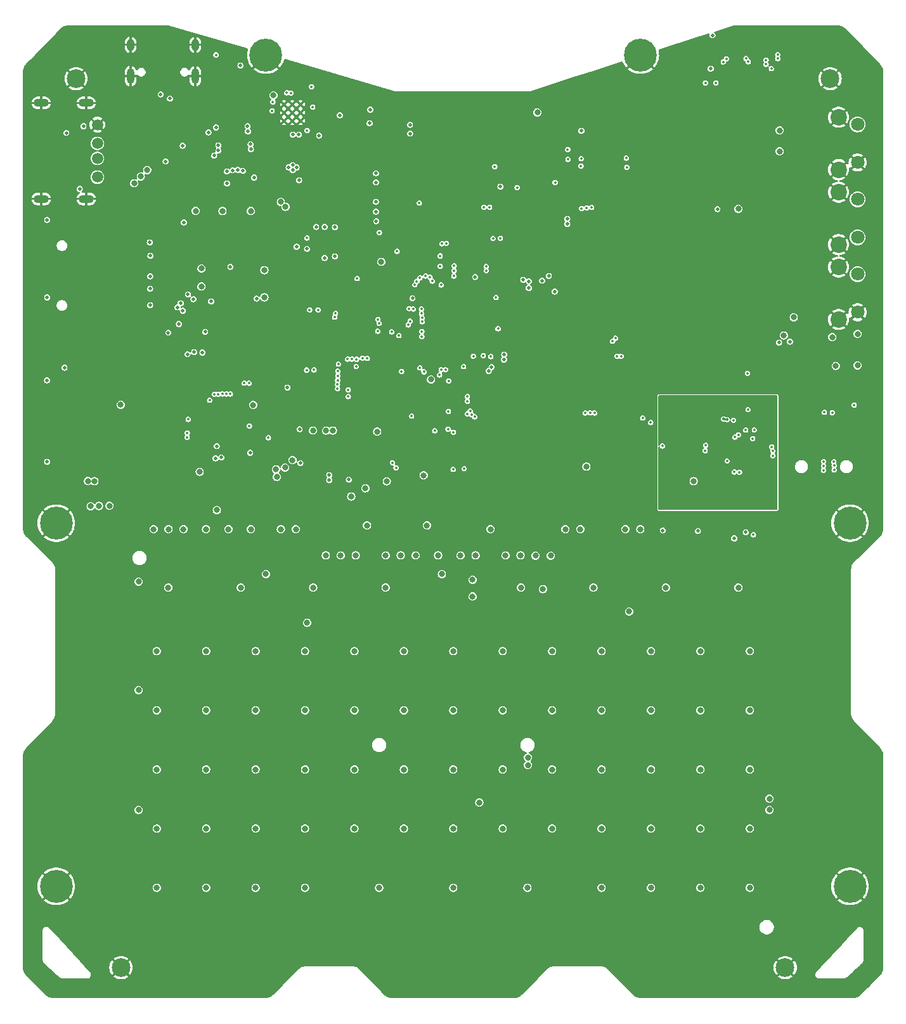
<source format=gbr>
%TF.GenerationSoftware,KiCad,Pcbnew,8.0.2*%
%TF.CreationDate,2024-05-22T21:58:47+02:00*%
%TF.ProjectId,why2025,77687932-3032-4352-9e6b-696361645f70,rev?*%
%TF.SameCoordinates,Original*%
%TF.FileFunction,Copper,L3,Inr*%
%TF.FilePolarity,Positive*%
%FSLAX46Y46*%
G04 Gerber Fmt 4.6, Leading zero omitted, Abs format (unit mm)*
G04 Created by KiCad (PCBNEW 8.0.2) date 2024-05-22 21:58:47*
%MOMM*%
%LPD*%
G01*
G04 APERTURE LIST*
%TA.AperFunction,ComponentPad*%
%ADD10C,2.500000*%
%TD*%
%TA.AperFunction,ComponentPad*%
%ADD11C,0.700000*%
%TD*%
%TA.AperFunction,ComponentPad*%
%ADD12C,4.400000*%
%TD*%
%TA.AperFunction,ComponentPad*%
%ADD13C,0.800000*%
%TD*%
%TA.AperFunction,ComponentPad*%
%ADD14O,1.000000X1.600000*%
%TD*%
%TA.AperFunction,ComponentPad*%
%ADD15O,1.000000X2.100000*%
%TD*%
%TA.AperFunction,ComponentPad*%
%ADD16C,0.500000*%
%TD*%
%TA.AperFunction,ComponentPad*%
%ADD17C,1.800000*%
%TD*%
%TA.AperFunction,ComponentPad*%
%ADD18C,2.200000*%
%TD*%
%TA.AperFunction,ComponentPad*%
%ADD19C,1.500000*%
%TD*%
%TA.AperFunction,ComponentPad*%
%ADD20O,2.000000X1.100000*%
%TD*%
%TA.AperFunction,ViaPad*%
%ADD21C,0.500000*%
%TD*%
%TA.AperFunction,ViaPad*%
%ADD22C,0.350000*%
%TD*%
%TA.AperFunction,ViaPad*%
%ADD23C,0.800000*%
%TD*%
G04 APERTURE END LIST*
D10*
%TO.N,GND*%
%TO.C,H1*%
X-50350000Y57850000D03*
%TD*%
D11*
%TO.N,GND*%
%TO.C,H8*%
X51350000Y-1500000D03*
X51833274Y-333274D03*
X51833274Y-2666726D03*
X53000000Y150000D03*
D12*
X53000000Y-1500000D03*
D11*
X53000000Y-3150000D03*
X54166726Y-333274D03*
X54166726Y-2666726D03*
X54650000Y-1500000D03*
%TD*%
%TO.N,GND*%
%TO.C,H9*%
X-54650000Y-50000000D03*
X-54166726Y-48833274D03*
X-54166726Y-51166726D03*
X-53000000Y-48350000D03*
D12*
X-53000000Y-50000000D03*
D11*
X-53000000Y-51650000D03*
X-51833274Y-48833274D03*
X-51833274Y-51166726D03*
X-51350000Y-50000000D03*
%TD*%
%TO.N,GND*%
%TO.C,H7*%
X-54650000Y-1500000D03*
X-54166726Y-333274D03*
X-54166726Y-2666726D03*
X-53000000Y150000D03*
D12*
X-53000000Y-1500000D03*
D11*
X-53000000Y-3150000D03*
X-51833274Y-333274D03*
X-51833274Y-2666726D03*
X-51350000Y-1500000D03*
%TD*%
D10*
%TO.N,GND*%
%TO.C,H2*%
X50350000Y57850000D03*
%TD*%
%TO.N,GND*%
%TO.C,H4*%
X44350000Y-60850000D03*
%TD*%
D13*
%TO.N,Net-(D1-A)*%
%TO.C,U2*%
X-38035000Y-10100000D03*
%TO.N,Net-(D7-A)*%
X-28360000Y-10100000D03*
%TO.N,Net-(D13-A)*%
X-18685000Y-10100000D03*
%TO.N,Net-(D19-A)*%
X-9010000Y-10100000D03*
%TO.N,Net-(D49-A)*%
X9065000Y-10100000D03*
%TO.N,Net-(D55-A)*%
X18740000Y-10100000D03*
%TO.N,Net-(D61-A)*%
X28415000Y-10100000D03*
%TO.N,Net-(D67-A)*%
X38090000Y-10100000D03*
%TO.N,Net-(D2-A)*%
X-39575000Y-18590000D03*
%TO.N,Net-(D8-A)*%
X-32975000Y-18590000D03*
%TO.N,Net-(D14-A)*%
X-26375000Y-18590000D03*
%TO.N,Net-(D20-A)*%
X-19775000Y-18590000D03*
%TO.N,Net-(D25-A)*%
X-13175000Y-18590000D03*
%TO.N,Net-(D29-A)*%
X-6575000Y-18590000D03*
%TO.N,Net-(D34-A)*%
X25000Y-18590000D03*
%TO.N,Net-(D39-A)*%
X6625000Y-18590000D03*
%TO.N,Net-(D44-A)*%
X13225000Y-18590000D03*
%TO.N,Net-(D50-A)*%
X19825000Y-18590000D03*
%TO.N,Net-(D56-A)*%
X26425000Y-18590000D03*
%TO.N,Net-(D62-A)*%
X33025000Y-18590000D03*
%TO.N,Net-(D68-A)*%
X39625000Y-18590000D03*
%TO.N,Net-(D3-A)*%
X-39575000Y-26490000D03*
%TO.N,Net-(D9-A)*%
X-32975000Y-26490000D03*
%TO.N,Net-(D15-A)*%
X-26375000Y-26490000D03*
%TO.N,Net-(D21-A)*%
X-19775000Y-26490000D03*
%TO.N,Net-(D26-A)*%
X-13175000Y-26490000D03*
%TO.N,Net-(D30-A)*%
X-6575000Y-26490000D03*
%TO.N,Net-(D35-A)*%
X25000Y-26490000D03*
%TO.N,Net-(D40-A)*%
X6625000Y-26490000D03*
%TO.N,Net-(D45-A)*%
X13225000Y-26490000D03*
%TO.N,Net-(D51-A)*%
X19825000Y-26490000D03*
%TO.N,Net-(D57-A)*%
X26425000Y-26490000D03*
%TO.N,Net-(D63-A)*%
X33025000Y-26490000D03*
%TO.N,Net-(D69-A)*%
X39625000Y-26490000D03*
%TO.N,Net-(D4-A)*%
X-39575000Y-34390000D03*
%TO.N,Net-(D10-A)*%
X-32975000Y-34390000D03*
%TO.N,Net-(D16-A)*%
X-26375000Y-34390000D03*
%TO.N,Net-(D22-A)*%
X-19775000Y-34390000D03*
%TO.N,Net-(D27-A)*%
X-13175000Y-34390000D03*
%TO.N,Net-(D31-A)*%
X-6575000Y-34390000D03*
%TO.N,Net-(D36-A)*%
X25000Y-34390000D03*
%TO.N,Net-(D41-A)*%
X6625000Y-34390000D03*
%TO.N,Net-(D46-A)*%
X13225000Y-34390000D03*
%TO.N,Net-(D52-A)*%
X19825000Y-34390000D03*
%TO.N,Net-(D58-A)*%
X26425000Y-34390000D03*
%TO.N,Net-(D64-A)*%
X33025000Y-34390000D03*
%TO.N,Net-(D70-A)*%
X39625000Y-34390000D03*
%TO.N,Net-(D5-A)*%
X-39575000Y-42290000D03*
%TO.N,Net-(D11-A)*%
X-32975000Y-42290000D03*
%TO.N,Net-(D17-A)*%
X-26375000Y-42290000D03*
%TO.N,Net-(D23-A)*%
X-19775000Y-42290000D03*
%TO.N,Net-(D28-A)*%
X-13175000Y-42290000D03*
%TO.N,Net-(D32-A)*%
X-6575000Y-42290000D03*
%TO.N,Net-(D37-A)*%
X25000Y-42290000D03*
%TO.N,Net-(D42-A)*%
X6625000Y-42290000D03*
%TO.N,Net-(D47-A)*%
X13225000Y-42290000D03*
%TO.N,Net-(D53-A)*%
X19825000Y-42290000D03*
%TO.N,Net-(D59-A)*%
X26425000Y-42290000D03*
%TO.N,Net-(D65-A)*%
X33025000Y-42290000D03*
%TO.N,Net-(D71-A)*%
X39625000Y-42290000D03*
%TO.N,Net-(D6-A)*%
X-39575000Y-50190000D03*
%TO.N,Net-(D12-A)*%
X-32975000Y-50190000D03*
%TO.N,Net-(D18-A)*%
X-26375000Y-50190000D03*
%TO.N,Net-(D24-A)*%
X-19775000Y-50190000D03*
%TO.N,Net-(D33-A)*%
X-9875000Y-50190000D03*
%TO.N,Net-(D38-A)*%
X25000Y-50190000D03*
%TO.N,Net-(D43-A)*%
X9925000Y-50190000D03*
%TO.N,Net-(D54-A)*%
X19825000Y-50190000D03*
%TO.N,Net-(D60-A)*%
X26425000Y-50190000D03*
%TO.N,Net-(D66-A)*%
X33025000Y-50190000D03*
%TO.N,Net-(D72-A)*%
X39625000Y-50190000D03*
%TD*%
D10*
%TO.N,GND*%
%TO.C,H3*%
X-44350000Y-60850000D03*
%TD*%
D11*
%TO.N,GND*%
%TO.C,H6*%
X23350000Y61000000D03*
X23833274Y62166726D03*
X23833274Y59833274D03*
X25000000Y62650000D03*
D12*
X25000000Y61000000D03*
D11*
X25000000Y59350000D03*
X26166726Y62166726D03*
X26166726Y59833274D03*
X26650000Y61000000D03*
%TD*%
%TO.N,GND*%
%TO.C,H10*%
X51350000Y-50000000D03*
X51833274Y-48833274D03*
X51833274Y-51166726D03*
X53000000Y-48350000D03*
D12*
X53000000Y-50000000D03*
D11*
X53000000Y-51650000D03*
X54166726Y-48833274D03*
X54166726Y-51166726D03*
X54650000Y-50000000D03*
%TD*%
%TO.N,GND*%
%TO.C,H5*%
X-26650000Y61000000D03*
X-26166726Y62166726D03*
X-26166726Y59833274D03*
X-25000000Y62650000D03*
D12*
X-25000000Y61000000D03*
D11*
X-25000000Y59350000D03*
X-23833274Y62166726D03*
X-23833274Y59833274D03*
X-23350000Y61000000D03*
%TD*%
D14*
%TO.N,GND*%
%TO.C,J1*%
X-43070000Y62370000D03*
D15*
X-43070000Y58190000D03*
D14*
X-34430000Y62370000D03*
D15*
X-34430000Y58190000D03*
%TD*%
D16*
%TO.N,GND*%
%TO.C,U6*%
X-20360000Y54425000D03*
X-21460000Y54425000D03*
X-22560000Y54425000D03*
X-20360000Y53325000D03*
X-21460000Y53325000D03*
X-22560000Y53325000D03*
X-20360000Y52225000D03*
X-21460000Y52225000D03*
X-22560000Y52225000D03*
%TD*%
D17*
%TO.N,E1*%
%TO.C,SW3*%
X54020000Y31740000D03*
%TO.N,GND*%
X54020000Y26660000D03*
D18*
X51480000Y25700000D03*
X51480000Y32700000D03*
%TD*%
D17*
%TO.N,/Coprocessor/POWER_ON*%
%TO.C,SW1*%
X54020000Y51740000D03*
%TO.N,GND*%
X54020000Y46660000D03*
D18*
X51480000Y45700000D03*
X51480000Y52700000D03*
%TD*%
D17*
%TO.N,+3.3V*%
%TO.C,SW2*%
X54020000Y41740000D03*
%TO.N,/Coprocessor/Keyboard/EXT*%
X54020000Y36660000D03*
D18*
%TO.N,GND*%
X51480000Y35700000D03*
X51480000Y42700000D03*
%TD*%
D19*
%TO.N,VOTG*%
%TO.C,J2*%
X-47500000Y44700000D03*
%TO.N,/Application processor/USB2_N*%
X-47500000Y47200000D03*
%TO.N,/Application processor/USB2_P*%
X-47500000Y49200000D03*
%TO.N,GND*%
X-47500000Y51700000D03*
D20*
X-55000000Y41800000D03*
X-49000000Y41800000D03*
X-55000000Y54600000D03*
X-49000000Y54600000D03*
%TD*%
D21*
%TO.N,VOTG*%
X-49860000Y43120000D03*
X-51650000Y50610000D03*
%TO.N,Net-(U17-DIN)*%
X-49360000Y51500000D03*
%TO.N,GND*%
X-51800000Y7470000D03*
X-51940000Y16460000D03*
%TO.N,VOTG*%
X-54220000Y6700000D03*
X-54210000Y39000000D03*
X-54210000Y28640000D03*
X-54220000Y17570000D03*
D22*
%TO.N,GND*%
X41950000Y62320000D03*
D21*
%TO.N,Net-(U1-PD1)*%
X-33470000Y21280000D03*
X-31560000Y8780000D03*
%TO.N,Net-(U1-PB11)*%
X-31740000Y7150000D03*
%TO.N,Net-(U1-PB10)*%
X-30940000Y7270000D03*
X-34580000Y21330000D03*
%TO.N,Net-(U1-PB11)*%
X-35475000Y21065000D03*
%TO.N,+3.3V*%
X-38030000Y23940000D03*
%TO.N,SD_DET*%
X-33110000Y24040000D03*
D22*
X-32520000Y14920000D03*
D21*
%TO.N,+3.3V*%
X-32310000Y28120000D03*
D23*
X51100000Y19490000D03*
D21*
X-11150000Y51900000D03*
D22*
X-3900000Y18700000D03*
D23*
X-34370000Y40190000D03*
D22*
X5037500Y20737500D03*
D23*
X17800000Y6050000D03*
D22*
X-14000000Y15400000D03*
D23*
X-27000000Y40175001D03*
D21*
X-10300000Y40100000D03*
X-10257559Y38827438D03*
D23*
X-9600000Y33400000D03*
D22*
X-640000Y13440000D03*
X-19510000Y36575000D03*
X-5870000Y27160000D03*
D23*
X-30800000Y40175001D03*
D22*
X40010000Y9800000D03*
D23*
X-33850000Y5350000D03*
D22*
X36600000Y6800000D03*
D21*
X34400000Y59200000D03*
X-10300000Y45200000D03*
X-27100000Y7900000D03*
X-20500000Y11050000D03*
X-11060000Y53710000D03*
X2950000Y31370000D03*
X-20400000Y6510001D03*
D23*
X-10140000Y10720000D03*
D22*
X15340000Y47080000D03*
D21*
X-10300000Y44000000D03*
D22*
X-35370000Y12360000D03*
D23*
X-48760000Y4110000D03*
X-26700000Y14290000D03*
D22*
X50640000Y13270000D03*
X15310000Y48380000D03*
X-14000000Y16300000D03*
X13620000Y44010000D03*
D21*
X-10300000Y41400000D03*
D23*
X11250000Y53350000D03*
X-47900000Y4100000D03*
D22*
X-1730000Y34190000D03*
X1400000Y19400000D03*
D23*
X38090000Y40470000D03*
D21*
X-5430000Y28530000D03*
D22*
X-1600000Y30300000D03*
X-5540000Y12800000D03*
X42500000Y59200000D03*
D23*
%TO.N,GND*%
X-32520000Y1450000D03*
D22*
X-28260000Y34180000D03*
X-3090000Y24700000D03*
X-41170000Y49330000D03*
D23*
X-32700000Y36300000D03*
D22*
X-36000000Y51110000D03*
X-23250000Y32300000D03*
D23*
X48874999Y24310000D03*
D21*
X43020000Y55910000D03*
X-23800000Y45890000D03*
D22*
X-2060000Y15440000D03*
X-35320000Y11480000D03*
X-8700000Y17300000D03*
X-29640000Y34160000D03*
X29900000Y-31150000D03*
D21*
X-36400000Y37800000D03*
D22*
X37200000Y-46950000D03*
X2290000Y23260000D03*
X36120000Y12420000D03*
D23*
X-24250000Y-2300000D03*
D22*
X10410000Y36820000D03*
X3500000Y24540000D03*
X-25540000Y13480000D03*
X-1300000Y-13550000D03*
X-38430000Y48560000D03*
X-2600000Y28200000D03*
X36600000Y12340000D03*
X460000Y21470000D03*
X25800000Y-15050000D03*
X-8960000Y37370000D03*
X-7200000Y13300000D03*
X-22530000Y11420000D03*
X40700000Y62200000D03*
X3500000Y27930000D03*
D23*
X-39500000Y54200000D03*
X-26730000Y15400000D03*
D21*
X-16980000Y45910000D03*
D23*
X-27250000Y10550000D03*
D22*
X9510000Y-15140000D03*
X0Y16490000D03*
X-20340000Y48780000D03*
X-28430000Y6250000D03*
X-3150000Y-23300000D03*
D23*
X-28900000Y36300000D03*
D22*
X1850000Y16500000D03*
D21*
X7800000Y20140000D03*
D23*
X-12710000Y10720000D03*
D22*
X-15790000Y29680000D03*
X37200000Y-39050000D03*
D21*
X17160000Y24700000D03*
D22*
X-26800000Y42900000D03*
X-19700000Y23950000D03*
D21*
X-25000000Y45890000D03*
X-15750000Y50465000D03*
D23*
X-28000000Y-2300000D03*
X-34500000Y1450000D03*
X-24200000Y1210000D03*
D21*
X-26650000Y50490000D03*
X43020000Y55250000D03*
D22*
X90000Y48760000D03*
X-14750000Y24900000D03*
D23*
X-19030000Y-750000D03*
D22*
X90000Y47580000D03*
X-18380000Y41050000D03*
X-15900000Y32800000D03*
X-11580000Y41550000D03*
X-23850000Y14000000D03*
X-42050000Y-14950000D03*
X-13780000Y30110000D03*
D21*
X-28450000Y43590000D03*
D23*
X-30800000Y37175001D03*
D22*
X37450000Y12240000D03*
X-23800000Y40250000D03*
X-590000Y24720000D03*
D21*
X-16734999Y44325000D03*
D22*
X-19410000Y14120000D03*
D21*
X9810000Y32160000D03*
D22*
X-3300000Y-31150000D03*
X-21190000Y16910000D03*
X-3450000Y27350000D03*
X-25300000Y15890000D03*
X-10900000Y16800000D03*
D21*
X-11380000Y8130000D03*
D22*
X6340000Y21530000D03*
X-19320000Y15670000D03*
X-15790000Y30430000D03*
X-2740000Y14650000D03*
X33200000Y-14500000D03*
X-25550000Y12700000D03*
X-24930000Y34300000D03*
X-23250000Y33250000D03*
X1640000Y22600000D03*
X35750000Y-23150000D03*
X4340000Y16460000D03*
X-3300000Y-38950000D03*
X-20500000Y14700000D03*
D21*
X-46850000Y-7600000D03*
D22*
X-23350000Y55150000D03*
D21*
X-11900000Y12300000D03*
D22*
X-30830000Y11800000D03*
X-33610000Y48180000D03*
D23*
X-34300000Y37200000D03*
D22*
X8740000Y47410000D03*
D23*
X-30400000Y53600000D03*
D21*
X-36700000Y36400000D03*
D22*
X-21160000Y14680000D03*
D21*
X-12600000Y13400000D03*
D23*
X46740000Y19970000D03*
X-30450000Y58500000D03*
D21*
X-27560000Y56450000D03*
D22*
X-16000000Y-23200000D03*
D21*
X9050000Y33510000D03*
D22*
X-3200000Y21500000D03*
D21*
X-29254003Y43590000D03*
D22*
X39650000Y-23150000D03*
X-39550000Y50440000D03*
X-3800000Y14800000D03*
D23*
X-36500000Y1450000D03*
X-35400000Y53050000D03*
D22*
X-15690000Y40530000D03*
X200000Y25460000D03*
D21*
X-10100000Y22970000D03*
D22*
X2500000Y-13850000D03*
X-8060000Y15670000D03*
X-9450000Y-23200000D03*
X-17950000Y18680000D03*
X-19420000Y7180000D03*
X-36740000Y48570000D03*
D21*
X-11360000Y9280000D03*
D22*
X-11060001Y19059999D03*
D21*
X-45950000Y-7575000D03*
D22*
X-8010000Y14190000D03*
D21*
X2960000Y34000000D03*
D23*
X-22260000Y1230000D03*
D22*
X40700000Y59200000D03*
X-17810000Y10690000D03*
D23*
X-32750000Y6700000D03*
D21*
X-47200000Y-3575000D03*
D23*
X-40600000Y12500000D03*
X-34000000Y-2300000D03*
D22*
X-3420000Y28200000D03*
D21*
X40260000Y55280000D03*
X7730000Y18450000D03*
X-31670000Y44030000D03*
D22*
X-25675000Y55825000D03*
X-15150000Y33600000D03*
X-30740000Y49250000D03*
X-22950000Y47590000D03*
X-12080000Y48740000D03*
D23*
X-25870000Y5750000D03*
D22*
X-3490000Y25760000D03*
X39500000Y-3400000D03*
X-12500000Y16800000D03*
X-19200000Y46330000D03*
D21*
X10760000Y33050000D03*
X-17180000Y50360000D03*
X-32990000Y44510000D03*
X-46600000Y-3575000D03*
D22*
X38400000Y59200000D03*
D23*
X-23400000Y37175001D03*
D22*
X-19700000Y51450000D03*
D21*
X-36400000Y39300000D03*
D23*
X-35750000Y5450000D03*
D22*
X-21540000Y41090000D03*
X8750000Y48740000D03*
X-1730000Y17560000D03*
X-32390000Y51250000D03*
X-17190000Y40480000D03*
X29950000Y-38750000D03*
X-30900000Y34040000D03*
X-17970000Y48780000D03*
D23*
X-30450000Y54800000D03*
D22*
X39600000Y62200000D03*
D21*
X-17560000Y45930000D03*
D22*
X39600000Y57600000D03*
X-18010000Y32990000D03*
X-19430000Y10540000D03*
D21*
X-45450000Y-7050000D03*
D22*
X38400000Y57600000D03*
D23*
X41980000Y50851249D03*
D22*
X-8570000Y25710000D03*
X-23850000Y14620000D03*
X-19000000Y5020000D03*
X-6750000Y15480000D03*
X-15800000Y-15000000D03*
D23*
X40680000Y50851249D03*
D22*
X-16970000Y29670000D03*
X3400000Y-31150000D03*
D23*
X40680000Y47151249D03*
D22*
X-42500000Y-31100000D03*
X-6450000Y13750000D03*
X39600000Y59200000D03*
D23*
X-41000000Y-550000D03*
D22*
X-41160000Y50560000D03*
X38400000Y62200000D03*
X-9450000Y-14500000D03*
X35350000Y-39150000D03*
X-31110000Y52060000D03*
X-12080000Y47580000D03*
X-10070000Y27100000D03*
X-13280000Y33400000D03*
X-1400000Y27860000D03*
X-17700000Y54450000D03*
X-6300000Y-14400000D03*
X-22520000Y12150000D03*
D23*
X-25200000Y36300000D03*
D22*
X-26720000Y34130000D03*
D21*
X40240000Y55890000D03*
X-46025000Y-3600000D03*
D23*
X-27100000Y37175001D03*
D22*
X-37600000Y11690000D03*
D23*
X-32900000Y11450000D03*
D21*
X10270000Y34920000D03*
D22*
X-39560000Y51630000D03*
X-9220000Y25190000D03*
X-7360000Y12220000D03*
X-33260000Y50470000D03*
X-27790000Y8110000D03*
D21*
X-22940000Y48770000D03*
D23*
X47080000Y49101250D03*
D22*
X-26650000Y53875000D03*
X-37590000Y12230000D03*
X-19460000Y29090000D03*
X40700000Y57600000D03*
X-30720000Y47890000D03*
D21*
X-11900000Y14500000D03*
D23*
X-38500000Y1450000D03*
D22*
X39180000Y-15050000D03*
D21*
X-24410000Y45890000D03*
D23*
X-44200000Y4000000D03*
X-30540000Y1460000D03*
D22*
X-14750000Y26450000D03*
D23*
%TO.N,Net-(D13-A)*%
X-25000000Y-8300000D03*
%TO.N,Net-(D19-A)*%
X-19500000Y-14800000D03*
%TO.N,Net-(D47-A)*%
X3500000Y-38800000D03*
%TO.N,Net-(D49-A)*%
X-1500000Y-8300000D03*
%TO.N,Net-(D52-A)*%
X10000000Y-32800000D03*
%TO.N,Net-(D54-A)*%
X10000000Y-33800000D03*
%TO.N,Net-(D55-A)*%
X12000000Y-10300000D03*
%TO.N,Net-(D61-A)*%
X23500000Y-13300000D03*
%TO.N,KB_COL0*%
X-38000000Y-2300000D03*
X-15000000Y-5800000D03*
X-2000000Y-5800000D03*
%TO.N,KB_COL4*%
X-40000000Y-2300000D03*
X-17000000Y-5800000D03*
X7000000Y-5800000D03*
%TO.N,KB_COL1*%
X-9000000Y-5800000D03*
X9000000Y-5800000D03*
X-33000000Y-2300000D03*
%TO.N,KB_COL5*%
X15000000Y-2300000D03*
X-11500000Y-1800000D03*
X-36000000Y-2300000D03*
X-13000000Y-5800000D03*
%TO.N,KB_COL2*%
X17000000Y-2300000D03*
X-3500000Y-1800000D03*
X-5000000Y-5800000D03*
X-27000000Y-2300000D03*
%TO.N,KB_COL6*%
X-30000000Y-2300000D03*
X-7000000Y-5800000D03*
%TO.N,KB_COL3*%
X-21000000Y-2300000D03*
X5000000Y-2300000D03*
X23000000Y-2300000D03*
X3000000Y-5800000D03*
%TO.N,KB_COL7*%
X-23000000Y-2300000D03*
X1000000Y-5800000D03*
X25000000Y-2300000D03*
%TO.N,KB_ROW7*%
X42250000Y-39800000D03*
%TO.N,KB_ROW0*%
X-42000000Y-9300000D03*
%TO.N,KB_ROW6*%
X42250000Y-38300000D03*
%TO.N,KB_ROW2*%
X-42000000Y-39800000D03*
%TO.N,KB_ROW1*%
X-42000000Y-23800000D03*
%TO.N,KB_ROW5*%
X-21450000Y6910000D03*
%TO.N,KB_ROW8*%
X-22430000Y5930000D03*
%TO.N,KB_ROW3*%
X-23540000Y4680000D03*
%TO.N,KB_ROW4*%
X-23660000Y5690000D03*
D22*
%TO.N,/USB_DEVICE_P*%
X-22200000Y55955000D03*
D21*
X-37810000Y55190000D03*
D23*
%TO.N,+BL-KB*%
X44170000Y23570000D03*
D22*
%TO.N,Net-(U6-REGN)*%
X-19500000Y50945000D03*
X-24170000Y53565000D03*
%TO.N,/USB_DEVICE_N*%
X-21660000Y55945000D03*
D21*
X-39050000Y55750000D03*
D23*
%TO.N,VSYS*%
X-42600000Y43900000D03*
D21*
X-38400000Y46800000D03*
X-21430000Y46330000D03*
X-28390000Y59600000D03*
X-36110000Y48900000D03*
D23*
X32125000Y4100000D03*
D21*
X-21420000Y50380000D03*
D23*
X-40850000Y45650000D03*
X-31550000Y250000D03*
X-3935723Y4884000D03*
X-13600000Y2050000D03*
X-11700000Y3150000D03*
X-41700000Y44800000D03*
D21*
X-29450000Y45620000D03*
X-20910000Y46000000D03*
X-28070000Y45540000D03*
D23*
X45490000Y25980000D03*
D21*
X-30200000Y45460000D03*
D23*
X43605000Y50935000D03*
D22*
X-18750000Y54080000D03*
D23*
X-44400000Y14300000D03*
D21*
X-28750000Y45660000D03*
X-20560000Y44290000D03*
X-21960000Y46020000D03*
X-21420000Y45660000D03*
D22*
X27950000Y8800000D03*
%TO.N,+BL-LCD*%
X43340000Y60540000D03*
D23*
%TO.N,VPSRAM*%
X-2950000Y17700000D03*
D22*
X-1480000Y35810000D03*
D21*
%TO.N,VSDCARD*%
X-40450000Y31450000D03*
X-40500000Y36000000D03*
X-40450000Y27600000D03*
D23*
X-8850000Y4080000D03*
D21*
X-40425000Y34200000D03*
X-40450000Y29800000D03*
D22*
%TO.N,VMIPI*%
X6000000Y24475000D03*
X2700000Y20800000D03*
X-900000Y35860000D03*
%TO.N,VFLASH*%
X5725000Y28635000D03*
X-1800000Y18290000D03*
D21*
X10110000Y29910000D03*
X13580000Y29420000D03*
D22*
X-10055000Y24135000D03*
D21*
%TO.N,~{RESET}*%
X-29740000Y32730000D03*
D22*
X-9850000Y37310000D03*
D21*
X-26580000Y44640000D03*
D22*
X-7480000Y34800000D03*
D21*
X-30190000Y43860000D03*
%TO.N,/Application processor/USB2_N*%
X6820000Y21015000D03*
%TO.N,/Application processor/USB2_P*%
X6800000Y20350000D03*
D22*
%TO.N,SAO_SDA*%
X-15390000Y18790000D03*
X-1710000Y32810000D03*
%TO.N,MTCK*%
X-4430000Y31250000D03*
X-12085000Y20545000D03*
%TO.N,GNDA*%
X49480000Y6150000D03*
X38210000Y2840000D03*
X36060000Y2740000D03*
X37200000Y10800000D03*
X38010000Y8450000D03*
X39950000Y5230000D03*
X36000000Y10800001D03*
X33880000Y2500000D03*
X38880000Y5220000D03*
X39280000Y8510000D03*
X30760000Y4080000D03*
X33790000Y6460000D03*
X37970000Y7200000D03*
X36070000Y6980000D03*
X36060000Y6270000D03*
X42710000Y6900000D03*
X39330000Y7230000D03*
X50850000Y6710000D03*
X50880000Y6200000D03*
X49480000Y6720000D03*
X35140000Y4540000D03*
X36230000Y8910000D03*
X38880000Y3290000D03*
X36060000Y5580000D03*
X35150000Y2500000D03*
X36160000Y4640000D03*
X36600000Y10200000D03*
X50880000Y5610000D03*
X34400000Y5190000D03*
X49460000Y5550000D03*
X30860000Y6380000D03*
%TO.N,SAO_IO1*%
X-15310000Y19750000D03*
X140000Y32210000D03*
%TO.N,SAO_SCL*%
X150000Y32880000D03*
X-15400000Y18150000D03*
%TO.N,MTMS*%
X-3080000Y31340000D03*
X-13510000Y20410000D03*
%TO.N,Net-(U14-LOUTP)*%
X37570000Y5330000D03*
X40230000Y10950000D03*
D23*
%TO.N,Net-(D74-A)*%
X11000000Y-5850000D03*
X2600000Y-9050000D03*
D22*
%TO.N,INT_SDA*%
X-18030000Y26980000D03*
X-19160000Y26980000D03*
X-4220000Y26490000D03*
X4110000Y40690000D03*
X-15820000Y26000000D03*
X-8100000Y6570000D03*
X-29750000Y15750000D03*
X-9880000Y25170000D03*
X-19560000Y18950000D03*
X17100000Y47180000D03*
X33730000Y8880000D03*
X37630000Y9980000D03*
X23130000Y47240000D03*
%TO.N,VESPHP*%
X-4450000Y19230000D03*
X-4130000Y25390000D03*
X4030000Y20870000D03*
%TO.N,SAO_IO2*%
X-12940000Y19420000D03*
X100000Y31500000D03*
%TO.N,MTDI*%
X-3670000Y31500000D03*
X-12900000Y20390000D03*
%TO.N,MTDO*%
X-2790000Y30810000D03*
X-14070000Y20410000D03*
%TO.N,E3*%
X-7230000Y23550000D03*
X-2450000Y10840000D03*
D23*
%TO.N,VBATT*%
X-18700000Y10880000D03*
X-48410000Y770000D03*
D21*
X-13920000Y4310000D03*
D23*
X-45890000Y810000D03*
D21*
X-20590000Y50380000D03*
X-22120000Y16600000D03*
D23*
X-47300000Y790000D03*
D21*
X-17890000Y50260000D03*
%TO.N,/Power/~{DSEL}*%
X-32670000Y50680000D03*
D22*
X-24070000Y54765000D03*
%TO.N,Net-(D82-K)*%
X-18905000Y56775000D03*
X-31660000Y61030000D03*
%TO.N,I3C_SCL*%
X1910000Y14790000D03*
X26400000Y11940000D03*
%TO.N,E6*%
X-4170000Y23420000D03*
X1470000Y5780000D03*
%TO.N,E1*%
X-600000Y17500000D03*
X39310000Y18500000D03*
%TO.N,I3C_SDA*%
X1900000Y15400000D03*
X25310000Y12540000D03*
%TO.N,E5*%
X40000Y10650000D03*
X-8191505Y24041046D03*
%TO.N,E4*%
X-4170000Y24100000D03*
X-10000Y5680000D03*
D21*
%TO.N,/Application processor/SD_D0*%
X-36820000Y27320000D03*
X-36620000Y25090000D03*
%TO.N,/Application processor/SD_D3*%
X-36370000Y27870000D03*
X-35410000Y29060000D03*
%TO.N,/Application processor/SD_D2*%
X-36090000Y26860000D03*
X-34670000Y28420000D03*
%TO.N,Net-(U21A-+)*%
X-18290000Y38060000D03*
X-26250000Y28490000D03*
X-17130000Y38060000D03*
D23*
%TO.N,Net-(U21D-+)*%
X-25200000Y28648000D03*
D21*
X-17160000Y33920000D03*
D23*
X-25200000Y32277000D03*
D22*
%TO.N,/Coprocessor/C6_EN*%
X-27900000Y17200000D03*
X5570000Y46110000D03*
D23*
%TO.N,-BL-KB*%
X2600000Y-11300000D03*
D21*
X39070000Y-2720000D03*
D23*
X50630000Y23350000D03*
D21*
X37540000Y-3530000D03*
D23*
X13050000Y-5850000D03*
D22*
%TO.N,-BL-LCD*%
X43340000Y61070000D03*
%TO.N,/Application processor/CH32_SWDIO*%
X4430000Y32240997D03*
X-15420000Y17590000D03*
%TO.N,/Application processor/CH32_SWCLK*%
X-15440000Y17040000D03*
X4430000Y32770000D03*
%TO.N,/Coprocessor/C6_BOOT*%
X-4520000Y41250000D03*
X-27240000Y17180000D03*
D21*
%TO.N,/Application processor/USB1_P1_P*%
X5150000Y19350000D03*
X-27000000Y48435000D03*
%TO.N,/Application processor/USB1_P1_N*%
X-27050000Y49100000D03*
X4744332Y18824332D03*
%TO.N,/Application processor/UART_RX*%
X-5760000Y51690000D03*
D22*
X-1000000Y19000000D03*
%TO.N,INT_SCL*%
X-10040000Y25720000D03*
X-15697947Y26520000D03*
X38120000Y10310000D03*
X23200000Y46010000D03*
X17080000Y46190000D03*
X-30279003Y15750000D03*
X33660000Y8160000D03*
X-4240000Y27090000D03*
X-7630000Y5890000D03*
X4870000Y40690000D03*
X-18570000Y18970000D03*
%TO.N,SAO_IO3*%
X-4840000Y30790000D03*
X-11460000Y20500000D03*
%TO.N,Net-(U14-LOUTN)*%
X38250000Y5310000D03*
X39080000Y10930000D03*
D23*
%TO.N,/Coprocessor/DISPLAY_BL*%
X43605000Y48151251D03*
X54010000Y19570000D03*
D22*
X-31350000Y15720000D03*
D23*
X54010000Y23760000D03*
D21*
%TO.N,/Coprocessor/KEYBOARD_BL*%
X43530000Y22610000D03*
D22*
X-31890000Y15720000D03*
D21*
X44990000Y22740000D03*
%TO.N,CAM_GPIO*%
X35300000Y40440000D03*
X17130000Y50900000D03*
D22*
%TO.N,/Application processor/UART_TX*%
X-1600000Y19000000D03*
D21*
X-5740000Y50520000D03*
%TO.N,Net-(U13-CLK)*%
X12780000Y31510000D03*
X9360000Y31000000D03*
%TO.N,Net-(U13-DI(IO0))*%
X11880000Y30880000D03*
X10130000Y30800000D03*
D23*
%TO.N,HUB_USB1_N*%
X-16055000Y10853213D03*
X-23011734Y41391734D03*
D22*
%TO.N,/DSI_CLK_N*%
X39111374Y60544998D03*
%TO.N,/DSI_D0_P*%
X41800000Y60350000D03*
%TO.N,/DSI_D1_N*%
X36500000Y60500000D03*
%TO.N,/DSI_CLK_P*%
X39409666Y60108117D03*
%TO.N,/DSI_D0_N*%
X41800000Y59765000D03*
D21*
%TO.N,/LEDs/DOUT*%
X-51900000Y19275000D03*
D23*
%TO.N,HUB_USB1_P*%
X-22368266Y40748266D03*
X-16965000Y10853213D03*
D22*
%TO.N,/Application processor/LCD_TE*%
X6310000Y36550000D03*
X35100000Y57300000D03*
X-5340000Y27100000D03*
%TO.N,/DSI_D1_P*%
X36077537Y60090121D03*
D23*
%TO.N,Net-(JP3-B)*%
X-33600000Y32500000D03*
X-33600000Y30100000D03*
D21*
X-19520000Y35130000D03*
X-20890000Y35410000D03*
D22*
%TO.N,/Application processor/I2S_DATA*%
X2900000Y12700000D03*
X42700000Y8150000D03*
%TO.N,/Application processor/I2S_MCLK*%
X39390000Y13660000D03*
X2279884Y13490890D03*
%TO.N,/Application processor/I2S_LRCK*%
X1914061Y13108769D03*
X42700000Y7500000D03*
%TO.N,/Application processor/I2S_SCLK*%
X2459844Y12993438D03*
X42550000Y8700000D03*
D21*
%TO.N,/LEDs/DIN*%
X6310000Y43446000D03*
X-35950000Y38650000D03*
D22*
%TO.N,HP_DET*%
X53560000Y14280000D03*
X-30810000Y15740000D03*
%TO.N,AMP_EN*%
X-24670000Y9900000D03*
X49580000Y13300000D03*
%TO.N,/Application processor/CSI_CLK_N*%
X21900000Y20800000D03*
X21283829Y22783829D03*
%TO.N,/Application processor/CSI_CLK_P*%
X21700000Y23200000D03*
X22435000Y20777853D03*
D21*
%TO.N,Net-(U21B--)*%
X-15790000Y34140000D03*
X-15780000Y38020000D03*
D22*
%TO.N,Net-(U21D--)*%
X-12810000Y31170000D03*
X-6880000Y18760000D03*
D21*
%TO.N,Net-(D48-A)*%
X28000000Y-2475000D03*
X32700000Y-2550000D03*
%TO.N,/Coprocessor/POWER_ON*%
X-15130000Y52970000D03*
X-31910000Y47580000D03*
X-31670000Y51340000D03*
X34640000Y63650000D03*
D22*
X-27200000Y11490000D03*
%TO.N,/Coprocessor/Keyboard/EXT*%
X40110000Y-3050000D03*
D23*
%TO.N,VOTG*%
X-24000000Y55625000D03*
D21*
X-16550000Y4250000D03*
X-16540000Y4920000D03*
%TO.N,/Radio/C6_USB1_P*%
X-27400533Y50800000D03*
X15250000Y38450000D03*
%TO.N,/Radio/C6_USB1_N*%
X15250000Y39130000D03*
X-27450000Y51500000D03*
%TO.N,/Coprocessor/CH32_USB1_N*%
X-31350000Y48950000D03*
D22*
X-35520000Y9970000D03*
%TO.N,/Coprocessor/CH32_USB1_P*%
X-35500000Y10550000D03*
D21*
X-31345462Y48251500D03*
D22*
%TO.N,EXT_INT*%
X-680000Y11070000D03*
X-5740000Y25470000D03*
%TO.N,/Application processor/LCD_RESET*%
X33700000Y57300000D03*
X-5108725Y30334335D03*
X5340000Y36520000D03*
%TO.N,/Application processor/C6_INT*%
X8550000Y43310000D03*
X-4130000Y25920000D03*
%TO.N,/Application processor/CH32_INT*%
X-15440000Y16450000D03*
X-6000000Y24980000D03*
%TO.N,E14*%
X17849996Y40600000D03*
X18300000Y13220000D03*
%TO.N,E13*%
X17170000Y40520000D03*
X17640000Y13210000D03*
%TO.N,E15*%
X18501005Y40660101D03*
X18900000Y13210000D03*
%TD*%
%TA.AperFunction,Conductor*%
%TO.N,GND*%
G36*
X36146695Y12617252D02*
G01*
X36146694Y12617251D01*
X36146700Y12617251D01*
X36165213Y12614318D01*
X36197642Y12603780D01*
X36225340Y12589667D01*
X36239922Y12580732D01*
X36282109Y12550081D01*
X36336607Y12522314D01*
X36351493Y12515686D01*
X36431545Y12507272D01*
X36431546Y12507272D01*
X36477438Y12514541D01*
X36491978Y12516845D01*
X36491980Y12516845D01*
X36491982Y12516846D01*
X36529015Y12528878D01*
X36545645Y12532870D01*
X36582949Y12538778D01*
X36617050Y12538778D01*
X36645210Y12534318D01*
X36677644Y12523780D01*
X36703044Y12510838D01*
X36730634Y12490793D01*
X36750793Y12470634D01*
X36770837Y12443045D01*
X36783789Y12417626D01*
X36794321Y12385234D01*
X36795523Y12377661D01*
X36803675Y12366442D01*
X36805996Y12358214D01*
X36806442Y12356357D01*
X36801163Y12289198D01*
X36788644Y12266841D01*
X36788400Y12266505D01*
X36781492Y12256996D01*
X36780012Y12254959D01*
X36770839Y12236956D01*
X36750794Y12209365D01*
X36730631Y12189202D01*
X36703035Y12169155D01*
X36699957Y12167587D01*
X36677638Y12156215D01*
X36645213Y12145680D01*
X36631131Y12143449D01*
X36631131Y12143450D01*
X36617045Y12141219D01*
X36582950Y12141219D01*
X36554782Y12145680D01*
X36522363Y12156213D01*
X36494652Y12170332D01*
X36480081Y12179263D01*
X36438649Y12209365D01*
X36437891Y12209916D01*
X36383378Y12237692D01*
X36368512Y12244311D01*
X36288460Y12252727D01*
X36228028Y12243157D01*
X36206668Y12236217D01*
X36190980Y12231120D01*
X36174356Y12227128D01*
X36137044Y12221219D01*
X36102950Y12221219D01*
X36074781Y12225680D01*
X36042359Y12236215D01*
X36016954Y12249159D01*
X35989370Y12269199D01*
X35969200Y12289369D01*
X35949157Y12316959D01*
X35943006Y12329031D01*
X35936215Y12342359D01*
X35925680Y12374784D01*
X35921219Y12402951D01*
X35921219Y12437045D01*
X35923450Y12451131D01*
X35923449Y12451131D01*
X35924640Y12458647D01*
X35925679Y12465209D01*
X35936215Y12497636D01*
X35949162Y12523048D01*
X35969204Y12550633D01*
X35989364Y12570793D01*
X36016955Y12590838D01*
X36042356Y12603780D01*
X36074786Y12614318D01*
X36093302Y12617251D01*
X36102950Y12618779D01*
X36137054Y12618779D01*
X36146695Y12617252D01*
G37*
%TD.AperFunction*%
%TA.AperFunction,Conductor*%
G36*
X51427065Y64949624D02*
G01*
X51577229Y64937448D01*
X51588658Y64935910D01*
X51734969Y64908264D01*
X51745267Y64905794D01*
X51887801Y64864198D01*
X51898014Y64860660D01*
X52035324Y64805315D01*
X52045197Y64800750D01*
X52176510Y64731888D01*
X52185804Y64726411D01*
X52309989Y64644690D01*
X52318811Y64638227D01*
X52434245Y64544411D01*
X52443440Y64536022D01*
X53074305Y63890723D01*
X53076272Y63888711D01*
X53636392Y63312311D01*
X53636392Y63312310D01*
X54196521Y62735922D01*
X54196522Y62735921D01*
X54756641Y62159531D01*
X54756642Y62159531D01*
X55316762Y61583131D01*
X55316762Y61583130D01*
X55876891Y61006742D01*
X55876892Y61006741D01*
X56437011Y60430351D01*
X56437012Y60430351D01*
X56997132Y59853951D01*
X56997283Y59853795D01*
X57030327Y59819655D01*
X57036087Y59813211D01*
X57128668Y59700985D01*
X57134969Y59692548D01*
X57215193Y59573536D01*
X57220619Y59564587D01*
X57288817Y59438877D01*
X57293370Y59429426D01*
X57349086Y59297934D01*
X57352687Y59288160D01*
X57395662Y59151748D01*
X57398303Y59141726D01*
X57428215Y59001441D01*
X57429919Y58990976D01*
X57446030Y58848709D01*
X57446722Y58836449D01*
X57449722Y-2174916D01*
X57449722Y-2224092D01*
X57449360Y-2232967D01*
X57437182Y-2382030D01*
X57435684Y-2393207D01*
X57408489Y-2538509D01*
X57406059Y-2548736D01*
X57365110Y-2690343D01*
X57361631Y-2700478D01*
X57307127Y-2836997D01*
X57302628Y-2846821D01*
X57234817Y-2977355D01*
X57229365Y-2986687D01*
X57148684Y-3110287D01*
X57142315Y-3119057D01*
X57049669Y-3234142D01*
X57041465Y-3243236D01*
X56666105Y-3614994D01*
X56551942Y-3728061D01*
X56132532Y-4140326D01*
X55713122Y-4552591D01*
X55713121Y-4552591D01*
X55293722Y-4964855D01*
X55293722Y-4964856D01*
X54874312Y-5377121D01*
X54454902Y-5789386D01*
X54035492Y-6201651D01*
X53616082Y-6613916D01*
X53616051Y-6613947D01*
X53577880Y-6651528D01*
X53577875Y-6651533D01*
X53473720Y-6772612D01*
X53382726Y-6902567D01*
X53305423Y-7040347D01*
X53305415Y-7040365D01*
X53242124Y-7184831D01*
X53193220Y-7334972D01*
X53159324Y-7489644D01*
X53141121Y-7647843D01*
X53138122Y-10482797D01*
X53138122Y-13210696D01*
X53137722Y-15938620D01*
X53137312Y-18666578D01*
X53137312Y-26902815D01*
X53150312Y-27058321D01*
X53177911Y-27210957D01*
X53177914Y-27210970D01*
X53219913Y-27359623D01*
X53276006Y-27503356D01*
X53276013Y-27503373D01*
X53345715Y-27641205D01*
X53428507Y-27771973D01*
X53428510Y-27771977D01*
X53428512Y-27771980D01*
X53524212Y-27894810D01*
X54020042Y-28403670D01*
X54020052Y-28403680D01*
X54020179Y-28403810D01*
X54444521Y-28836180D01*
X54444522Y-28836180D01*
X54869002Y-29268680D01*
X55293482Y-29701190D01*
X55717962Y-30133690D01*
X56142442Y-30566200D01*
X56566922Y-30998700D01*
X56991396Y-31431204D01*
X56991400Y-31431211D01*
X56991402Y-31431210D01*
X57025014Y-31465463D01*
X57030925Y-31471995D01*
X57124644Y-31584373D01*
X57131033Y-31592841D01*
X57212375Y-31712365D01*
X57217889Y-31721379D01*
X57286898Y-31847531D01*
X57291537Y-31857090D01*
X57347903Y-31989285D01*
X57351529Y-31999059D01*
X57395057Y-32136188D01*
X57397754Y-32146366D01*
X57427941Y-32287488D01*
X57429653Y-32297966D01*
X57445957Y-32441263D01*
X57446656Y-32453511D01*
X57449652Y-36851030D01*
X57449652Y-36851104D01*
X57449722Y-56496970D01*
X57449722Y-60844513D01*
X57449351Y-60853496D01*
X57437167Y-61000835D01*
X57435747Y-61011530D01*
X57409374Y-61155211D01*
X57406972Y-61165474D01*
X57366991Y-61305426D01*
X57363559Y-61315537D01*
X57310161Y-61450691D01*
X57305816Y-61460300D01*
X57239538Y-61589797D01*
X57234261Y-61598978D01*
X57155553Y-61721708D01*
X57149245Y-61730543D01*
X57058642Y-61844932D01*
X57050709Y-61853890D01*
X56663681Y-62245349D01*
X56663311Y-62245721D01*
X56344933Y-62564658D01*
X56344932Y-62564660D01*
X56026332Y-62883840D01*
X55707732Y-63203020D01*
X55389132Y-63522190D01*
X55070522Y-63841370D01*
X54751922Y-64160539D01*
X54751922Y-64160540D01*
X54433322Y-64479720D01*
X54433305Y-64479736D01*
X54399014Y-64514118D01*
X54392382Y-64520238D01*
X54279271Y-64616264D01*
X54270800Y-64622769D01*
X54150420Y-64706165D01*
X54141324Y-64711826D01*
X54013822Y-64782733D01*
X54004297Y-64787438D01*
X53870747Y-64845487D01*
X53860744Y-64849263D01*
X53722018Y-64893990D01*
X53711775Y-64896750D01*
X53569019Y-64927854D01*
X53558248Y-64929641D01*
X53413050Y-64946313D01*
X53400706Y-64947025D01*
X49785172Y-64950020D01*
X46269432Y-64950020D01*
X42753702Y-64950020D01*
X39237962Y-64950020D01*
X35722222Y-64950020D01*
X32206482Y-64950020D01*
X28690742Y-64950020D01*
X25175002Y-64950020D01*
X25126281Y-64950020D01*
X25117334Y-64949652D01*
X24969452Y-64937473D01*
X24958528Y-64936014D01*
X24918974Y-64928680D01*
X24814378Y-64909285D01*
X24804092Y-64906857D01*
X24663524Y-64866383D01*
X24653506Y-64862963D01*
X24651574Y-64862197D01*
X24517907Y-64809196D01*
X24508160Y-64804766D01*
X24378326Y-64737869D01*
X24369095Y-64732526D01*
X24246054Y-64653022D01*
X24237369Y-64646786D01*
X24203331Y-64619720D01*
X24122716Y-64555616D01*
X24113626Y-64547519D01*
X23621803Y-64057391D01*
X23621589Y-64057176D01*
X23202272Y-63636050D01*
X22782822Y-63214790D01*
X22782822Y-63214789D01*
X22453286Y-62883840D01*
X22363362Y-62793530D01*
X21943912Y-62372260D01*
X21943912Y-62372259D01*
X21524462Y-61951000D01*
X21105012Y-61529740D01*
X21105012Y-61529739D01*
X20792639Y-61216027D01*
X20685552Y-61108480D01*
X20648052Y-61070780D01*
X20639208Y-61063250D01*
X20527500Y-60968148D01*
X20398276Y-60878452D01*
X20398266Y-60878446D01*
X20347136Y-60849999D01*
X42795207Y-60849999D01*
X42795207Y-60850000D01*
X42814348Y-61093221D01*
X42814350Y-61093228D01*
X42871302Y-61330453D01*
X42964668Y-61555859D01*
X43092146Y-61763884D01*
X43152875Y-61834990D01*
X43688262Y-61299602D01*
X43728599Y-61359970D01*
X43840030Y-61471401D01*
X43900395Y-61511735D01*
X43365008Y-62047123D01*
X43436115Y-62107853D01*
X43436114Y-62107853D01*
X43644140Y-62235331D01*
X43869546Y-62328697D01*
X44106771Y-62385649D01*
X44106778Y-62385651D01*
X44350000Y-62404793D01*
X44593221Y-62385651D01*
X44593228Y-62385649D01*
X44830453Y-62328697D01*
X45055859Y-62235331D01*
X45263885Y-62107853D01*
X45334990Y-62047123D01*
X44799603Y-61511736D01*
X44859970Y-61471401D01*
X44971401Y-61359970D01*
X45011736Y-61299603D01*
X45547123Y-61834990D01*
X45596233Y-61777490D01*
X48360122Y-61777490D01*
X48371381Y-61888810D01*
X48374192Y-61916609D01*
X48374193Y-61916613D01*
X48423790Y-62046336D01*
X48423794Y-62046343D01*
X48492374Y-62138716D01*
X48506892Y-62158270D01*
X48608016Y-62235331D01*
X48619351Y-62243969D01*
X48619354Y-62243971D01*
X48726357Y-62283570D01*
X48757432Y-62295070D01*
X49096783Y-62300618D01*
X49260154Y-62303290D01*
X49630762Y-62303411D01*
X49657232Y-62303420D01*
X50054282Y-62303540D01*
X50451332Y-62303670D01*
X50848382Y-62303800D01*
X51245432Y-62303920D01*
X51642492Y-62304050D01*
X52039542Y-62304170D01*
X52067642Y-62304170D01*
X52151242Y-62297170D01*
X52233442Y-62283570D01*
X52313642Y-62261470D01*
X52391542Y-62233070D01*
X52466442Y-62197270D01*
X52537842Y-62154470D01*
X52605442Y-62105070D01*
X52880662Y-61854900D01*
X52880723Y-61854843D01*
X52880798Y-61854776D01*
X53113583Y-61641739D01*
X53170337Y-61589797D01*
X53346502Y-61428570D01*
X53579432Y-61215410D01*
X53812352Y-61002240D01*
X53880850Y-60939550D01*
X54045270Y-60789072D01*
X54045272Y-60789070D01*
X54187893Y-60658548D01*
X54278192Y-60575910D01*
X54511112Y-60362740D01*
X54511119Y-60362747D01*
X54511154Y-60362701D01*
X54534412Y-60341440D01*
X54597812Y-60272240D01*
X54653412Y-60197440D01*
X54700712Y-60117540D01*
X54739612Y-60033340D01*
X54770012Y-59945640D01*
X54789912Y-59854840D01*
X54801512Y-59761840D01*
X54803562Y-59223380D01*
X54803602Y-58747930D01*
X54803642Y-58272470D01*
X54803692Y-57797020D01*
X54803742Y-57321560D01*
X54803782Y-56846100D01*
X54803822Y-56370650D01*
X54803872Y-55895190D01*
X54803872Y-55838290D01*
X54763372Y-55687230D01*
X54683072Y-55563310D01*
X54683070Y-55563308D01*
X54572464Y-55470421D01*
X54572458Y-55470418D01*
X54441093Y-55412020D01*
X54298463Y-55392320D01*
X54298462Y-55392320D01*
X54153942Y-55414320D01*
X54153940Y-55414320D01*
X54153939Y-55414321D01*
X54153938Y-55414321D01*
X54017133Y-55481719D01*
X54017128Y-55481723D01*
X53981342Y-55514980D01*
X53936062Y-55557060D01*
X53936060Y-55557062D01*
X53936059Y-55557062D01*
X53255992Y-56295510D01*
X52575922Y-57033970D01*
X52575921Y-57033969D01*
X51895862Y-57772419D01*
X51895862Y-57772420D01*
X50535722Y-59249320D01*
X49855652Y-59987780D01*
X49855651Y-59987779D01*
X49175592Y-60726229D01*
X49175592Y-60726230D01*
X48495584Y-61464612D01*
X48495522Y-61464679D01*
X48458621Y-61504679D01*
X48458621Y-61504680D01*
X48387523Y-61637377D01*
X48387522Y-61637378D01*
X48387522Y-61637380D01*
X48386662Y-61641779D01*
X48362783Y-61763885D01*
X48360122Y-61777490D01*
X45596233Y-61777490D01*
X45607853Y-61763885D01*
X45735331Y-61555859D01*
X45828697Y-61330453D01*
X45885649Y-61093228D01*
X45885651Y-61093221D01*
X45904793Y-60850000D01*
X45904793Y-60849999D01*
X45885651Y-60606778D01*
X45885649Y-60606771D01*
X45828697Y-60369546D01*
X45735331Y-60144140D01*
X45607853Y-59936115D01*
X45547123Y-59865008D01*
X45011735Y-60400395D01*
X44971401Y-60340030D01*
X44859970Y-60228599D01*
X44799602Y-60188262D01*
X45334990Y-59652875D01*
X45263884Y-59592146D01*
X45263885Y-59592146D01*
X45055859Y-59464668D01*
X44830453Y-59371302D01*
X44593228Y-59314350D01*
X44593221Y-59314348D01*
X44350000Y-59295207D01*
X44106778Y-59314348D01*
X44106771Y-59314350D01*
X43869546Y-59371302D01*
X43644140Y-59464668D01*
X43436121Y-59592142D01*
X43436116Y-59592145D01*
X43365008Y-59652875D01*
X43900396Y-60188263D01*
X43840030Y-60228599D01*
X43728599Y-60340030D01*
X43688263Y-60400396D01*
X43152875Y-59865008D01*
X43092145Y-59936116D01*
X43092142Y-59936121D01*
X42964668Y-60144140D01*
X42871302Y-60369546D01*
X42814350Y-60606771D01*
X42814348Y-60606778D01*
X42795207Y-60849999D01*
X20347136Y-60849999D01*
X20261314Y-60802250D01*
X20261312Y-60802249D01*
X20117708Y-60739948D01*
X19968609Y-60691849D01*
X19815098Y-60658449D01*
X19815096Y-60658448D01*
X19658136Y-60640450D01*
X19658123Y-60640449D01*
X18812430Y-60637450D01*
X18812342Y-60637450D01*
X18072612Y-60637450D01*
X17332882Y-60637450D01*
X16593152Y-60637450D01*
X15853422Y-60637450D01*
X15113692Y-60637450D01*
X14373952Y-60637450D01*
X13634222Y-60637450D01*
X13580822Y-60637450D01*
X13422192Y-60650449D01*
X13266701Y-60679350D01*
X13266688Y-60679353D01*
X13115327Y-60723044D01*
X13115299Y-60723054D01*
X12969224Y-60781248D01*
X12969202Y-60781258D01*
X12829492Y-60853548D01*
X12829490Y-60853550D01*
X12697114Y-60939547D01*
X12573272Y-61038749D01*
X12573266Y-61038755D01*
X12081067Y-61532913D01*
X11852708Y-61763884D01*
X11665552Y-61953180D01*
X11665551Y-61953180D01*
X11250073Y-62373429D01*
X11250072Y-62373430D01*
X10834582Y-62793680D01*
X10419102Y-63213920D01*
X10003612Y-63634170D01*
X9588132Y-64054410D01*
X9172673Y-64474628D01*
X9172641Y-64474661D01*
X9138239Y-64509428D01*
X9131592Y-64515608D01*
X9018178Y-64612576D01*
X9009646Y-64619169D01*
X8888703Y-64703414D01*
X8879621Y-64709099D01*
X8751523Y-64780766D01*
X8741958Y-64785518D01*
X8607611Y-64844238D01*
X8597619Y-64848033D01*
X8458150Y-64893318D01*
X8447765Y-64896131D01*
X8304218Y-64927510D01*
X8293440Y-64929306D01*
X8147241Y-64946182D01*
X8135115Y-64946900D01*
X7263665Y-64949879D01*
X7263292Y-64949880D01*
X6492152Y-64949880D01*
X5720932Y-64949880D01*
X-4949358Y-64949880D01*
X-5720578Y-64949880D01*
X-6491788Y-64949880D01*
X-7263018Y-64949880D01*
X-8034238Y-64949880D01*
X-8083175Y-64949880D01*
X-8092079Y-64949516D01*
X-8240667Y-64937337D01*
X-8251751Y-64935853D01*
X-8396529Y-64908846D01*
X-8406778Y-64906416D01*
X-8547919Y-64865663D01*
X-8558032Y-64862197D01*
X-8694091Y-64807978D01*
X-8703892Y-64803499D01*
X-8834096Y-64736026D01*
X-8843278Y-64730686D01*
X-8966671Y-64650617D01*
X-8975422Y-64644301D01*
X-9090296Y-64552420D01*
X-9099430Y-64544230D01*
X-9587428Y-64054410D01*
X-9587722Y-64054113D01*
X-10002908Y-63634170D01*
X-10002909Y-63634169D01*
X-10418389Y-63213919D01*
X-10418388Y-63213918D01*
X-10833878Y-62793680D01*
X-10833880Y-62793678D01*
X-11249356Y-62373430D01*
X-11249357Y-62373431D01*
X-11317923Y-62304080D01*
X-11664848Y-61953180D01*
X-12080328Y-61532940D01*
X-12147880Y-61464612D01*
X-12495791Y-61112705D01*
X-12495792Y-61112706D01*
X-12533405Y-61074692D01*
X-12654275Y-60971144D01*
X-12784001Y-60880754D01*
X-12784007Y-60880749D01*
X-12921455Y-60803745D01*
X-12921460Y-60803743D01*
X-13065596Y-60740854D01*
X-13065605Y-60740851D01*
X-13215326Y-60692253D01*
X-13215334Y-60692251D01*
X-13215338Y-60692250D01*
X-13369538Y-60658550D01*
X-13369537Y-60658550D01*
X-13369547Y-60658548D01*
X-13369546Y-60658548D01*
X-13527245Y-60640449D01*
X-13527244Y-60640449D01*
X-14374429Y-60637450D01*
X-14374518Y-60637450D01*
X-15114258Y-60637450D01*
X-15853988Y-60637450D01*
X-16593718Y-60637450D01*
X-17333448Y-60637450D01*
X-18073178Y-60637450D01*
X-18812908Y-60637450D01*
X-19552638Y-60637450D01*
X-19605838Y-60637450D01*
X-19605842Y-60637450D01*
X-19763675Y-60650449D01*
X-19918416Y-60679049D01*
X-19918422Y-60679051D01*
X-20068990Y-60722250D01*
X-20068994Y-60722252D01*
X-20214541Y-60779951D01*
X-20214552Y-60779956D01*
X-20353729Y-60851550D01*
X-20395385Y-60878446D01*
X-20485688Y-60936750D01*
X-20579680Y-61011530D01*
X-20609372Y-61035153D01*
X-20609374Y-61035155D01*
X-20790214Y-61215409D01*
X-21105568Y-61529740D01*
X-21490775Y-61916609D01*
X-21525018Y-61951000D01*
X-21944468Y-62372259D01*
X-21944468Y-62372260D01*
X-22363918Y-62793530D01*
X-22453842Y-62883840D01*
X-22783378Y-63214789D01*
X-22783378Y-63214790D01*
X-23622278Y-64057310D01*
X-24041707Y-64478548D01*
X-24041728Y-64478570D01*
X-24076021Y-64513046D01*
X-24082695Y-64519217D01*
X-24195804Y-64615357D01*
X-24204263Y-64621862D01*
X-24324766Y-64705466D01*
X-24333859Y-64711133D01*
X-24461459Y-64782208D01*
X-24471062Y-64786955D01*
X-24604931Y-64845122D01*
X-24614776Y-64848845D01*
X-24753704Y-64893853D01*
X-24764128Y-64896668D01*
X-24907086Y-64927766D01*
X-24917773Y-64929540D01*
X-25063232Y-64946308D01*
X-25075624Y-64947025D01*
X-28691288Y-64950020D01*
X-32207028Y-64950020D01*
X-35722768Y-64950020D01*
X-39238508Y-64950020D01*
X-42754248Y-64950020D01*
X-46269988Y-64950020D01*
X-49785718Y-64950020D01*
X-53301458Y-64950020D01*
X-53350070Y-64950020D01*
X-53359031Y-64949651D01*
X-53506678Y-64937471D01*
X-53517555Y-64936020D01*
X-53661503Y-64909377D01*
X-53671740Y-64906966D01*
X-53812045Y-64866690D01*
X-53822136Y-64863250D01*
X-53957542Y-64809576D01*
X-53967187Y-64805200D01*
X-54096871Y-64738573D01*
X-54106163Y-64733205D01*
X-54229038Y-64653910D01*
X-54237688Y-64647710D01*
X-54352412Y-64556677D01*
X-54361444Y-64548656D01*
X-54752311Y-64160715D01*
X-54752669Y-64160357D01*
X-55071086Y-63841371D01*
X-55071088Y-63841370D01*
X-55389688Y-63522190D01*
X-55389688Y-63522189D01*
X-55708288Y-63203020D01*
X-56026898Y-62883840D01*
X-56345498Y-62564660D01*
X-56345498Y-62564659D01*
X-56664097Y-62245491D01*
X-56664098Y-62245490D01*
X-56982698Y-61926310D01*
X-56982731Y-61926276D01*
X-57016937Y-61891978D01*
X-57022995Y-61885383D01*
X-57118405Y-61772538D01*
X-57124922Y-61764012D01*
X-57207872Y-61643640D01*
X-57213452Y-61634636D01*
X-57283985Y-61507397D01*
X-57288696Y-61497821D01*
X-57346364Y-61364487D01*
X-57350106Y-61354525D01*
X-57394554Y-61216027D01*
X-57397302Y-61205771D01*
X-57428141Y-61063250D01*
X-57429891Y-61052670D01*
X-57446566Y-60907899D01*
X-57447282Y-60895501D01*
X-57450278Y-56497044D01*
X-57450278Y-56496970D01*
X-57450276Y-55895140D01*
X-54804436Y-55895140D01*
X-54804391Y-56370600D01*
X-54804346Y-56846050D01*
X-54804301Y-57321510D01*
X-54804256Y-57796970D01*
X-54804211Y-58272420D01*
X-54804166Y-58747880D01*
X-54804121Y-59223330D01*
X-54804076Y-59698790D01*
X-54804076Y-59730390D01*
X-54795876Y-59823990D01*
X-54778196Y-59915590D01*
X-54751176Y-60004390D01*
X-54715256Y-60089890D01*
X-54670706Y-60171290D01*
X-54617846Y-60247890D01*
X-54556956Y-60319090D01*
X-54556952Y-60319093D01*
X-54556951Y-60319095D01*
X-54278760Y-60575909D01*
X-54278715Y-60575950D01*
X-54045794Y-60789120D01*
X-53812872Y-61002290D01*
X-53579951Y-61215450D01*
X-53347030Y-61428610D01*
X-53114109Y-61641780D01*
X-52881187Y-61854950D01*
X-52648266Y-62068110D01*
X-52627496Y-62087110D01*
X-52561386Y-62138710D01*
X-52491176Y-62183710D01*
X-52417386Y-62221910D01*
X-52340516Y-62253110D01*
X-52261076Y-62277510D01*
X-52179566Y-62293610D01*
X-52096486Y-62303210D01*
X-51643331Y-62304080D01*
X-51246236Y-62303960D01*
X-50849141Y-62303840D01*
X-50452046Y-62303710D01*
X-50054951Y-62303580D01*
X-49657856Y-62303460D01*
X-49260761Y-62303330D01*
X-48863666Y-62303210D01*
X-48809206Y-62303210D01*
X-48663367Y-62265510D01*
X-48541993Y-62190410D01*
X-48448752Y-62086310D01*
X-48448751Y-62086308D01*
X-48448750Y-62086307D01*
X-48387312Y-61961580D01*
X-48387311Y-61961579D01*
X-48361302Y-61824654D01*
X-48361301Y-61824646D01*
X-48374523Y-61683928D01*
X-48374523Y-61683925D01*
X-48430491Y-61547822D01*
X-48430491Y-61547821D01*
X-49063674Y-60849999D01*
X-45904793Y-60849999D01*
X-45904793Y-60850000D01*
X-45885651Y-61093221D01*
X-45885649Y-61093228D01*
X-45828697Y-61330453D01*
X-45735331Y-61555859D01*
X-45607853Y-61763885D01*
X-45547122Y-61834989D01*
X-45011736Y-61299603D01*
X-44971401Y-61359970D01*
X-44859970Y-61471401D01*
X-44799603Y-61511736D01*
X-45334990Y-62047123D01*
X-45263885Y-62107853D01*
X-45055859Y-62235331D01*
X-44830453Y-62328697D01*
X-44593228Y-62385649D01*
X-44593221Y-62385651D01*
X-44350000Y-62404793D01*
X-44106778Y-62385651D01*
X-44106771Y-62385649D01*
X-43869546Y-62328697D01*
X-43644140Y-62235331D01*
X-43436115Y-62107853D01*
X-43365008Y-62047123D01*
X-43900395Y-61511735D01*
X-43840030Y-61471401D01*
X-43728599Y-61359970D01*
X-43688262Y-61299602D01*
X-43152875Y-61834990D01*
X-43092146Y-61763884D01*
X-42964668Y-61555859D01*
X-42871302Y-61330453D01*
X-42814350Y-61093228D01*
X-42814348Y-61093221D01*
X-42795207Y-60850000D01*
X-42795207Y-60849999D01*
X-42814348Y-60606778D01*
X-42814350Y-60606771D01*
X-42871302Y-60369546D01*
X-42964668Y-60144140D01*
X-43092142Y-59936121D01*
X-43092145Y-59936116D01*
X-43152875Y-59865008D01*
X-43688263Y-60400396D01*
X-43728599Y-60340030D01*
X-43840030Y-60228599D01*
X-43900396Y-60188263D01*
X-43365008Y-59652875D01*
X-43365007Y-59652875D01*
X-43436116Y-59592145D01*
X-43436121Y-59592142D01*
X-43644140Y-59464668D01*
X-43869546Y-59371302D01*
X-44106771Y-59314350D01*
X-44106778Y-59314348D01*
X-44350000Y-59295207D01*
X-44593221Y-59314348D01*
X-44593228Y-59314350D01*
X-44830453Y-59371302D01*
X-45055859Y-59464668D01*
X-45263884Y-59592146D01*
X-45334990Y-59652875D01*
X-44799602Y-60188262D01*
X-44859970Y-60228599D01*
X-44971401Y-60340030D01*
X-45011735Y-60400395D01*
X-45547123Y-59865008D01*
X-45607853Y-59936115D01*
X-45735331Y-60144140D01*
X-45828697Y-60369546D01*
X-45885649Y-60606771D01*
X-45885651Y-60606778D01*
X-45904793Y-60849999D01*
X-49063674Y-60849999D01*
X-49176142Y-60726049D01*
X-49219145Y-60679353D01*
X-49856208Y-59987590D01*
X-49856208Y-59987588D01*
X-52576472Y-57033790D01*
X-52576472Y-57033789D01*
X-53256538Y-56295329D01*
X-53256539Y-56295330D01*
X-53936605Y-55556880D01*
X-53936611Y-55556873D01*
X-53975184Y-55514980D01*
X-53975186Y-55514978D01*
X-54107350Y-55431330D01*
X-54173091Y-55414320D01*
X-54250349Y-55394330D01*
X-54250350Y-55394330D01*
X-54394673Y-55400329D01*
X-54394680Y-55400331D01*
X-54530868Y-55446829D01*
X-54530869Y-55446829D01*
X-54649434Y-55528629D01*
X-54649435Y-55528630D01*
X-54740872Y-55642618D01*
X-54740872Y-55642619D01*
X-54740873Y-55642620D01*
X-54795703Y-55785040D01*
X-54804436Y-55895140D01*
X-57450276Y-55895140D01*
X-57450274Y-55355990D01*
X40920500Y-55355990D01*
X40920500Y-55544010D01*
X40957181Y-55728416D01*
X40957182Y-55728419D01*
X41029131Y-55902121D01*
X41029133Y-55902126D01*
X41133588Y-56058453D01*
X41133589Y-56058454D01*
X41133592Y-56058458D01*
X41266542Y-56191408D01*
X41266545Y-56191410D01*
X41266546Y-56191411D01*
X41422873Y-56295866D01*
X41422874Y-56295866D01*
X41422875Y-56295867D01*
X41596583Y-56367819D01*
X41780990Y-56404500D01*
X41780993Y-56404500D01*
X41969006Y-56404500D01*
X41969010Y-56404500D01*
X42153417Y-56367819D01*
X42327125Y-56295867D01*
X42483458Y-56191408D01*
X42616408Y-56058458D01*
X42720867Y-55902125D01*
X42792819Y-55728417D01*
X42829500Y-55544010D01*
X42829500Y-55355990D01*
X42792819Y-55171583D01*
X42720867Y-54997875D01*
X42616408Y-54841542D01*
X42483458Y-54708592D01*
X42483454Y-54708589D01*
X42483453Y-54708588D01*
X42327126Y-54604133D01*
X42327121Y-54604131D01*
X42153419Y-54532182D01*
X42153421Y-54532182D01*
X42153417Y-54532181D01*
X41969010Y-54495500D01*
X41780990Y-54495500D01*
X41596583Y-54532181D01*
X41596580Y-54532182D01*
X41422878Y-54604131D01*
X41422873Y-54604133D01*
X41266546Y-54708588D01*
X41133588Y-54841546D01*
X41029133Y-54997873D01*
X41029131Y-54997878D01*
X40957182Y-55171580D01*
X40957181Y-55171583D01*
X40920500Y-55355990D01*
X-57450274Y-55355990D01*
X-57450255Y-50000000D01*
X-55504942Y-50000000D01*
X-55485191Y-50313948D01*
X-55485190Y-50313957D01*
X-55426246Y-50622951D01*
X-55426242Y-50622966D01*
X-55329038Y-50922128D01*
X-55329035Y-50922135D01*
X-55195100Y-51206759D01*
X-55195098Y-51206763D01*
X-55026540Y-51472368D01*
X-55026536Y-51472374D01*
X-54871686Y-51659553D01*
X-53876780Y-50664647D01*
X-53839033Y-50716602D01*
X-53716602Y-50839033D01*
X-53664647Y-50876780D01*
X-54659239Y-51871372D01*
X-54596714Y-51930088D01*
X-54596708Y-51930093D01*
X-54342213Y-52114994D01*
X-54342211Y-52114995D01*
X-54066559Y-52266537D01*
X-53774070Y-52382341D01*
X-53469379Y-52460573D01*
X-53157285Y-52500000D01*
X-52842715Y-52500000D01*
X-52530620Y-52460573D01*
X-52225929Y-52382341D01*
X-51933440Y-52266537D01*
X-51657788Y-52114995D01*
X-51657786Y-52114994D01*
X-51403292Y-51930094D01*
X-51340759Y-51871372D01*
X-52335351Y-50876779D01*
X-52283398Y-50839033D01*
X-52160967Y-50716602D01*
X-52123219Y-50664645D01*
X-51128311Y-51659554D01*
X-50973464Y-51472376D01*
X-50804901Y-51206763D01*
X-50804899Y-51206759D01*
X-50670964Y-50922135D01*
X-50670961Y-50922128D01*
X-50573757Y-50622966D01*
X-50573753Y-50622951D01*
X-50514809Y-50313957D01*
X-50514808Y-50313948D01*
X-50506923Y-50188606D01*
X-40130250Y-50188606D01*
X-40130250Y-50191397D01*
X-40129500Y-50202840D01*
X-40129500Y-50263001D01*
X-40115848Y-50313948D01*
X-40113930Y-50321107D01*
X-40111695Y-50332348D01*
X-40110968Y-50335060D01*
X-40107285Y-50345907D01*
X-40091712Y-50404029D01*
X-40061631Y-50456129D01*
X-40056569Y-50466397D01*
X-40055864Y-50467617D01*
X-40055861Y-50467625D01*
X-40055855Y-50467631D01*
X-40055158Y-50468840D01*
X-40048795Y-50478362D01*
X-40018711Y-50530471D01*
X-39976166Y-50573014D01*
X-39968621Y-50581619D01*
X-39967627Y-50582612D01*
X-39967621Y-50582621D01*
X-39967612Y-50582627D01*
X-39966619Y-50583621D01*
X-39958014Y-50591166D01*
X-39915471Y-50633711D01*
X-39863362Y-50663795D01*
X-39853840Y-50670158D01*
X-39852631Y-50670855D01*
X-39852625Y-50670861D01*
X-39852617Y-50670864D01*
X-39851397Y-50671569D01*
X-39841130Y-50676630D01*
X-39789029Y-50706712D01*
X-39730907Y-50722285D01*
X-39720060Y-50725968D01*
X-39717348Y-50726695D01*
X-39706107Y-50728929D01*
X-39648001Y-50744500D01*
X-39587843Y-50744500D01*
X-39576398Y-50745250D01*
X-39575000Y-50745250D01*
X-39573602Y-50745250D01*
X-39562157Y-50744500D01*
X-39502001Y-50744500D01*
X-39501999Y-50744500D01*
X-39443879Y-50728926D01*
X-39432661Y-50726696D01*
X-39431299Y-50726331D01*
X-39431291Y-50726330D01*
X-39431283Y-50726326D01*
X-39429922Y-50725962D01*
X-39419081Y-50722282D01*
X-39419069Y-50722279D01*
X-39360971Y-50706712D01*
X-39360970Y-50706712D01*
X-39326907Y-50687045D01*
X-39308875Y-50676634D01*
X-39298597Y-50671566D01*
X-39297378Y-50670862D01*
X-39297375Y-50670861D01*
X-39297371Y-50670858D01*
X-39296155Y-50670156D01*
X-39286629Y-50663791D01*
X-39234528Y-50633711D01*
X-39191983Y-50591166D01*
X-39183372Y-50583615D01*
X-39181389Y-50581631D01*
X-39173832Y-50573015D01*
X-39131291Y-50530473D01*
X-39131289Y-50530471D01*
X-39101208Y-50478370D01*
X-39094836Y-50468832D01*
X-39093437Y-50466409D01*
X-39088368Y-50456129D01*
X-39058288Y-50404029D01*
X-39042715Y-50345911D01*
X-39039033Y-50335063D01*
X-39038308Y-50332358D01*
X-39036071Y-50321117D01*
X-39020500Y-50263001D01*
X-39020500Y-50202840D01*
X-39019750Y-50191397D01*
X-39019750Y-50188606D01*
X-33530250Y-50188606D01*
X-33530250Y-50191397D01*
X-33529500Y-50202840D01*
X-33529500Y-50263001D01*
X-33515848Y-50313948D01*
X-33513930Y-50321107D01*
X-33511695Y-50332348D01*
X-33510968Y-50335060D01*
X-33507285Y-50345907D01*
X-33491712Y-50404029D01*
X-33461631Y-50456129D01*
X-33456569Y-50466397D01*
X-33455864Y-50467617D01*
X-33455861Y-50467625D01*
X-33455855Y-50467631D01*
X-33455158Y-50468840D01*
X-33448795Y-50478362D01*
X-33418711Y-50530471D01*
X-33376166Y-50573014D01*
X-33368621Y-50581619D01*
X-33367627Y-50582612D01*
X-33367621Y-50582621D01*
X-33367612Y-50582627D01*
X-33366619Y-50583621D01*
X-33358014Y-50591166D01*
X-33315471Y-50633711D01*
X-33263362Y-50663795D01*
X-33253840Y-50670158D01*
X-33252631Y-50670855D01*
X-33252625Y-50670861D01*
X-33252617Y-50670864D01*
X-33251397Y-50671569D01*
X-33241130Y-50676630D01*
X-33189029Y-50706712D01*
X-33130907Y-50722285D01*
X-33120060Y-50725968D01*
X-33117348Y-50726695D01*
X-33106107Y-50728929D01*
X-33048001Y-50744500D01*
X-32987843Y-50744500D01*
X-32976398Y-50745250D01*
X-32975000Y-50745250D01*
X-32973602Y-50745250D01*
X-32962157Y-50744500D01*
X-32902001Y-50744500D01*
X-32901999Y-50744500D01*
X-32843879Y-50728926D01*
X-32832661Y-50726696D01*
X-32831299Y-50726331D01*
X-32831291Y-50726330D01*
X-32831283Y-50726326D01*
X-32829922Y-50725962D01*
X-32819081Y-50722282D01*
X-32819069Y-50722279D01*
X-32760971Y-50706712D01*
X-32760970Y-50706712D01*
X-32726907Y-50687045D01*
X-32708875Y-50676634D01*
X-32698597Y-50671566D01*
X-32697378Y-50670862D01*
X-32697375Y-50670861D01*
X-32697371Y-50670858D01*
X-32696155Y-50670156D01*
X-32686629Y-50663791D01*
X-32634528Y-50633711D01*
X-32591983Y-50591166D01*
X-32583372Y-50583615D01*
X-32581389Y-50581631D01*
X-32573832Y-50573015D01*
X-32531291Y-50530473D01*
X-32531289Y-50530471D01*
X-32501208Y-50478370D01*
X-32494836Y-50468832D01*
X-32493437Y-50466409D01*
X-32488368Y-50456129D01*
X-32458288Y-50404029D01*
X-32442715Y-50345911D01*
X-32439033Y-50335063D01*
X-32438308Y-50332358D01*
X-32436071Y-50321117D01*
X-32420500Y-50263001D01*
X-32420500Y-50202840D01*
X-32419750Y-50191397D01*
X-32419750Y-50188606D01*
X-26930250Y-50188606D01*
X-26930250Y-50191397D01*
X-26929500Y-50202840D01*
X-26929500Y-50263001D01*
X-26915848Y-50313948D01*
X-26913930Y-50321107D01*
X-26911695Y-50332348D01*
X-26910968Y-50335060D01*
X-26907285Y-50345907D01*
X-26891712Y-50404029D01*
X-26861631Y-50456129D01*
X-26856569Y-50466397D01*
X-26855864Y-50467617D01*
X-26855861Y-50467625D01*
X-26855855Y-50467631D01*
X-26855158Y-50468840D01*
X-26848795Y-50478362D01*
X-26818711Y-50530471D01*
X-26776166Y-50573014D01*
X-26768621Y-50581619D01*
X-26767627Y-50582612D01*
X-26767621Y-50582621D01*
X-26767612Y-50582627D01*
X-26766619Y-50583621D01*
X-26758014Y-50591166D01*
X-26715471Y-50633711D01*
X-26663362Y-50663795D01*
X-26653840Y-50670158D01*
X-26652631Y-50670855D01*
X-26652625Y-50670861D01*
X-26652617Y-50670864D01*
X-26651397Y-50671569D01*
X-26641130Y-50676630D01*
X-26589029Y-50706712D01*
X-26530907Y-50722285D01*
X-26520060Y-50725968D01*
X-26517348Y-50726695D01*
X-26506107Y-50728929D01*
X-26448001Y-50744500D01*
X-26387843Y-50744500D01*
X-26376398Y-50745250D01*
X-26375000Y-50745250D01*
X-26373602Y-50745250D01*
X-26362157Y-50744500D01*
X-26302001Y-50744500D01*
X-26301999Y-50744500D01*
X-26243879Y-50728926D01*
X-26232661Y-50726696D01*
X-26231299Y-50726331D01*
X-26231291Y-50726330D01*
X-26231283Y-50726326D01*
X-26229922Y-50725962D01*
X-26219081Y-50722282D01*
X-26219069Y-50722279D01*
X-26160971Y-50706712D01*
X-26160970Y-50706712D01*
X-26126907Y-50687045D01*
X-26108875Y-50676634D01*
X-26098597Y-50671566D01*
X-26097378Y-50670862D01*
X-26097375Y-50670861D01*
X-26097371Y-50670858D01*
X-26096155Y-50670156D01*
X-26086629Y-50663791D01*
X-26034528Y-50633711D01*
X-25991983Y-50591166D01*
X-25983372Y-50583615D01*
X-25981389Y-50581631D01*
X-25973832Y-50573015D01*
X-25931291Y-50530473D01*
X-25931289Y-50530471D01*
X-25901208Y-50478370D01*
X-25894836Y-50468832D01*
X-25893437Y-50466409D01*
X-25888368Y-50456129D01*
X-25858288Y-50404029D01*
X-25842715Y-50345911D01*
X-25839033Y-50335063D01*
X-25838308Y-50332358D01*
X-25836071Y-50321117D01*
X-25820500Y-50263001D01*
X-25820500Y-50202840D01*
X-25819750Y-50191397D01*
X-25819750Y-50188606D01*
X-20330250Y-50188606D01*
X-20330250Y-50191397D01*
X-20329500Y-50202840D01*
X-20329500Y-50263001D01*
X-20315848Y-50313948D01*
X-20313930Y-50321107D01*
X-20311695Y-50332348D01*
X-20310968Y-50335060D01*
X-20307285Y-50345907D01*
X-20291712Y-50404029D01*
X-20261631Y-50456129D01*
X-20256569Y-50466397D01*
X-20255864Y-50467617D01*
X-20255861Y-50467625D01*
X-20255855Y-50467631D01*
X-20255158Y-50468840D01*
X-20248795Y-50478362D01*
X-20218711Y-50530471D01*
X-20176166Y-50573014D01*
X-20168621Y-50581619D01*
X-20167627Y-50582612D01*
X-20167621Y-50582621D01*
X-20167612Y-50582627D01*
X-20166619Y-50583621D01*
X-20158014Y-50591166D01*
X-20115471Y-50633711D01*
X-20063362Y-50663795D01*
X-20053840Y-50670158D01*
X-20052631Y-50670855D01*
X-20052625Y-50670861D01*
X-20052617Y-50670864D01*
X-20051397Y-50671569D01*
X-20041130Y-50676630D01*
X-19989029Y-50706712D01*
X-19930907Y-50722285D01*
X-19920060Y-50725968D01*
X-19917348Y-50726695D01*
X-19906107Y-50728929D01*
X-19848001Y-50744500D01*
X-19787843Y-50744500D01*
X-19776398Y-50745250D01*
X-19775000Y-50745250D01*
X-19773602Y-50745250D01*
X-19762157Y-50744500D01*
X-19702001Y-50744500D01*
X-19701999Y-50744500D01*
X-19643879Y-50728926D01*
X-19632661Y-50726696D01*
X-19631299Y-50726331D01*
X-19631291Y-50726330D01*
X-19631283Y-50726326D01*
X-19629922Y-50725962D01*
X-19619081Y-50722282D01*
X-19619069Y-50722279D01*
X-19560971Y-50706712D01*
X-19560970Y-50706712D01*
X-19526907Y-50687045D01*
X-19508875Y-50676634D01*
X-19498597Y-50671566D01*
X-19497378Y-50670862D01*
X-19497375Y-50670861D01*
X-19497371Y-50670858D01*
X-19496155Y-50670156D01*
X-19486629Y-50663791D01*
X-19434528Y-50633711D01*
X-19391983Y-50591166D01*
X-19383372Y-50583615D01*
X-19381389Y-50581631D01*
X-19373832Y-50573015D01*
X-19331291Y-50530473D01*
X-19331289Y-50530471D01*
X-19301208Y-50478370D01*
X-19294836Y-50468832D01*
X-19293437Y-50466409D01*
X-19288368Y-50456129D01*
X-19258288Y-50404029D01*
X-19242715Y-50345911D01*
X-19239033Y-50335063D01*
X-19238308Y-50332358D01*
X-19236071Y-50321117D01*
X-19220500Y-50263001D01*
X-19220500Y-50202840D01*
X-19219750Y-50191397D01*
X-19219750Y-50188606D01*
X-10430250Y-50188606D01*
X-10430250Y-50191397D01*
X-10429500Y-50202840D01*
X-10429500Y-50263001D01*
X-10415848Y-50313948D01*
X-10413930Y-50321107D01*
X-10411695Y-50332348D01*
X-10410968Y-50335060D01*
X-10407285Y-50345907D01*
X-10391712Y-50404029D01*
X-10361631Y-50456129D01*
X-10356569Y-50466397D01*
X-10355864Y-50467617D01*
X-10355861Y-50467625D01*
X-10355855Y-50467631D01*
X-10355158Y-50468840D01*
X-10348795Y-50478362D01*
X-10318711Y-50530471D01*
X-10276166Y-50573014D01*
X-10268621Y-50581619D01*
X-10267627Y-50582612D01*
X-10267621Y-50582621D01*
X-10267612Y-50582627D01*
X-10266619Y-50583621D01*
X-10258014Y-50591166D01*
X-10215471Y-50633711D01*
X-10163362Y-50663795D01*
X-10153840Y-50670158D01*
X-10152631Y-50670855D01*
X-10152625Y-50670861D01*
X-10152617Y-50670864D01*
X-10151397Y-50671569D01*
X-10141130Y-50676630D01*
X-10089029Y-50706712D01*
X-10030907Y-50722285D01*
X-10020060Y-50725968D01*
X-10017348Y-50726695D01*
X-10006107Y-50728929D01*
X-9948001Y-50744500D01*
X-9887843Y-50744500D01*
X-9876398Y-50745250D01*
X-9875000Y-50745250D01*
X-9873602Y-50745250D01*
X-9862157Y-50744500D01*
X-9802001Y-50744500D01*
X-9801999Y-50744500D01*
X-9743879Y-50728926D01*
X-9732661Y-50726696D01*
X-9731299Y-50726331D01*
X-9731291Y-50726330D01*
X-9731283Y-50726326D01*
X-9729922Y-50725962D01*
X-9719081Y-50722282D01*
X-9719069Y-50722279D01*
X-9660971Y-50706712D01*
X-9660970Y-50706712D01*
X-9626907Y-50687045D01*
X-9608875Y-50676634D01*
X-9598597Y-50671566D01*
X-9597378Y-50670862D01*
X-9597375Y-50670861D01*
X-9597371Y-50670858D01*
X-9596155Y-50670156D01*
X-9586629Y-50663791D01*
X-9534528Y-50633711D01*
X-9491983Y-50591166D01*
X-9483372Y-50583615D01*
X-9481389Y-50581631D01*
X-9473832Y-50573015D01*
X-9431291Y-50530473D01*
X-9431289Y-50530471D01*
X-9401208Y-50478370D01*
X-9394836Y-50468832D01*
X-9393437Y-50466409D01*
X-9388368Y-50456129D01*
X-9358288Y-50404029D01*
X-9342715Y-50345911D01*
X-9339033Y-50335063D01*
X-9338308Y-50332358D01*
X-9336071Y-50321117D01*
X-9320500Y-50263001D01*
X-9320500Y-50202840D01*
X-9319750Y-50191397D01*
X-9319750Y-50188606D01*
X-530250Y-50188606D01*
X-530250Y-50191397D01*
X-529500Y-50202840D01*
X-529500Y-50263001D01*
X-515848Y-50313948D01*
X-513930Y-50321107D01*
X-511695Y-50332348D01*
X-510968Y-50335060D01*
X-507285Y-50345907D01*
X-491712Y-50404029D01*
X-461631Y-50456129D01*
X-456569Y-50466397D01*
X-455864Y-50467617D01*
X-455861Y-50467625D01*
X-455855Y-50467631D01*
X-455158Y-50468840D01*
X-448795Y-50478362D01*
X-418711Y-50530471D01*
X-376166Y-50573014D01*
X-368621Y-50581619D01*
X-367627Y-50582612D01*
X-367621Y-50582621D01*
X-367612Y-50582627D01*
X-366619Y-50583621D01*
X-358014Y-50591166D01*
X-315471Y-50633711D01*
X-263362Y-50663795D01*
X-253840Y-50670158D01*
X-252631Y-50670855D01*
X-252625Y-50670861D01*
X-252617Y-50670864D01*
X-251397Y-50671569D01*
X-241130Y-50676630D01*
X-189029Y-50706712D01*
X-130907Y-50722285D01*
X-120060Y-50725968D01*
X-117348Y-50726695D01*
X-106107Y-50728929D01*
X-48001Y-50744500D01*
X12157Y-50744500D01*
X23602Y-50745250D01*
X25000Y-50745250D01*
X26398Y-50745250D01*
X37843Y-50744500D01*
X97999Y-50744500D01*
X98001Y-50744500D01*
X156107Y-50728929D01*
X167348Y-50726695D01*
X170060Y-50725968D01*
X180907Y-50722285D01*
X239029Y-50706712D01*
X291130Y-50676630D01*
X301397Y-50671569D01*
X302617Y-50670864D01*
X302625Y-50670861D01*
X302631Y-50670855D01*
X303840Y-50670158D01*
X313362Y-50663795D01*
X365471Y-50633711D01*
X408014Y-50591166D01*
X416619Y-50583621D01*
X417612Y-50582627D01*
X417621Y-50582621D01*
X417627Y-50582612D01*
X418621Y-50581619D01*
X426166Y-50573014D01*
X468711Y-50530471D01*
X498795Y-50478362D01*
X505158Y-50468840D01*
X505855Y-50467631D01*
X505861Y-50467625D01*
X505864Y-50467617D01*
X506569Y-50466397D01*
X511631Y-50456129D01*
X541712Y-50404029D01*
X557285Y-50345907D01*
X560968Y-50335060D01*
X561695Y-50332348D01*
X563930Y-50321107D01*
X565848Y-50313948D01*
X579500Y-50263001D01*
X579500Y-50202840D01*
X580250Y-50191397D01*
X580250Y-50188606D01*
X9369750Y-50188606D01*
X9369750Y-50191397D01*
X9370500Y-50202840D01*
X9370500Y-50263001D01*
X9386071Y-50321117D01*
X9388308Y-50332358D01*
X9389033Y-50335063D01*
X9392715Y-50345911D01*
X9408288Y-50404029D01*
X9438368Y-50456129D01*
X9443437Y-50466409D01*
X9444836Y-50468832D01*
X9451208Y-50478370D01*
X9481289Y-50530471D01*
X9481291Y-50530473D01*
X9523832Y-50573015D01*
X9531389Y-50581631D01*
X9533372Y-50583615D01*
X9541983Y-50591166D01*
X9584528Y-50633711D01*
X9636629Y-50663791D01*
X9646155Y-50670156D01*
X9647371Y-50670858D01*
X9647375Y-50670861D01*
X9647378Y-50670862D01*
X9648597Y-50671566D01*
X9658875Y-50676634D01*
X9710971Y-50706712D01*
X9769069Y-50722279D01*
X9769081Y-50722282D01*
X9779922Y-50725962D01*
X9781283Y-50726326D01*
X9781291Y-50726330D01*
X9781299Y-50726331D01*
X9782661Y-50726696D01*
X9793879Y-50728926D01*
X9851999Y-50744500D01*
X9912157Y-50744500D01*
X9923602Y-50745250D01*
X9925000Y-50745250D01*
X9926398Y-50745250D01*
X9937843Y-50744500D01*
X9997999Y-50744500D01*
X9998001Y-50744500D01*
X10056107Y-50728929D01*
X10067348Y-50726695D01*
X10070060Y-50725968D01*
X10080907Y-50722285D01*
X10139029Y-50706712D01*
X10191130Y-50676630D01*
X10201397Y-50671569D01*
X10202617Y-50670864D01*
X10202625Y-50670861D01*
X10202631Y-50670855D01*
X10203840Y-50670158D01*
X10213362Y-50663795D01*
X10265471Y-50633711D01*
X10308014Y-50591166D01*
X10316619Y-50583621D01*
X10317612Y-50582627D01*
X10317621Y-50582621D01*
X10317627Y-50582612D01*
X10318621Y-50581619D01*
X10326166Y-50573014D01*
X10368711Y-50530471D01*
X10398795Y-50478362D01*
X10405158Y-50468840D01*
X10405855Y-50467631D01*
X10405861Y-50467625D01*
X10405864Y-50467617D01*
X10406569Y-50466397D01*
X10411631Y-50456129D01*
X10441712Y-50404029D01*
X10457285Y-50345907D01*
X10460968Y-50335060D01*
X10461695Y-50332348D01*
X10463930Y-50321107D01*
X10465848Y-50313948D01*
X10479500Y-50263001D01*
X10479500Y-50202840D01*
X10480250Y-50191397D01*
X10480250Y-50188606D01*
X19269750Y-50188606D01*
X19269750Y-50191397D01*
X19270500Y-50202840D01*
X19270500Y-50263001D01*
X19286071Y-50321117D01*
X19288308Y-50332358D01*
X19289033Y-50335063D01*
X19292715Y-50345911D01*
X19308288Y-50404029D01*
X19338368Y-50456129D01*
X19343437Y-50466409D01*
X19344836Y-50468832D01*
X19351208Y-50478370D01*
X19381289Y-50530471D01*
X19381291Y-50530473D01*
X19423832Y-50573015D01*
X19431389Y-50581631D01*
X19433372Y-50583615D01*
X19441983Y-50591166D01*
X19484528Y-50633711D01*
X19536629Y-50663791D01*
X19546155Y-50670156D01*
X19547371Y-50670858D01*
X19547375Y-50670861D01*
X19547378Y-50670862D01*
X19548597Y-50671566D01*
X19558875Y-50676634D01*
X19610971Y-50706712D01*
X19669069Y-50722279D01*
X19669081Y-50722282D01*
X19679922Y-50725962D01*
X19681283Y-50726326D01*
X19681291Y-50726330D01*
X19681299Y-50726331D01*
X19682661Y-50726696D01*
X19693879Y-50728926D01*
X19751999Y-50744500D01*
X19812157Y-50744500D01*
X19823602Y-50745250D01*
X19825000Y-50745250D01*
X19826398Y-50745250D01*
X19837843Y-50744500D01*
X19897999Y-50744500D01*
X19898001Y-50744500D01*
X19956107Y-50728929D01*
X19967348Y-50726695D01*
X19970060Y-50725968D01*
X19980907Y-50722285D01*
X20039029Y-50706712D01*
X20091130Y-50676630D01*
X20101397Y-50671569D01*
X20102617Y-50670864D01*
X20102625Y-50670861D01*
X20102631Y-50670855D01*
X20103840Y-50670158D01*
X20113362Y-50663795D01*
X20165471Y-50633711D01*
X20208014Y-50591166D01*
X20216619Y-50583621D01*
X20217612Y-50582627D01*
X20217621Y-50582621D01*
X20217627Y-50582612D01*
X20218621Y-50581619D01*
X20226166Y-50573014D01*
X20268711Y-50530471D01*
X20298795Y-50478362D01*
X20305158Y-50468840D01*
X20305855Y-50467631D01*
X20305861Y-50467625D01*
X20305864Y-50467617D01*
X20306569Y-50466397D01*
X20311631Y-50456129D01*
X20341712Y-50404029D01*
X20357285Y-50345907D01*
X20360968Y-50335060D01*
X20361695Y-50332348D01*
X20363930Y-50321107D01*
X20365848Y-50313948D01*
X20379500Y-50263001D01*
X20379500Y-50202840D01*
X20380250Y-50191397D01*
X20380250Y-50188606D01*
X25869750Y-50188606D01*
X25869750Y-50191397D01*
X25870500Y-50202840D01*
X25870500Y-50263001D01*
X25886071Y-50321117D01*
X25888308Y-50332358D01*
X25889033Y-50335063D01*
X25892715Y-50345911D01*
X25908288Y-50404029D01*
X25938368Y-50456129D01*
X25943437Y-50466409D01*
X25944836Y-50468832D01*
X25951208Y-50478370D01*
X25981289Y-50530471D01*
X25981291Y-50530473D01*
X26023832Y-50573015D01*
X26031389Y-50581631D01*
X26033372Y-50583615D01*
X26041983Y-50591166D01*
X26084528Y-50633711D01*
X26136629Y-50663791D01*
X26146155Y-50670156D01*
X26147371Y-50670858D01*
X26147375Y-50670861D01*
X26147378Y-50670862D01*
X26148597Y-50671566D01*
X26158875Y-50676634D01*
X26210971Y-50706712D01*
X26269069Y-50722279D01*
X26269081Y-50722282D01*
X26279922Y-50725962D01*
X26281283Y-50726326D01*
X26281291Y-50726330D01*
X26281299Y-50726331D01*
X26282661Y-50726696D01*
X26293879Y-50728926D01*
X26351999Y-50744500D01*
X26412157Y-50744500D01*
X26423602Y-50745250D01*
X26425000Y-50745250D01*
X26426398Y-50745250D01*
X26437843Y-50744500D01*
X26497999Y-50744500D01*
X26498001Y-50744500D01*
X26556107Y-50728929D01*
X26567348Y-50726695D01*
X26570060Y-50725968D01*
X26580907Y-50722285D01*
X26639029Y-50706712D01*
X26691130Y-50676630D01*
X26701397Y-50671569D01*
X26702617Y-50670864D01*
X26702625Y-50670861D01*
X26702631Y-50670855D01*
X26703840Y-50670158D01*
X26713362Y-50663795D01*
X26765471Y-50633711D01*
X26808014Y-50591166D01*
X26816619Y-50583621D01*
X26817612Y-50582627D01*
X26817621Y-50582621D01*
X26817627Y-50582612D01*
X26818621Y-50581619D01*
X26826166Y-50573014D01*
X26868711Y-50530471D01*
X26898795Y-50478362D01*
X26905158Y-50468840D01*
X26905855Y-50467631D01*
X26905861Y-50467625D01*
X26905864Y-50467617D01*
X26906569Y-50466397D01*
X26911631Y-50456129D01*
X26941712Y-50404029D01*
X26957285Y-50345907D01*
X26960968Y-50335060D01*
X26961695Y-50332348D01*
X26963930Y-50321107D01*
X26965848Y-50313948D01*
X26979500Y-50263001D01*
X26979500Y-50202840D01*
X26980250Y-50191397D01*
X26980250Y-50188606D01*
X32469750Y-50188606D01*
X32469750Y-50191397D01*
X32470500Y-50202840D01*
X32470500Y-50263001D01*
X32486071Y-50321117D01*
X32488308Y-50332358D01*
X32489033Y-50335063D01*
X32492715Y-50345911D01*
X32508288Y-50404029D01*
X32538368Y-50456129D01*
X32543437Y-50466409D01*
X32544836Y-50468832D01*
X32551208Y-50478370D01*
X32581289Y-50530471D01*
X32581291Y-50530473D01*
X32623832Y-50573015D01*
X32631389Y-50581631D01*
X32633372Y-50583615D01*
X32641983Y-50591166D01*
X32684528Y-50633711D01*
X32736629Y-50663791D01*
X32746155Y-50670156D01*
X32747371Y-50670858D01*
X32747375Y-50670861D01*
X32747378Y-50670862D01*
X32748597Y-50671566D01*
X32758875Y-50676634D01*
X32810971Y-50706712D01*
X32869069Y-50722279D01*
X32869081Y-50722282D01*
X32879922Y-50725962D01*
X32881283Y-50726326D01*
X32881291Y-50726330D01*
X32881299Y-50726331D01*
X32882661Y-50726696D01*
X32893879Y-50728926D01*
X32951999Y-50744500D01*
X33012157Y-50744500D01*
X33023602Y-50745250D01*
X33025000Y-50745250D01*
X33026398Y-50745250D01*
X33037843Y-50744500D01*
X33097999Y-50744500D01*
X33098001Y-50744500D01*
X33156107Y-50728929D01*
X33167348Y-50726695D01*
X33170060Y-50725968D01*
X33180907Y-50722285D01*
X33239029Y-50706712D01*
X33291130Y-50676630D01*
X33301397Y-50671569D01*
X33302617Y-50670864D01*
X33302625Y-50670861D01*
X33302631Y-50670855D01*
X33303840Y-50670158D01*
X33313362Y-50663795D01*
X33365471Y-50633711D01*
X33408014Y-50591166D01*
X33416619Y-50583621D01*
X33417612Y-50582627D01*
X33417621Y-50582621D01*
X33417627Y-50582612D01*
X33418621Y-50581619D01*
X33426166Y-50573014D01*
X33468711Y-50530471D01*
X33498795Y-50478362D01*
X33505158Y-50468840D01*
X33505855Y-50467631D01*
X33505861Y-50467625D01*
X33505864Y-50467617D01*
X33506569Y-50466397D01*
X33511631Y-50456129D01*
X33541712Y-50404029D01*
X33557285Y-50345907D01*
X33560968Y-50335060D01*
X33561695Y-50332348D01*
X33563930Y-50321107D01*
X33565848Y-50313948D01*
X33579500Y-50263001D01*
X33579500Y-50202840D01*
X33580250Y-50191397D01*
X33580250Y-50188606D01*
X39069750Y-50188606D01*
X39069750Y-50191397D01*
X39070500Y-50202840D01*
X39070500Y-50263001D01*
X39086071Y-50321117D01*
X39088308Y-50332358D01*
X39089033Y-50335063D01*
X39092715Y-50345911D01*
X39108288Y-50404029D01*
X39138368Y-50456129D01*
X39143437Y-50466409D01*
X39144836Y-50468832D01*
X39151208Y-50478370D01*
X39181289Y-50530471D01*
X39181291Y-50530473D01*
X39223832Y-50573015D01*
X39231389Y-50581631D01*
X39233372Y-50583615D01*
X39241983Y-50591166D01*
X39284528Y-50633711D01*
X39336629Y-50663791D01*
X39346155Y-50670156D01*
X39347371Y-50670858D01*
X39347375Y-50670861D01*
X39347378Y-50670862D01*
X39348597Y-50671566D01*
X39358875Y-50676634D01*
X39410971Y-50706712D01*
X39469069Y-50722279D01*
X39469081Y-50722282D01*
X39479922Y-50725962D01*
X39481283Y-50726326D01*
X39481291Y-50726330D01*
X39481299Y-50726331D01*
X39482661Y-50726696D01*
X39493879Y-50728926D01*
X39551999Y-50744500D01*
X39612157Y-50744500D01*
X39623602Y-50745250D01*
X39625000Y-50745250D01*
X39626398Y-50745250D01*
X39637843Y-50744500D01*
X39697999Y-50744500D01*
X39698001Y-50744500D01*
X39756107Y-50728929D01*
X39767348Y-50726695D01*
X39770060Y-50725968D01*
X39780907Y-50722285D01*
X39839029Y-50706712D01*
X39891130Y-50676630D01*
X39901397Y-50671569D01*
X39902617Y-50670864D01*
X39902625Y-50670861D01*
X39902631Y-50670855D01*
X39903840Y-50670158D01*
X39913362Y-50663795D01*
X39965471Y-50633711D01*
X40008014Y-50591166D01*
X40016619Y-50583621D01*
X40017612Y-50582627D01*
X40017621Y-50582621D01*
X40017627Y-50582612D01*
X40018621Y-50581619D01*
X40026166Y-50573014D01*
X40068711Y-50530471D01*
X40098795Y-50478362D01*
X40105158Y-50468840D01*
X40105855Y-50467631D01*
X40105861Y-50467625D01*
X40105864Y-50467617D01*
X40106569Y-50466397D01*
X40111631Y-50456129D01*
X40141712Y-50404029D01*
X40157285Y-50345907D01*
X40160968Y-50335060D01*
X40161695Y-50332348D01*
X40163930Y-50321107D01*
X40165848Y-50313948D01*
X40179500Y-50263001D01*
X40179500Y-50202840D01*
X40180250Y-50191397D01*
X40180250Y-50188606D01*
X40179500Y-50177157D01*
X40179500Y-50117001D01*
X40179500Y-50116999D01*
X40163926Y-50058879D01*
X40161696Y-50047661D01*
X40161331Y-50046299D01*
X40161330Y-50046291D01*
X40161326Y-50046283D01*
X40160962Y-50044922D01*
X40157282Y-50034081D01*
X40148150Y-50000000D01*
X50495057Y-50000000D01*
X50514808Y-50313948D01*
X50514809Y-50313957D01*
X50573753Y-50622951D01*
X50573757Y-50622966D01*
X50670961Y-50922128D01*
X50670964Y-50922135D01*
X50804899Y-51206759D01*
X50804901Y-51206763D01*
X50973464Y-51472376D01*
X51128311Y-51659554D01*
X52123219Y-50664645D01*
X52160967Y-50716602D01*
X52283398Y-50839033D01*
X52335351Y-50876779D01*
X51340759Y-51871372D01*
X51403292Y-51930094D01*
X51657786Y-52114994D01*
X51657788Y-52114995D01*
X51933440Y-52266537D01*
X52225929Y-52382341D01*
X52530620Y-52460573D01*
X52842715Y-52500000D01*
X53157285Y-52500000D01*
X53469379Y-52460573D01*
X53774070Y-52382341D01*
X54066559Y-52266537D01*
X54342211Y-52114995D01*
X54342213Y-52114994D01*
X54596708Y-51930093D01*
X54596714Y-51930088D01*
X54659239Y-51871372D01*
X53664647Y-50876780D01*
X53716602Y-50839033D01*
X53839033Y-50716602D01*
X53876780Y-50664647D01*
X54871687Y-51659554D01*
X55026536Y-51472374D01*
X55026540Y-51472368D01*
X55195098Y-51206763D01*
X55195100Y-51206759D01*
X55329035Y-50922135D01*
X55329038Y-50922128D01*
X55426242Y-50622966D01*
X55426246Y-50622951D01*
X55485190Y-50313957D01*
X55485191Y-50313948D01*
X55504942Y-50000000D01*
X55485191Y-49686051D01*
X55485190Y-49686042D01*
X55426246Y-49377048D01*
X55426242Y-49377033D01*
X55329038Y-49077871D01*
X55329035Y-49077864D01*
X55195100Y-48793240D01*
X55195098Y-48793236D01*
X55026535Y-48527623D01*
X54871687Y-48340444D01*
X53876779Y-49335351D01*
X53839033Y-49283398D01*
X53716602Y-49160967D01*
X53664646Y-49123219D01*
X54659239Y-48128626D01*
X54596707Y-48069905D01*
X54342213Y-47885005D01*
X54342211Y-47885004D01*
X54066559Y-47733462D01*
X53774070Y-47617658D01*
X53469379Y-47539426D01*
X53157285Y-47500000D01*
X52842715Y-47500000D01*
X52530620Y-47539426D01*
X52225929Y-47617658D01*
X51933440Y-47733462D01*
X51657788Y-47885004D01*
X51657786Y-47885005D01*
X51403297Y-48069901D01*
X51340759Y-48128627D01*
X52335352Y-49123220D01*
X52283398Y-49160967D01*
X52160967Y-49283398D01*
X52123219Y-49335352D01*
X51128311Y-48340444D01*
X50973464Y-48527623D01*
X50804901Y-48793236D01*
X50804899Y-48793240D01*
X50670964Y-49077864D01*
X50670961Y-49077871D01*
X50573757Y-49377033D01*
X50573753Y-49377048D01*
X50514809Y-49686042D01*
X50514808Y-49686051D01*
X50495057Y-50000000D01*
X40148150Y-50000000D01*
X40141712Y-49975971D01*
X40141712Y-49975970D01*
X40111636Y-49923879D01*
X40106566Y-49913597D01*
X40105862Y-49912378D01*
X40105861Y-49912375D01*
X40105858Y-49912371D01*
X40105156Y-49911155D01*
X40098791Y-49901629D01*
X40068711Y-49849528D01*
X40026166Y-49806983D01*
X40018615Y-49798372D01*
X40016631Y-49796389D01*
X40008015Y-49788832D01*
X39965473Y-49746291D01*
X39965471Y-49746289D01*
X39913370Y-49716208D01*
X39903832Y-49709836D01*
X39901409Y-49708437D01*
X39891129Y-49703368D01*
X39839029Y-49673288D01*
X39780911Y-49657715D01*
X39770063Y-49654033D01*
X39767358Y-49653308D01*
X39756117Y-49651071D01*
X39698002Y-49635500D01*
X39698001Y-49635500D01*
X39637843Y-49635500D01*
X39626398Y-49634750D01*
X39623602Y-49634750D01*
X39612157Y-49635500D01*
X39551998Y-49635500D01*
X39493880Y-49651072D01*
X39482644Y-49653307D01*
X39479948Y-49654029D01*
X39469096Y-49657712D01*
X39410971Y-49673288D01*
X39358868Y-49703369D01*
X39348581Y-49708442D01*
X39346185Y-49709825D01*
X39336639Y-49716202D01*
X39284528Y-49746289D01*
X39284526Y-49746290D01*
X39241981Y-49788835D01*
X39233366Y-49796392D01*
X39231392Y-49798366D01*
X39223835Y-49806981D01*
X39181290Y-49849526D01*
X39181289Y-49849528D01*
X39151202Y-49901639D01*
X39144825Y-49911185D01*
X39143442Y-49913581D01*
X39138369Y-49923868D01*
X39108288Y-49975971D01*
X39092713Y-50034096D01*
X39089029Y-50044948D01*
X39088307Y-50047644D01*
X39086072Y-50058880D01*
X39070500Y-50116998D01*
X39070500Y-50177157D01*
X39069750Y-50188606D01*
X33580250Y-50188606D01*
X33579500Y-50177157D01*
X33579500Y-50117001D01*
X33579500Y-50116999D01*
X33563926Y-50058879D01*
X33561696Y-50047661D01*
X33561331Y-50046299D01*
X33561330Y-50046291D01*
X33561326Y-50046283D01*
X33560962Y-50044922D01*
X33557282Y-50034081D01*
X33541712Y-49975971D01*
X33541712Y-49975970D01*
X33511636Y-49923879D01*
X33506566Y-49913597D01*
X33505862Y-49912378D01*
X33505861Y-49912375D01*
X33505858Y-49912371D01*
X33505156Y-49911155D01*
X33498791Y-49901629D01*
X33468711Y-49849528D01*
X33426166Y-49806983D01*
X33418615Y-49798372D01*
X33416631Y-49796389D01*
X33408015Y-49788832D01*
X33365473Y-49746291D01*
X33365471Y-49746289D01*
X33313370Y-49716208D01*
X33303832Y-49709836D01*
X33301409Y-49708437D01*
X33291129Y-49703368D01*
X33239029Y-49673288D01*
X33180911Y-49657715D01*
X33170063Y-49654033D01*
X33167358Y-49653308D01*
X33156117Y-49651071D01*
X33098002Y-49635500D01*
X33098001Y-49635500D01*
X33037843Y-49635500D01*
X33026398Y-49634750D01*
X33023602Y-49634750D01*
X33012157Y-49635500D01*
X32951998Y-49635500D01*
X32893880Y-49651072D01*
X32882644Y-49653307D01*
X32879948Y-49654029D01*
X32869096Y-49657712D01*
X32810971Y-49673288D01*
X32758868Y-49703369D01*
X32748581Y-49708442D01*
X32746185Y-49709825D01*
X32736639Y-49716202D01*
X32684528Y-49746289D01*
X32684526Y-49746290D01*
X32641981Y-49788835D01*
X32633366Y-49796392D01*
X32631392Y-49798366D01*
X32623835Y-49806981D01*
X32581290Y-49849526D01*
X32581289Y-49849528D01*
X32551202Y-49901639D01*
X32544825Y-49911185D01*
X32543442Y-49913581D01*
X32538369Y-49923868D01*
X32508288Y-49975971D01*
X32492713Y-50034096D01*
X32489029Y-50044948D01*
X32488307Y-50047644D01*
X32486072Y-50058880D01*
X32470500Y-50116998D01*
X32470500Y-50177157D01*
X32469750Y-50188606D01*
X26980250Y-50188606D01*
X26979500Y-50177157D01*
X26979500Y-50117001D01*
X26979500Y-50116999D01*
X26963926Y-50058879D01*
X26961696Y-50047661D01*
X26961331Y-50046299D01*
X26961330Y-50046291D01*
X26961326Y-50046283D01*
X26960962Y-50044922D01*
X26957282Y-50034081D01*
X26941712Y-49975971D01*
X26941712Y-49975970D01*
X26911636Y-49923879D01*
X26906566Y-49913597D01*
X26905862Y-49912378D01*
X26905861Y-49912375D01*
X26905858Y-49912371D01*
X26905156Y-49911155D01*
X26898791Y-49901629D01*
X26868711Y-49849528D01*
X26826166Y-49806983D01*
X26818615Y-49798372D01*
X26816631Y-49796389D01*
X26808015Y-49788832D01*
X26765473Y-49746291D01*
X26765471Y-49746289D01*
X26713370Y-49716208D01*
X26703832Y-49709836D01*
X26701409Y-49708437D01*
X26691129Y-49703368D01*
X26639029Y-49673288D01*
X26580911Y-49657715D01*
X26570063Y-49654033D01*
X26567358Y-49653308D01*
X26556117Y-49651071D01*
X26498002Y-49635500D01*
X26498001Y-49635500D01*
X26437843Y-49635500D01*
X26426398Y-49634750D01*
X26423602Y-49634750D01*
X26412157Y-49635500D01*
X26351998Y-49635500D01*
X26293880Y-49651072D01*
X26282644Y-49653307D01*
X26279948Y-49654029D01*
X26269096Y-49657712D01*
X26210971Y-49673288D01*
X26158868Y-49703369D01*
X26148581Y-49708442D01*
X26146185Y-49709825D01*
X26136639Y-49716202D01*
X26084528Y-49746289D01*
X26084526Y-49746290D01*
X26041981Y-49788835D01*
X26033366Y-49796392D01*
X26031392Y-49798366D01*
X26023835Y-49806981D01*
X25981290Y-49849526D01*
X25981289Y-49849528D01*
X25951202Y-49901639D01*
X25944825Y-49911185D01*
X25943442Y-49913581D01*
X25938369Y-49923868D01*
X25908288Y-49975971D01*
X25892713Y-50034096D01*
X25889029Y-50044948D01*
X25888307Y-50047644D01*
X25886072Y-50058880D01*
X25870500Y-50116998D01*
X25870500Y-50177157D01*
X25869750Y-50188606D01*
X20380250Y-50188606D01*
X20379500Y-50177157D01*
X20379500Y-50117001D01*
X20379500Y-50116999D01*
X20363926Y-50058879D01*
X20361696Y-50047661D01*
X20361331Y-50046299D01*
X20361330Y-50046291D01*
X20361326Y-50046283D01*
X20360962Y-50044922D01*
X20357282Y-50034081D01*
X20341712Y-49975971D01*
X20341712Y-49975970D01*
X20311636Y-49923879D01*
X20306566Y-49913597D01*
X20305862Y-49912378D01*
X20305861Y-49912375D01*
X20305858Y-49912371D01*
X20305156Y-49911155D01*
X20298791Y-49901629D01*
X20268711Y-49849528D01*
X20226166Y-49806983D01*
X20218615Y-49798372D01*
X20216631Y-49796389D01*
X20208015Y-49788832D01*
X20165473Y-49746291D01*
X20165471Y-49746289D01*
X20113370Y-49716208D01*
X20103832Y-49709836D01*
X20101409Y-49708437D01*
X20091129Y-49703368D01*
X20039029Y-49673288D01*
X19980911Y-49657715D01*
X19970063Y-49654033D01*
X19967358Y-49653308D01*
X19956117Y-49651071D01*
X19898002Y-49635500D01*
X19898001Y-49635500D01*
X19837843Y-49635500D01*
X19826398Y-49634750D01*
X19823602Y-49634750D01*
X19812157Y-49635500D01*
X19751998Y-49635500D01*
X19693880Y-49651072D01*
X19682644Y-49653307D01*
X19679948Y-49654029D01*
X19669096Y-49657712D01*
X19610971Y-49673288D01*
X19558868Y-49703369D01*
X19548581Y-49708442D01*
X19546185Y-49709825D01*
X19536639Y-49716202D01*
X19484528Y-49746289D01*
X19484526Y-49746290D01*
X19441981Y-49788835D01*
X19433366Y-49796392D01*
X19431392Y-49798366D01*
X19423835Y-49806981D01*
X19381290Y-49849526D01*
X19381289Y-49849528D01*
X19351202Y-49901639D01*
X19344825Y-49911185D01*
X19343442Y-49913581D01*
X19338369Y-49923868D01*
X19308288Y-49975971D01*
X19292713Y-50034096D01*
X19289029Y-50044948D01*
X19288307Y-50047644D01*
X19286072Y-50058880D01*
X19270500Y-50116998D01*
X19270500Y-50177157D01*
X19269750Y-50188606D01*
X10480250Y-50188606D01*
X10479500Y-50177157D01*
X10479500Y-50117001D01*
X10479500Y-50116999D01*
X10463926Y-50058879D01*
X10461696Y-50047661D01*
X10461331Y-50046299D01*
X10461330Y-50046291D01*
X10461326Y-50046283D01*
X10460962Y-50044922D01*
X10457282Y-50034081D01*
X10441712Y-49975971D01*
X10441712Y-49975970D01*
X10411636Y-49923879D01*
X10406566Y-49913597D01*
X10405862Y-49912378D01*
X10405861Y-49912375D01*
X10405858Y-49912371D01*
X10405156Y-49911155D01*
X10398791Y-49901629D01*
X10368711Y-49849528D01*
X10326166Y-49806983D01*
X10318615Y-49798372D01*
X10316631Y-49796389D01*
X10308015Y-49788832D01*
X10265473Y-49746291D01*
X10265471Y-49746289D01*
X10213370Y-49716208D01*
X10203832Y-49709836D01*
X10201409Y-49708437D01*
X10191129Y-49703368D01*
X10139029Y-49673288D01*
X10080911Y-49657715D01*
X10070063Y-49654033D01*
X10067358Y-49653308D01*
X10056117Y-49651071D01*
X9998002Y-49635500D01*
X9998001Y-49635500D01*
X9937843Y-49635500D01*
X9926398Y-49634750D01*
X9923602Y-49634750D01*
X9912157Y-49635500D01*
X9851998Y-49635500D01*
X9793880Y-49651072D01*
X9782644Y-49653307D01*
X9779948Y-49654029D01*
X9769096Y-49657712D01*
X9710971Y-49673288D01*
X9658868Y-49703369D01*
X9648581Y-49708442D01*
X9646185Y-49709825D01*
X9636639Y-49716202D01*
X9584528Y-49746289D01*
X9584526Y-49746290D01*
X9541981Y-49788835D01*
X9533366Y-49796392D01*
X9531392Y-49798366D01*
X9523835Y-49806981D01*
X9481290Y-49849526D01*
X9481289Y-49849528D01*
X9451202Y-49901639D01*
X9444825Y-49911185D01*
X9443442Y-49913581D01*
X9438369Y-49923868D01*
X9408288Y-49975971D01*
X9392713Y-50034096D01*
X9389029Y-50044948D01*
X9388307Y-50047644D01*
X9386072Y-50058880D01*
X9370500Y-50116998D01*
X9370500Y-50177157D01*
X9369750Y-50188606D01*
X580250Y-50188606D01*
X579500Y-50177157D01*
X579500Y-50117001D01*
X579500Y-50116999D01*
X563926Y-50058879D01*
X561696Y-50047661D01*
X561331Y-50046299D01*
X561330Y-50046291D01*
X561326Y-50046283D01*
X560962Y-50044922D01*
X557282Y-50034081D01*
X541712Y-49975971D01*
X541712Y-49975970D01*
X511636Y-49923879D01*
X506566Y-49913597D01*
X505862Y-49912378D01*
X505861Y-49912375D01*
X505858Y-49912371D01*
X505156Y-49911155D01*
X498791Y-49901629D01*
X468711Y-49849528D01*
X426166Y-49806983D01*
X418615Y-49798372D01*
X416631Y-49796389D01*
X408015Y-49788832D01*
X365473Y-49746291D01*
X365471Y-49746289D01*
X313370Y-49716208D01*
X303832Y-49709836D01*
X301409Y-49708437D01*
X291129Y-49703368D01*
X239029Y-49673288D01*
X180911Y-49657715D01*
X170063Y-49654033D01*
X167358Y-49653308D01*
X156117Y-49651071D01*
X98002Y-49635500D01*
X98001Y-49635500D01*
X37843Y-49635500D01*
X26398Y-49634750D01*
X23602Y-49634750D01*
X12157Y-49635500D01*
X-48002Y-49635500D01*
X-106117Y-49651071D01*
X-117358Y-49653308D01*
X-120063Y-49654033D01*
X-130911Y-49657715D01*
X-189029Y-49673288D01*
X-241129Y-49703368D01*
X-251409Y-49708437D01*
X-253832Y-49709836D01*
X-263371Y-49716208D01*
X-315471Y-49746289D01*
X-315473Y-49746291D01*
X-358015Y-49788832D01*
X-366631Y-49796389D01*
X-368615Y-49798372D01*
X-376166Y-49806983D01*
X-418711Y-49849528D01*
X-448791Y-49901629D01*
X-455156Y-49911155D01*
X-455858Y-49912371D01*
X-455861Y-49912375D01*
X-455862Y-49912378D01*
X-456566Y-49913597D01*
X-461636Y-49923879D01*
X-491712Y-49975970D01*
X-491712Y-49975971D01*
X-507282Y-50034081D01*
X-510962Y-50044922D01*
X-511326Y-50046283D01*
X-511330Y-50046291D01*
X-511331Y-50046299D01*
X-511696Y-50047661D01*
X-513926Y-50058879D01*
X-529500Y-50116999D01*
X-529500Y-50117001D01*
X-529500Y-50177157D01*
X-530250Y-50188606D01*
X-9319750Y-50188606D01*
X-9320500Y-50177157D01*
X-9320500Y-50116998D01*
X-9336072Y-50058880D01*
X-9338307Y-50047644D01*
X-9339029Y-50044948D01*
X-9342713Y-50034096D01*
X-9358288Y-49975971D01*
X-9388369Y-49923868D01*
X-9393442Y-49913581D01*
X-9394825Y-49911185D01*
X-9401202Y-49901639D01*
X-9431289Y-49849528D01*
X-9431290Y-49849526D01*
X-9473835Y-49806981D01*
X-9481392Y-49798366D01*
X-9483366Y-49796392D01*
X-9491981Y-49788835D01*
X-9534526Y-49746290D01*
X-9534528Y-49746289D01*
X-9586639Y-49716202D01*
X-9596185Y-49709825D01*
X-9598581Y-49708442D01*
X-9608868Y-49703369D01*
X-9660971Y-49673288D01*
X-9719096Y-49657712D01*
X-9729948Y-49654029D01*
X-9732644Y-49653307D01*
X-9743880Y-49651072D01*
X-9801998Y-49635500D01*
X-9801999Y-49635500D01*
X-9862157Y-49635500D01*
X-9873602Y-49634750D01*
X-9876398Y-49634750D01*
X-9887843Y-49635500D01*
X-9948002Y-49635500D01*
X-10006117Y-49651071D01*
X-10017358Y-49653308D01*
X-10020063Y-49654033D01*
X-10030911Y-49657715D01*
X-10089029Y-49673288D01*
X-10141129Y-49703368D01*
X-10151409Y-49708437D01*
X-10153832Y-49709836D01*
X-10163371Y-49716208D01*
X-10215471Y-49746289D01*
X-10215473Y-49746291D01*
X-10258015Y-49788832D01*
X-10266631Y-49796389D01*
X-10268615Y-49798372D01*
X-10276166Y-49806983D01*
X-10318711Y-49849528D01*
X-10348791Y-49901629D01*
X-10355156Y-49911155D01*
X-10355858Y-49912371D01*
X-10355861Y-49912375D01*
X-10355862Y-49912378D01*
X-10356566Y-49913597D01*
X-10361636Y-49923879D01*
X-10391712Y-49975970D01*
X-10391712Y-49975971D01*
X-10407282Y-50034081D01*
X-10410962Y-50044922D01*
X-10411326Y-50046283D01*
X-10411330Y-50046291D01*
X-10411331Y-50046299D01*
X-10411696Y-50047661D01*
X-10413926Y-50058879D01*
X-10429500Y-50116999D01*
X-10429500Y-50117001D01*
X-10429500Y-50177157D01*
X-10430250Y-50188606D01*
X-19219750Y-50188606D01*
X-19220500Y-50177157D01*
X-19220500Y-50116998D01*
X-19236072Y-50058880D01*
X-19238307Y-50047644D01*
X-19239029Y-50044948D01*
X-19242713Y-50034096D01*
X-19258288Y-49975971D01*
X-19288369Y-49923868D01*
X-19293442Y-49913581D01*
X-19294825Y-49911185D01*
X-19301202Y-49901639D01*
X-19331289Y-49849528D01*
X-19331290Y-49849526D01*
X-19373835Y-49806981D01*
X-19381392Y-49798366D01*
X-19383366Y-49796392D01*
X-19391981Y-49788835D01*
X-19434526Y-49746290D01*
X-19434528Y-49746289D01*
X-19486639Y-49716202D01*
X-19496185Y-49709825D01*
X-19498581Y-49708442D01*
X-19508868Y-49703369D01*
X-19560971Y-49673288D01*
X-19619096Y-49657712D01*
X-19629948Y-49654029D01*
X-19632644Y-49653307D01*
X-19643880Y-49651072D01*
X-19701998Y-49635500D01*
X-19701999Y-49635500D01*
X-19762157Y-49635500D01*
X-19773602Y-49634750D01*
X-19776398Y-49634750D01*
X-19787843Y-49635500D01*
X-19848002Y-49635500D01*
X-19906117Y-49651071D01*
X-19917358Y-49653308D01*
X-19920063Y-49654033D01*
X-19930911Y-49657715D01*
X-19989029Y-49673288D01*
X-20041129Y-49703368D01*
X-20051409Y-49708437D01*
X-20053832Y-49709836D01*
X-20063371Y-49716208D01*
X-20115471Y-49746289D01*
X-20115473Y-49746291D01*
X-20158015Y-49788832D01*
X-20166631Y-49796389D01*
X-20168615Y-49798372D01*
X-20176166Y-49806983D01*
X-20218711Y-49849528D01*
X-20248791Y-49901629D01*
X-20255156Y-49911155D01*
X-20255858Y-49912371D01*
X-20255861Y-49912375D01*
X-20255862Y-49912378D01*
X-20256566Y-49913597D01*
X-20261636Y-49923879D01*
X-20291712Y-49975970D01*
X-20291712Y-49975971D01*
X-20307282Y-50034081D01*
X-20310962Y-50044922D01*
X-20311326Y-50046283D01*
X-20311330Y-50046291D01*
X-20311331Y-50046299D01*
X-20311696Y-50047661D01*
X-20313926Y-50058879D01*
X-20329500Y-50116999D01*
X-20329500Y-50117001D01*
X-20329500Y-50177157D01*
X-20330250Y-50188606D01*
X-25819750Y-50188606D01*
X-25820500Y-50177157D01*
X-25820500Y-50116998D01*
X-25836072Y-50058880D01*
X-25838307Y-50047644D01*
X-25839029Y-50044948D01*
X-25842713Y-50034096D01*
X-25858288Y-49975971D01*
X-25888369Y-49923868D01*
X-25893442Y-49913581D01*
X-25894825Y-49911185D01*
X-25901202Y-49901639D01*
X-25931289Y-49849528D01*
X-25931290Y-49849526D01*
X-25973835Y-49806981D01*
X-25981392Y-49798366D01*
X-25983366Y-49796392D01*
X-25991981Y-49788835D01*
X-26034526Y-49746290D01*
X-26034528Y-49746289D01*
X-26086639Y-49716202D01*
X-26096185Y-49709825D01*
X-26098581Y-49708442D01*
X-26108868Y-49703369D01*
X-26160971Y-49673288D01*
X-26219096Y-49657712D01*
X-26229948Y-49654029D01*
X-26232644Y-49653307D01*
X-26243880Y-49651072D01*
X-26301998Y-49635500D01*
X-26301999Y-49635500D01*
X-26362157Y-49635500D01*
X-26373602Y-49634750D01*
X-26376398Y-49634750D01*
X-26387843Y-49635500D01*
X-26448002Y-49635500D01*
X-26506117Y-49651071D01*
X-26517358Y-49653308D01*
X-26520063Y-49654033D01*
X-26530911Y-49657715D01*
X-26589029Y-49673288D01*
X-26641129Y-49703368D01*
X-26651409Y-49708437D01*
X-26653832Y-49709836D01*
X-26663371Y-49716208D01*
X-26715471Y-49746289D01*
X-26715473Y-49746291D01*
X-26758015Y-49788832D01*
X-26766631Y-49796389D01*
X-26768615Y-49798372D01*
X-26776166Y-49806983D01*
X-26818711Y-49849528D01*
X-26848791Y-49901629D01*
X-26855156Y-49911155D01*
X-26855858Y-49912371D01*
X-26855861Y-49912375D01*
X-26855862Y-49912378D01*
X-26856566Y-49913597D01*
X-26861636Y-49923879D01*
X-26891712Y-49975970D01*
X-26891712Y-49975971D01*
X-26907282Y-50034081D01*
X-26910962Y-50044922D01*
X-26911326Y-50046283D01*
X-26911330Y-50046291D01*
X-26911331Y-50046299D01*
X-26911696Y-50047661D01*
X-26913926Y-50058879D01*
X-26929500Y-50116999D01*
X-26929500Y-50117001D01*
X-26929500Y-50177157D01*
X-26930250Y-50188606D01*
X-32419750Y-50188606D01*
X-32420500Y-50177157D01*
X-32420500Y-50116998D01*
X-32436072Y-50058880D01*
X-32438307Y-50047644D01*
X-32439029Y-50044948D01*
X-32442713Y-50034096D01*
X-32458288Y-49975971D01*
X-32488369Y-49923868D01*
X-32493442Y-49913581D01*
X-32494825Y-49911185D01*
X-32501202Y-49901639D01*
X-32531289Y-49849528D01*
X-32531290Y-49849526D01*
X-32573835Y-49806981D01*
X-32581392Y-49798366D01*
X-32583366Y-49796392D01*
X-32591981Y-49788835D01*
X-32634526Y-49746290D01*
X-32634528Y-49746289D01*
X-32686639Y-49716202D01*
X-32696185Y-49709825D01*
X-32698581Y-49708442D01*
X-32708868Y-49703369D01*
X-32760971Y-49673288D01*
X-32819096Y-49657712D01*
X-32829948Y-49654029D01*
X-32832644Y-49653307D01*
X-32843880Y-49651072D01*
X-32901998Y-49635500D01*
X-32901999Y-49635500D01*
X-32962157Y-49635500D01*
X-32973602Y-49634750D01*
X-32976398Y-49634750D01*
X-32987843Y-49635500D01*
X-33048002Y-49635500D01*
X-33106117Y-49651071D01*
X-33117358Y-49653308D01*
X-33120063Y-49654033D01*
X-33130911Y-49657715D01*
X-33189029Y-49673288D01*
X-33241129Y-49703368D01*
X-33251409Y-49708437D01*
X-33253832Y-49709836D01*
X-33263371Y-49716208D01*
X-33315471Y-49746289D01*
X-33315473Y-49746291D01*
X-33358015Y-49788832D01*
X-33366631Y-49796389D01*
X-33368615Y-49798372D01*
X-33376166Y-49806983D01*
X-33418711Y-49849528D01*
X-33448791Y-49901629D01*
X-33455156Y-49911155D01*
X-33455858Y-49912371D01*
X-33455861Y-49912375D01*
X-33455862Y-49912378D01*
X-33456566Y-49913597D01*
X-33461636Y-49923879D01*
X-33491712Y-49975970D01*
X-33491712Y-49975971D01*
X-33507282Y-50034081D01*
X-33510962Y-50044922D01*
X-33511326Y-50046283D01*
X-33511330Y-50046291D01*
X-33511331Y-50046299D01*
X-33511696Y-50047661D01*
X-33513926Y-50058879D01*
X-33529500Y-50116999D01*
X-33529500Y-50117001D01*
X-33529500Y-50177157D01*
X-33530250Y-50188606D01*
X-39019750Y-50188606D01*
X-39020500Y-50177157D01*
X-39020500Y-50116998D01*
X-39036072Y-50058880D01*
X-39038307Y-50047644D01*
X-39039029Y-50044948D01*
X-39042713Y-50034096D01*
X-39058288Y-49975971D01*
X-39088369Y-49923868D01*
X-39093442Y-49913581D01*
X-39094825Y-49911185D01*
X-39101202Y-49901639D01*
X-39131289Y-49849528D01*
X-39131290Y-49849526D01*
X-39173835Y-49806981D01*
X-39181392Y-49798366D01*
X-39183366Y-49796392D01*
X-39191981Y-49788835D01*
X-39234526Y-49746290D01*
X-39234528Y-49746289D01*
X-39286639Y-49716202D01*
X-39296185Y-49709825D01*
X-39298581Y-49708442D01*
X-39308868Y-49703369D01*
X-39360971Y-49673288D01*
X-39419096Y-49657712D01*
X-39429948Y-49654029D01*
X-39432644Y-49653307D01*
X-39443880Y-49651072D01*
X-39501998Y-49635500D01*
X-39501999Y-49635500D01*
X-39562157Y-49635500D01*
X-39573602Y-49634750D01*
X-39576398Y-49634750D01*
X-39587843Y-49635500D01*
X-39648002Y-49635500D01*
X-39706117Y-49651071D01*
X-39717358Y-49653308D01*
X-39720063Y-49654033D01*
X-39730911Y-49657715D01*
X-39789029Y-49673288D01*
X-39841129Y-49703368D01*
X-39851409Y-49708437D01*
X-39853832Y-49709836D01*
X-39863371Y-49716208D01*
X-39915471Y-49746289D01*
X-39915473Y-49746291D01*
X-39958015Y-49788832D01*
X-39966631Y-49796389D01*
X-39968615Y-49798372D01*
X-39976166Y-49806983D01*
X-40018711Y-49849528D01*
X-40048791Y-49901629D01*
X-40055156Y-49911155D01*
X-40055858Y-49912371D01*
X-40055861Y-49912375D01*
X-40055862Y-49912378D01*
X-40056566Y-49913597D01*
X-40061636Y-49923879D01*
X-40091712Y-49975970D01*
X-40091712Y-49975971D01*
X-40107282Y-50034081D01*
X-40110962Y-50044922D01*
X-40111326Y-50046283D01*
X-40111330Y-50046291D01*
X-40111331Y-50046299D01*
X-40111696Y-50047661D01*
X-40113926Y-50058879D01*
X-40129500Y-50116999D01*
X-40129500Y-50117001D01*
X-40129500Y-50177157D01*
X-40130250Y-50188606D01*
X-50506923Y-50188606D01*
X-50495057Y-50000000D01*
X-50514808Y-49686051D01*
X-50514809Y-49686042D01*
X-50573753Y-49377048D01*
X-50573757Y-49377033D01*
X-50670961Y-49077871D01*
X-50670964Y-49077864D01*
X-50804899Y-48793240D01*
X-50804901Y-48793236D01*
X-50973464Y-48527623D01*
X-51128311Y-48340444D01*
X-52123219Y-49335352D01*
X-52160967Y-49283398D01*
X-52283398Y-49160967D01*
X-52335352Y-49123220D01*
X-51340759Y-48128627D01*
X-51403297Y-48069901D01*
X-51657786Y-47885005D01*
X-51657788Y-47885004D01*
X-51933440Y-47733462D01*
X-52225929Y-47617658D01*
X-52530620Y-47539426D01*
X-52842715Y-47500000D01*
X-53157285Y-47500000D01*
X-53469379Y-47539426D01*
X-53774070Y-47617658D01*
X-54066559Y-47733462D01*
X-54342211Y-47885004D01*
X-54342213Y-47885005D01*
X-54596707Y-48069905D01*
X-54659239Y-48128626D01*
X-53664646Y-49123219D01*
X-53716602Y-49160967D01*
X-53839033Y-49283398D01*
X-53876779Y-49335351D01*
X-54871687Y-48340444D01*
X-55026535Y-48527623D01*
X-55195098Y-48793236D01*
X-55195100Y-48793240D01*
X-55329035Y-49077864D01*
X-55329038Y-49077871D01*
X-55426242Y-49377033D01*
X-55426246Y-49377048D01*
X-55485190Y-49686042D01*
X-55485191Y-49686051D01*
X-55504942Y-50000000D01*
X-57450255Y-50000000D01*
X-57450228Y-42288606D01*
X-40130250Y-42288606D01*
X-40130250Y-42291397D01*
X-40129500Y-42302840D01*
X-40129500Y-42363001D01*
X-40113930Y-42421107D01*
X-40111695Y-42432348D01*
X-40110968Y-42435060D01*
X-40107285Y-42445907D01*
X-40091712Y-42504029D01*
X-40061631Y-42556129D01*
X-40056569Y-42566397D01*
X-40055864Y-42567617D01*
X-40055861Y-42567625D01*
X-40055855Y-42567631D01*
X-40055158Y-42568840D01*
X-40048795Y-42578362D01*
X-40018711Y-42630471D01*
X-39976166Y-42673014D01*
X-39968621Y-42681619D01*
X-39967627Y-42682612D01*
X-39967621Y-42682621D01*
X-39967612Y-42682627D01*
X-39966619Y-42683621D01*
X-39958014Y-42691166D01*
X-39915471Y-42733711D01*
X-39863362Y-42763795D01*
X-39853840Y-42770158D01*
X-39852631Y-42770855D01*
X-39852625Y-42770861D01*
X-39852617Y-42770864D01*
X-39851397Y-42771569D01*
X-39841130Y-42776630D01*
X-39789029Y-42806712D01*
X-39730907Y-42822285D01*
X-39720060Y-42825968D01*
X-39717348Y-42826695D01*
X-39706107Y-42828929D01*
X-39648001Y-42844500D01*
X-39587843Y-42844500D01*
X-39576398Y-42845250D01*
X-39575000Y-42845250D01*
X-39573602Y-42845250D01*
X-39562157Y-42844500D01*
X-39502001Y-42844500D01*
X-39501999Y-42844500D01*
X-39443879Y-42828926D01*
X-39432661Y-42826696D01*
X-39431299Y-42826331D01*
X-39431291Y-42826330D01*
X-39431283Y-42826326D01*
X-39429922Y-42825962D01*
X-39419081Y-42822282D01*
X-39419069Y-42822279D01*
X-39360971Y-42806712D01*
X-39360970Y-42806712D01*
X-39326907Y-42787045D01*
X-39308875Y-42776634D01*
X-39298597Y-42771566D01*
X-39297378Y-42770862D01*
X-39297375Y-42770861D01*
X-39297371Y-42770858D01*
X-39296155Y-42770156D01*
X-39286629Y-42763791D01*
X-39234528Y-42733711D01*
X-39191983Y-42691166D01*
X-39183372Y-42683615D01*
X-39181389Y-42681631D01*
X-39173832Y-42673015D01*
X-39131291Y-42630473D01*
X-39131289Y-42630471D01*
X-39101208Y-42578370D01*
X-39094836Y-42568832D01*
X-39093437Y-42566409D01*
X-39088368Y-42556129D01*
X-39058288Y-42504029D01*
X-39042715Y-42445911D01*
X-39039033Y-42435063D01*
X-39038308Y-42432358D01*
X-39036071Y-42421117D01*
X-39020500Y-42363001D01*
X-39020500Y-42302840D01*
X-39019750Y-42291397D01*
X-39019750Y-42288606D01*
X-33530250Y-42288606D01*
X-33530250Y-42291397D01*
X-33529500Y-42302840D01*
X-33529500Y-42363001D01*
X-33513930Y-42421107D01*
X-33511695Y-42432348D01*
X-33510968Y-42435060D01*
X-33507285Y-42445907D01*
X-33491712Y-42504029D01*
X-33461631Y-42556129D01*
X-33456569Y-42566397D01*
X-33455864Y-42567617D01*
X-33455861Y-42567625D01*
X-33455855Y-42567631D01*
X-33455158Y-42568840D01*
X-33448795Y-42578362D01*
X-33418711Y-42630471D01*
X-33376166Y-42673014D01*
X-33368621Y-42681619D01*
X-33367627Y-42682612D01*
X-33367621Y-42682621D01*
X-33367612Y-42682627D01*
X-33366619Y-42683621D01*
X-33358014Y-42691166D01*
X-33315471Y-42733711D01*
X-33263362Y-42763795D01*
X-33253840Y-42770158D01*
X-33252631Y-42770855D01*
X-33252625Y-42770861D01*
X-33252617Y-42770864D01*
X-33251397Y-42771569D01*
X-33241130Y-42776630D01*
X-33189029Y-42806712D01*
X-33130907Y-42822285D01*
X-33120060Y-42825968D01*
X-33117348Y-42826695D01*
X-33106107Y-42828929D01*
X-33048001Y-42844500D01*
X-32987843Y-42844500D01*
X-32976398Y-42845250D01*
X-32975000Y-42845250D01*
X-32973602Y-42845250D01*
X-32962157Y-42844500D01*
X-32902001Y-42844500D01*
X-32901999Y-42844500D01*
X-32843879Y-42828926D01*
X-32832661Y-42826696D01*
X-32831299Y-42826331D01*
X-32831291Y-42826330D01*
X-32831283Y-42826326D01*
X-32829922Y-42825962D01*
X-32819081Y-42822282D01*
X-32819069Y-42822279D01*
X-32760971Y-42806712D01*
X-32760970Y-42806712D01*
X-32726907Y-42787045D01*
X-32708875Y-42776634D01*
X-32698597Y-42771566D01*
X-32697378Y-42770862D01*
X-32697375Y-42770861D01*
X-32697371Y-42770858D01*
X-32696155Y-42770156D01*
X-32686629Y-42763791D01*
X-32634528Y-42733711D01*
X-32591983Y-42691166D01*
X-32583372Y-42683615D01*
X-32581389Y-42681631D01*
X-32573832Y-42673015D01*
X-32531291Y-42630473D01*
X-32531289Y-42630471D01*
X-32501208Y-42578370D01*
X-32494836Y-42568832D01*
X-32493437Y-42566409D01*
X-32488368Y-42556129D01*
X-32458288Y-42504029D01*
X-32442715Y-42445911D01*
X-32439033Y-42435063D01*
X-32438308Y-42432358D01*
X-32436071Y-42421117D01*
X-32420500Y-42363001D01*
X-32420500Y-42302840D01*
X-32419750Y-42291397D01*
X-32419750Y-42288606D01*
X-26930250Y-42288606D01*
X-26930250Y-42291397D01*
X-26929500Y-42302840D01*
X-26929500Y-42363001D01*
X-26913930Y-42421107D01*
X-26911695Y-42432348D01*
X-26910968Y-42435060D01*
X-26907285Y-42445907D01*
X-26891712Y-42504029D01*
X-26861631Y-42556129D01*
X-26856569Y-42566397D01*
X-26855864Y-42567617D01*
X-26855861Y-42567625D01*
X-26855855Y-42567631D01*
X-26855158Y-42568840D01*
X-26848795Y-42578362D01*
X-26818711Y-42630471D01*
X-26776166Y-42673014D01*
X-26768621Y-42681619D01*
X-26767627Y-42682612D01*
X-26767621Y-42682621D01*
X-26767612Y-42682627D01*
X-26766619Y-42683621D01*
X-26758014Y-42691166D01*
X-26715471Y-42733711D01*
X-26663362Y-42763795D01*
X-26653840Y-42770158D01*
X-26652631Y-42770855D01*
X-26652625Y-42770861D01*
X-26652617Y-42770864D01*
X-26651397Y-42771569D01*
X-26641130Y-42776630D01*
X-26589029Y-42806712D01*
X-26530907Y-42822285D01*
X-26520060Y-42825968D01*
X-26517348Y-42826695D01*
X-26506107Y-42828929D01*
X-26448001Y-42844500D01*
X-26387843Y-42844500D01*
X-26376398Y-42845250D01*
X-26375000Y-42845250D01*
X-26373602Y-42845250D01*
X-26362157Y-42844500D01*
X-26302001Y-42844500D01*
X-26301999Y-42844500D01*
X-26243879Y-42828926D01*
X-26232661Y-42826696D01*
X-26231299Y-42826331D01*
X-26231291Y-42826330D01*
X-26231283Y-42826326D01*
X-26229922Y-42825962D01*
X-26219081Y-42822282D01*
X-26219069Y-42822279D01*
X-26160971Y-42806712D01*
X-26160970Y-42806712D01*
X-26126907Y-42787045D01*
X-26108875Y-42776634D01*
X-26098597Y-42771566D01*
X-26097378Y-42770862D01*
X-26097375Y-42770861D01*
X-26097371Y-42770858D01*
X-26096155Y-42770156D01*
X-26086629Y-42763791D01*
X-26034528Y-42733711D01*
X-25991983Y-42691166D01*
X-25983372Y-42683615D01*
X-25981389Y-42681631D01*
X-25973832Y-42673015D01*
X-25931291Y-42630473D01*
X-25931289Y-42630471D01*
X-25901208Y-42578370D01*
X-25894836Y-42568832D01*
X-25893437Y-42566409D01*
X-25888368Y-42556129D01*
X-25858288Y-42504029D01*
X-25842715Y-42445911D01*
X-25839033Y-42435063D01*
X-25838308Y-42432358D01*
X-25836071Y-42421117D01*
X-25820500Y-42363001D01*
X-25820500Y-42302840D01*
X-25819750Y-42291397D01*
X-25819750Y-42288606D01*
X-20330250Y-42288606D01*
X-20330250Y-42291397D01*
X-20329500Y-42302840D01*
X-20329500Y-42363001D01*
X-20313930Y-42421107D01*
X-20311695Y-42432348D01*
X-20310968Y-42435060D01*
X-20307285Y-42445907D01*
X-20291712Y-42504029D01*
X-20261631Y-42556129D01*
X-20256569Y-42566397D01*
X-20255864Y-42567617D01*
X-20255861Y-42567625D01*
X-20255855Y-42567631D01*
X-20255158Y-42568840D01*
X-20248795Y-42578362D01*
X-20218711Y-42630471D01*
X-20176166Y-42673014D01*
X-20168621Y-42681619D01*
X-20167627Y-42682612D01*
X-20167621Y-42682621D01*
X-20167612Y-42682627D01*
X-20166619Y-42683621D01*
X-20158014Y-42691166D01*
X-20115471Y-42733711D01*
X-20063362Y-42763795D01*
X-20053840Y-42770158D01*
X-20052631Y-42770855D01*
X-20052625Y-42770861D01*
X-20052617Y-42770864D01*
X-20051397Y-42771569D01*
X-20041130Y-42776630D01*
X-19989029Y-42806712D01*
X-19930907Y-42822285D01*
X-19920060Y-42825968D01*
X-19917348Y-42826695D01*
X-19906107Y-42828929D01*
X-19848001Y-42844500D01*
X-19787843Y-42844500D01*
X-19776398Y-42845250D01*
X-19775000Y-42845250D01*
X-19773602Y-42845250D01*
X-19762157Y-42844500D01*
X-19702001Y-42844500D01*
X-19701999Y-42844500D01*
X-19643879Y-42828926D01*
X-19632661Y-42826696D01*
X-19631299Y-42826331D01*
X-19631291Y-42826330D01*
X-19631283Y-42826326D01*
X-19629922Y-42825962D01*
X-19619081Y-42822282D01*
X-19619069Y-42822279D01*
X-19560971Y-42806712D01*
X-19560970Y-42806712D01*
X-19526907Y-42787045D01*
X-19508875Y-42776634D01*
X-19498597Y-42771566D01*
X-19497378Y-42770862D01*
X-19497375Y-42770861D01*
X-19497371Y-42770858D01*
X-19496155Y-42770156D01*
X-19486629Y-42763791D01*
X-19434528Y-42733711D01*
X-19391983Y-42691166D01*
X-19383372Y-42683615D01*
X-19381389Y-42681631D01*
X-19373832Y-42673015D01*
X-19331291Y-42630473D01*
X-19331289Y-42630471D01*
X-19301208Y-42578370D01*
X-19294836Y-42568832D01*
X-19293437Y-42566409D01*
X-19288368Y-42556129D01*
X-19258288Y-42504029D01*
X-19242715Y-42445911D01*
X-19239033Y-42435063D01*
X-19238308Y-42432358D01*
X-19236071Y-42421117D01*
X-19220500Y-42363001D01*
X-19220500Y-42302840D01*
X-19219750Y-42291397D01*
X-19219750Y-42288606D01*
X-13730250Y-42288606D01*
X-13730250Y-42291397D01*
X-13729500Y-42302840D01*
X-13729500Y-42363001D01*
X-13713930Y-42421107D01*
X-13711695Y-42432348D01*
X-13710968Y-42435060D01*
X-13707285Y-42445907D01*
X-13691712Y-42504029D01*
X-13661631Y-42556129D01*
X-13656569Y-42566397D01*
X-13655864Y-42567617D01*
X-13655861Y-42567625D01*
X-13655855Y-42567631D01*
X-13655158Y-42568840D01*
X-13648795Y-42578362D01*
X-13618711Y-42630471D01*
X-13576166Y-42673014D01*
X-13568621Y-42681619D01*
X-13567627Y-42682612D01*
X-13567621Y-42682621D01*
X-13567612Y-42682627D01*
X-13566619Y-42683621D01*
X-13558014Y-42691166D01*
X-13515471Y-42733711D01*
X-13463362Y-42763795D01*
X-13453840Y-42770158D01*
X-13452631Y-42770855D01*
X-13452625Y-42770861D01*
X-13452617Y-42770864D01*
X-13451397Y-42771569D01*
X-13441130Y-42776630D01*
X-13389029Y-42806712D01*
X-13330907Y-42822285D01*
X-13320060Y-42825968D01*
X-13317348Y-42826695D01*
X-13306107Y-42828929D01*
X-13248001Y-42844500D01*
X-13187843Y-42844500D01*
X-13176398Y-42845250D01*
X-13175000Y-42845250D01*
X-13173602Y-42845250D01*
X-13162157Y-42844500D01*
X-13102001Y-42844500D01*
X-13101999Y-42844500D01*
X-13043879Y-42828926D01*
X-13032661Y-42826696D01*
X-13031299Y-42826331D01*
X-13031291Y-42826330D01*
X-13031283Y-42826326D01*
X-13029922Y-42825962D01*
X-13019081Y-42822282D01*
X-13019069Y-42822279D01*
X-12960971Y-42806712D01*
X-12960970Y-42806712D01*
X-12926907Y-42787045D01*
X-12908875Y-42776634D01*
X-12898597Y-42771566D01*
X-12897378Y-42770862D01*
X-12897375Y-42770861D01*
X-12897371Y-42770858D01*
X-12896155Y-42770156D01*
X-12886629Y-42763791D01*
X-12834528Y-42733711D01*
X-12791983Y-42691166D01*
X-12783372Y-42683615D01*
X-12781389Y-42681631D01*
X-12773832Y-42673015D01*
X-12731291Y-42630473D01*
X-12731289Y-42630471D01*
X-12701208Y-42578370D01*
X-12694836Y-42568832D01*
X-12693437Y-42566409D01*
X-12688368Y-42556129D01*
X-12658288Y-42504029D01*
X-12642715Y-42445911D01*
X-12639033Y-42435063D01*
X-12638308Y-42432358D01*
X-12636071Y-42421117D01*
X-12620500Y-42363001D01*
X-12620500Y-42302840D01*
X-12619750Y-42291397D01*
X-12619750Y-42288606D01*
X-7130250Y-42288606D01*
X-7130250Y-42291397D01*
X-7129500Y-42302840D01*
X-7129500Y-42363001D01*
X-7113930Y-42421107D01*
X-7111695Y-42432348D01*
X-7110968Y-42435060D01*
X-7107285Y-42445907D01*
X-7091712Y-42504029D01*
X-7061631Y-42556129D01*
X-7056569Y-42566397D01*
X-7055864Y-42567617D01*
X-7055861Y-42567625D01*
X-7055855Y-42567631D01*
X-7055158Y-42568840D01*
X-7048795Y-42578362D01*
X-7018711Y-42630471D01*
X-6976166Y-42673014D01*
X-6968621Y-42681619D01*
X-6967627Y-42682612D01*
X-6967621Y-42682621D01*
X-6967612Y-42682627D01*
X-6966619Y-42683621D01*
X-6958014Y-42691166D01*
X-6915471Y-42733711D01*
X-6863362Y-42763795D01*
X-6853840Y-42770158D01*
X-6852631Y-42770855D01*
X-6852625Y-42770861D01*
X-6852617Y-42770864D01*
X-6851397Y-42771569D01*
X-6841130Y-42776630D01*
X-6789029Y-42806712D01*
X-6730907Y-42822285D01*
X-6720060Y-42825968D01*
X-6717348Y-42826695D01*
X-6706107Y-42828929D01*
X-6648001Y-42844500D01*
X-6587843Y-42844500D01*
X-6576398Y-42845250D01*
X-6575000Y-42845250D01*
X-6573602Y-42845250D01*
X-6562157Y-42844500D01*
X-6502001Y-42844500D01*
X-6501999Y-42844500D01*
X-6443879Y-42828926D01*
X-6432661Y-42826696D01*
X-6431299Y-42826331D01*
X-6431291Y-42826330D01*
X-6431283Y-42826326D01*
X-6429922Y-42825962D01*
X-6419081Y-42822282D01*
X-6419069Y-42822279D01*
X-6360971Y-42806712D01*
X-6360970Y-42806712D01*
X-6326907Y-42787045D01*
X-6308875Y-42776634D01*
X-6298597Y-42771566D01*
X-6297378Y-42770862D01*
X-6297375Y-42770861D01*
X-6297371Y-42770858D01*
X-6296155Y-42770156D01*
X-6286629Y-42763791D01*
X-6234528Y-42733711D01*
X-6191983Y-42691166D01*
X-6183372Y-42683615D01*
X-6181389Y-42681631D01*
X-6173832Y-42673015D01*
X-6131291Y-42630473D01*
X-6131289Y-42630471D01*
X-6101208Y-42578370D01*
X-6094836Y-42568832D01*
X-6093437Y-42566409D01*
X-6088368Y-42556129D01*
X-6058288Y-42504029D01*
X-6042715Y-42445911D01*
X-6039033Y-42435063D01*
X-6038308Y-42432358D01*
X-6036071Y-42421117D01*
X-6020500Y-42363001D01*
X-6020500Y-42302840D01*
X-6019750Y-42291397D01*
X-6019750Y-42288606D01*
X-530250Y-42288606D01*
X-530250Y-42291397D01*
X-529500Y-42302840D01*
X-529500Y-42363001D01*
X-513930Y-42421107D01*
X-511695Y-42432348D01*
X-510968Y-42435060D01*
X-507285Y-42445907D01*
X-491712Y-42504029D01*
X-461631Y-42556129D01*
X-456569Y-42566397D01*
X-455864Y-42567617D01*
X-455861Y-42567625D01*
X-455855Y-42567631D01*
X-455158Y-42568840D01*
X-448795Y-42578362D01*
X-418711Y-42630471D01*
X-376166Y-42673014D01*
X-368621Y-42681619D01*
X-367627Y-42682612D01*
X-367621Y-42682621D01*
X-367612Y-42682627D01*
X-366619Y-42683621D01*
X-358014Y-42691166D01*
X-315471Y-42733711D01*
X-263362Y-42763795D01*
X-253840Y-42770158D01*
X-252631Y-42770855D01*
X-252625Y-42770861D01*
X-252617Y-42770864D01*
X-251397Y-42771569D01*
X-241130Y-42776630D01*
X-189029Y-42806712D01*
X-130907Y-42822285D01*
X-120060Y-42825968D01*
X-117348Y-42826695D01*
X-106107Y-42828929D01*
X-48001Y-42844500D01*
X12157Y-42844500D01*
X23602Y-42845250D01*
X25000Y-42845250D01*
X26398Y-42845250D01*
X37843Y-42844500D01*
X97999Y-42844500D01*
X98001Y-42844500D01*
X156107Y-42828929D01*
X167348Y-42826695D01*
X170060Y-42825968D01*
X180907Y-42822285D01*
X239029Y-42806712D01*
X291130Y-42776630D01*
X301397Y-42771569D01*
X302617Y-42770864D01*
X302625Y-42770861D01*
X302631Y-42770855D01*
X303840Y-42770158D01*
X313362Y-42763795D01*
X365471Y-42733711D01*
X408014Y-42691166D01*
X416619Y-42683621D01*
X417612Y-42682627D01*
X417621Y-42682621D01*
X417627Y-42682612D01*
X418621Y-42681619D01*
X426166Y-42673014D01*
X468711Y-42630471D01*
X498795Y-42578362D01*
X505158Y-42568840D01*
X505855Y-42567631D01*
X505861Y-42567625D01*
X505864Y-42567617D01*
X506569Y-42566397D01*
X511631Y-42556129D01*
X541712Y-42504029D01*
X557285Y-42445907D01*
X560968Y-42435060D01*
X561695Y-42432348D01*
X563930Y-42421107D01*
X579500Y-42363001D01*
X579500Y-42302840D01*
X580250Y-42291397D01*
X580250Y-42288606D01*
X6069750Y-42288606D01*
X6069750Y-42291397D01*
X6070500Y-42302840D01*
X6070500Y-42363001D01*
X6086071Y-42421117D01*
X6088308Y-42432358D01*
X6089033Y-42435063D01*
X6092715Y-42445911D01*
X6108288Y-42504029D01*
X6138368Y-42556129D01*
X6143437Y-42566409D01*
X6144836Y-42568832D01*
X6151208Y-42578370D01*
X6181289Y-42630471D01*
X6181291Y-42630473D01*
X6223832Y-42673015D01*
X6231389Y-42681631D01*
X6233372Y-42683615D01*
X6241983Y-42691166D01*
X6284528Y-42733711D01*
X6336629Y-42763791D01*
X6346155Y-42770156D01*
X6347371Y-42770858D01*
X6347375Y-42770861D01*
X6347378Y-42770862D01*
X6348597Y-42771566D01*
X6358875Y-42776634D01*
X6410971Y-42806712D01*
X6469069Y-42822279D01*
X6469081Y-42822282D01*
X6479922Y-42825962D01*
X6481283Y-42826326D01*
X6481291Y-42826330D01*
X6481299Y-42826331D01*
X6482661Y-42826696D01*
X6493879Y-42828926D01*
X6551999Y-42844500D01*
X6612157Y-42844500D01*
X6623602Y-42845250D01*
X6625000Y-42845250D01*
X6626398Y-42845250D01*
X6637843Y-42844500D01*
X6697999Y-42844500D01*
X6698001Y-42844500D01*
X6756107Y-42828929D01*
X6767348Y-42826695D01*
X6770060Y-42825968D01*
X6780907Y-42822285D01*
X6839029Y-42806712D01*
X6891130Y-42776630D01*
X6901397Y-42771569D01*
X6902617Y-42770864D01*
X6902625Y-42770861D01*
X6902631Y-42770855D01*
X6903840Y-42770158D01*
X6913362Y-42763795D01*
X6965471Y-42733711D01*
X7008014Y-42691166D01*
X7016619Y-42683621D01*
X7017612Y-42682627D01*
X7017621Y-42682621D01*
X7017627Y-42682612D01*
X7018621Y-42681619D01*
X7026166Y-42673014D01*
X7068711Y-42630471D01*
X7098795Y-42578362D01*
X7105158Y-42568840D01*
X7105855Y-42567631D01*
X7105861Y-42567625D01*
X7105864Y-42567617D01*
X7106569Y-42566397D01*
X7111631Y-42556129D01*
X7141712Y-42504029D01*
X7157285Y-42445907D01*
X7160968Y-42435060D01*
X7161695Y-42432348D01*
X7163930Y-42421107D01*
X7179500Y-42363001D01*
X7179500Y-42302840D01*
X7180250Y-42291397D01*
X7180250Y-42288606D01*
X12669750Y-42288606D01*
X12669750Y-42291397D01*
X12670500Y-42302840D01*
X12670500Y-42363001D01*
X12686071Y-42421117D01*
X12688308Y-42432358D01*
X12689033Y-42435063D01*
X12692715Y-42445911D01*
X12708288Y-42504029D01*
X12738368Y-42556129D01*
X12743437Y-42566409D01*
X12744836Y-42568832D01*
X12751208Y-42578370D01*
X12781289Y-42630471D01*
X12781291Y-42630473D01*
X12823832Y-42673015D01*
X12831389Y-42681631D01*
X12833372Y-42683615D01*
X12841983Y-42691166D01*
X12884528Y-42733711D01*
X12936629Y-42763791D01*
X12946155Y-42770156D01*
X12947371Y-42770858D01*
X12947375Y-42770861D01*
X12947378Y-42770862D01*
X12948597Y-42771566D01*
X12958875Y-42776634D01*
X13010971Y-42806712D01*
X13069069Y-42822279D01*
X13069081Y-42822282D01*
X13079922Y-42825962D01*
X13081283Y-42826326D01*
X13081291Y-42826330D01*
X13081299Y-42826331D01*
X13082661Y-42826696D01*
X13093879Y-42828926D01*
X13151999Y-42844500D01*
X13212157Y-42844500D01*
X13223602Y-42845250D01*
X13225000Y-42845250D01*
X13226398Y-42845250D01*
X13237843Y-42844500D01*
X13297999Y-42844500D01*
X13298001Y-42844500D01*
X13356107Y-42828929D01*
X13367348Y-42826695D01*
X13370060Y-42825968D01*
X13380907Y-42822285D01*
X13439029Y-42806712D01*
X13491130Y-42776630D01*
X13501397Y-42771569D01*
X13502617Y-42770864D01*
X13502625Y-42770861D01*
X13502631Y-42770855D01*
X13503840Y-42770158D01*
X13513362Y-42763795D01*
X13565471Y-42733711D01*
X13608014Y-42691166D01*
X13616619Y-42683621D01*
X13617612Y-42682627D01*
X13617621Y-42682621D01*
X13617627Y-42682612D01*
X13618621Y-42681619D01*
X13626166Y-42673014D01*
X13668711Y-42630471D01*
X13698795Y-42578362D01*
X13705158Y-42568840D01*
X13705855Y-42567631D01*
X13705861Y-42567625D01*
X13705864Y-42567617D01*
X13706569Y-42566397D01*
X13711631Y-42556129D01*
X13741712Y-42504029D01*
X13757285Y-42445907D01*
X13760968Y-42435060D01*
X13761695Y-42432348D01*
X13763930Y-42421107D01*
X13779500Y-42363001D01*
X13779500Y-42302840D01*
X13780250Y-42291397D01*
X13780250Y-42288606D01*
X19269750Y-42288606D01*
X19269750Y-42291397D01*
X19270500Y-42302840D01*
X19270500Y-42363001D01*
X19286071Y-42421117D01*
X19288308Y-42432358D01*
X19289033Y-42435063D01*
X19292715Y-42445911D01*
X19308288Y-42504029D01*
X19338368Y-42556129D01*
X19343437Y-42566409D01*
X19344836Y-42568832D01*
X19351208Y-42578370D01*
X19381289Y-42630471D01*
X19381291Y-42630473D01*
X19423832Y-42673015D01*
X19431389Y-42681631D01*
X19433372Y-42683615D01*
X19441983Y-42691166D01*
X19484528Y-42733711D01*
X19536629Y-42763791D01*
X19546155Y-42770156D01*
X19547371Y-42770858D01*
X19547375Y-42770861D01*
X19547378Y-42770862D01*
X19548597Y-42771566D01*
X19558875Y-42776634D01*
X19610971Y-42806712D01*
X19669069Y-42822279D01*
X19669081Y-42822282D01*
X19679922Y-42825962D01*
X19681283Y-42826326D01*
X19681291Y-42826330D01*
X19681299Y-42826331D01*
X19682661Y-42826696D01*
X19693879Y-42828926D01*
X19751999Y-42844500D01*
X19812157Y-42844500D01*
X19823602Y-42845250D01*
X19825000Y-42845250D01*
X19826398Y-42845250D01*
X19837843Y-42844500D01*
X19897999Y-42844500D01*
X19898001Y-42844500D01*
X19956107Y-42828929D01*
X19967348Y-42826695D01*
X19970060Y-42825968D01*
X19980907Y-42822285D01*
X20039029Y-42806712D01*
X20091130Y-42776630D01*
X20101397Y-42771569D01*
X20102617Y-42770864D01*
X20102625Y-42770861D01*
X20102631Y-42770855D01*
X20103840Y-42770158D01*
X20113362Y-42763795D01*
X20165471Y-42733711D01*
X20208014Y-42691166D01*
X20216619Y-42683621D01*
X20217612Y-42682627D01*
X20217621Y-42682621D01*
X20217627Y-42682612D01*
X20218621Y-42681619D01*
X20226166Y-42673014D01*
X20268711Y-42630471D01*
X20298795Y-42578362D01*
X20305158Y-42568840D01*
X20305855Y-42567631D01*
X20305861Y-42567625D01*
X20305864Y-42567617D01*
X20306569Y-42566397D01*
X20311631Y-42556129D01*
X20341712Y-42504029D01*
X20357285Y-42445907D01*
X20360968Y-42435060D01*
X20361695Y-42432348D01*
X20363930Y-42421107D01*
X20379500Y-42363001D01*
X20379500Y-42302840D01*
X20380250Y-42291397D01*
X20380250Y-42288606D01*
X25869750Y-42288606D01*
X25869750Y-42291397D01*
X25870500Y-42302840D01*
X25870500Y-42363001D01*
X25886071Y-42421117D01*
X25888308Y-42432358D01*
X25889033Y-42435063D01*
X25892715Y-42445911D01*
X25908288Y-42504029D01*
X25938368Y-42556129D01*
X25943437Y-42566409D01*
X25944836Y-42568832D01*
X25951208Y-42578370D01*
X25981289Y-42630471D01*
X25981291Y-42630473D01*
X26023832Y-42673015D01*
X26031389Y-42681631D01*
X26033372Y-42683615D01*
X26041983Y-42691166D01*
X26084528Y-42733711D01*
X26136629Y-42763791D01*
X26146155Y-42770156D01*
X26147371Y-42770858D01*
X26147375Y-42770861D01*
X26147378Y-42770862D01*
X26148597Y-42771566D01*
X26158875Y-42776634D01*
X26210971Y-42806712D01*
X26269069Y-42822279D01*
X26269081Y-42822282D01*
X26279922Y-42825962D01*
X26281283Y-42826326D01*
X26281291Y-42826330D01*
X26281299Y-42826331D01*
X26282661Y-42826696D01*
X26293879Y-42828926D01*
X26351999Y-42844500D01*
X26412157Y-42844500D01*
X26423602Y-42845250D01*
X26425000Y-42845250D01*
X26426398Y-42845250D01*
X26437843Y-42844500D01*
X26497999Y-42844500D01*
X26498001Y-42844500D01*
X26556107Y-42828929D01*
X26567348Y-42826695D01*
X26570060Y-42825968D01*
X26580907Y-42822285D01*
X26639029Y-42806712D01*
X26691130Y-42776630D01*
X26701397Y-42771569D01*
X26702617Y-42770864D01*
X26702625Y-42770861D01*
X26702631Y-42770855D01*
X26703840Y-42770158D01*
X26713362Y-42763795D01*
X26765471Y-42733711D01*
X26808014Y-42691166D01*
X26816619Y-42683621D01*
X26817612Y-42682627D01*
X26817621Y-42682621D01*
X26817627Y-42682612D01*
X26818621Y-42681619D01*
X26826166Y-42673014D01*
X26868711Y-42630471D01*
X26898795Y-42578362D01*
X26905158Y-42568840D01*
X26905855Y-42567631D01*
X26905861Y-42567625D01*
X26905864Y-42567617D01*
X26906569Y-42566397D01*
X26911631Y-42556129D01*
X26941712Y-42504029D01*
X26957285Y-42445907D01*
X26960968Y-42435060D01*
X26961695Y-42432348D01*
X26963930Y-42421107D01*
X26979500Y-42363001D01*
X26979500Y-42302840D01*
X26980250Y-42291397D01*
X26980250Y-42288606D01*
X32469750Y-42288606D01*
X32469750Y-42291397D01*
X32470500Y-42302840D01*
X32470500Y-42363001D01*
X32486071Y-42421117D01*
X32488308Y-42432358D01*
X32489033Y-42435063D01*
X32492715Y-42445911D01*
X32508288Y-42504029D01*
X32538368Y-42556129D01*
X32543437Y-42566409D01*
X32544836Y-42568832D01*
X32551208Y-42578370D01*
X32581289Y-42630471D01*
X32581291Y-42630473D01*
X32623832Y-42673015D01*
X32631389Y-42681631D01*
X32633372Y-42683615D01*
X32641983Y-42691166D01*
X32684528Y-42733711D01*
X32736629Y-42763791D01*
X32746155Y-42770156D01*
X32747371Y-42770858D01*
X32747375Y-42770861D01*
X32747378Y-42770862D01*
X32748597Y-42771566D01*
X32758875Y-42776634D01*
X32810971Y-42806712D01*
X32869069Y-42822279D01*
X32869081Y-42822282D01*
X32879922Y-42825962D01*
X32881283Y-42826326D01*
X32881291Y-42826330D01*
X32881299Y-42826331D01*
X32882661Y-42826696D01*
X32893879Y-42828926D01*
X32951999Y-42844500D01*
X33012157Y-42844500D01*
X33023602Y-42845250D01*
X33025000Y-42845250D01*
X33026398Y-42845250D01*
X33037843Y-42844500D01*
X33097999Y-42844500D01*
X33098001Y-42844500D01*
X33156107Y-42828929D01*
X33167348Y-42826695D01*
X33170060Y-42825968D01*
X33180907Y-42822285D01*
X33239029Y-42806712D01*
X33291130Y-42776630D01*
X33301397Y-42771569D01*
X33302617Y-42770864D01*
X33302625Y-42770861D01*
X33302631Y-42770855D01*
X33303840Y-42770158D01*
X33313362Y-42763795D01*
X33365471Y-42733711D01*
X33408014Y-42691166D01*
X33416619Y-42683621D01*
X33417612Y-42682627D01*
X33417621Y-42682621D01*
X33417627Y-42682612D01*
X33418621Y-42681619D01*
X33426166Y-42673014D01*
X33468711Y-42630471D01*
X33498795Y-42578362D01*
X33505158Y-42568840D01*
X33505855Y-42567631D01*
X33505861Y-42567625D01*
X33505864Y-42567617D01*
X33506569Y-42566397D01*
X33511631Y-42556129D01*
X33541712Y-42504029D01*
X33557285Y-42445907D01*
X33560968Y-42435060D01*
X33561695Y-42432348D01*
X33563930Y-42421107D01*
X33579500Y-42363001D01*
X33579500Y-42302840D01*
X33580250Y-42291397D01*
X33580250Y-42288606D01*
X39069750Y-42288606D01*
X39069750Y-42291397D01*
X39070500Y-42302840D01*
X39070500Y-42363001D01*
X39086071Y-42421117D01*
X39088308Y-42432358D01*
X39089033Y-42435063D01*
X39092715Y-42445911D01*
X39108288Y-42504029D01*
X39138368Y-42556129D01*
X39143437Y-42566409D01*
X39144836Y-42568832D01*
X39151208Y-42578370D01*
X39181289Y-42630471D01*
X39181291Y-42630473D01*
X39223832Y-42673015D01*
X39231389Y-42681631D01*
X39233372Y-42683615D01*
X39241983Y-42691166D01*
X39284528Y-42733711D01*
X39336629Y-42763791D01*
X39346155Y-42770156D01*
X39347371Y-42770858D01*
X39347375Y-42770861D01*
X39347378Y-42770862D01*
X39348597Y-42771566D01*
X39358875Y-42776634D01*
X39410971Y-42806712D01*
X39469069Y-42822279D01*
X39469081Y-42822282D01*
X39479922Y-42825962D01*
X39481283Y-42826326D01*
X39481291Y-42826330D01*
X39481299Y-42826331D01*
X39482661Y-42826696D01*
X39493879Y-42828926D01*
X39551999Y-42844500D01*
X39612157Y-42844500D01*
X39623602Y-42845250D01*
X39625000Y-42845250D01*
X39626398Y-42845250D01*
X39637843Y-42844500D01*
X39697999Y-42844500D01*
X39698001Y-42844500D01*
X39756107Y-42828929D01*
X39767348Y-42826695D01*
X39770060Y-42825968D01*
X39780907Y-42822285D01*
X39839029Y-42806712D01*
X39891130Y-42776630D01*
X39901397Y-42771569D01*
X39902617Y-42770864D01*
X39902625Y-42770861D01*
X39902631Y-42770855D01*
X39903840Y-42770158D01*
X39913362Y-42763795D01*
X39965471Y-42733711D01*
X40008014Y-42691166D01*
X40016619Y-42683621D01*
X40017612Y-42682627D01*
X40017621Y-42682621D01*
X40017627Y-42682612D01*
X40018621Y-42681619D01*
X40026166Y-42673014D01*
X40068711Y-42630471D01*
X40098795Y-42578362D01*
X40105158Y-42568840D01*
X40105855Y-42567631D01*
X40105861Y-42567625D01*
X40105864Y-42567617D01*
X40106569Y-42566397D01*
X40111631Y-42556129D01*
X40141712Y-42504029D01*
X40157285Y-42445907D01*
X40160968Y-42435060D01*
X40161695Y-42432348D01*
X40163930Y-42421107D01*
X40179500Y-42363001D01*
X40179500Y-42302840D01*
X40180250Y-42291397D01*
X40180250Y-42288606D01*
X40179500Y-42277157D01*
X40179500Y-42217001D01*
X40179500Y-42216999D01*
X40163926Y-42158879D01*
X40161696Y-42147661D01*
X40161331Y-42146299D01*
X40161330Y-42146291D01*
X40161326Y-42146283D01*
X40160962Y-42144922D01*
X40157282Y-42134081D01*
X40141712Y-42075971D01*
X40141712Y-42075970D01*
X40111636Y-42023879D01*
X40106566Y-42013597D01*
X40105862Y-42012378D01*
X40105861Y-42012375D01*
X40105858Y-42012371D01*
X40105156Y-42011155D01*
X40098791Y-42001629D01*
X40068711Y-41949528D01*
X40026166Y-41906983D01*
X40018615Y-41898372D01*
X40016631Y-41896389D01*
X40008015Y-41888832D01*
X39965473Y-41846291D01*
X39965471Y-41846289D01*
X39913370Y-41816208D01*
X39903832Y-41809836D01*
X39901409Y-41808437D01*
X39891129Y-41803368D01*
X39839029Y-41773288D01*
X39780911Y-41757715D01*
X39770063Y-41754033D01*
X39767358Y-41753308D01*
X39756117Y-41751071D01*
X39698002Y-41735500D01*
X39698001Y-41735500D01*
X39637843Y-41735500D01*
X39626398Y-41734750D01*
X39623602Y-41734750D01*
X39612157Y-41735500D01*
X39551998Y-41735500D01*
X39493880Y-41751072D01*
X39482644Y-41753307D01*
X39479948Y-41754029D01*
X39469096Y-41757712D01*
X39410971Y-41773288D01*
X39358868Y-41803369D01*
X39348581Y-41808442D01*
X39346185Y-41809825D01*
X39336639Y-41816202D01*
X39284528Y-41846289D01*
X39284526Y-41846290D01*
X39241981Y-41888835D01*
X39233366Y-41896392D01*
X39231392Y-41898366D01*
X39223835Y-41906981D01*
X39181290Y-41949526D01*
X39181289Y-41949528D01*
X39151202Y-42001639D01*
X39144825Y-42011185D01*
X39143442Y-42013581D01*
X39138369Y-42023868D01*
X39108288Y-42075971D01*
X39092713Y-42134096D01*
X39089029Y-42144948D01*
X39088307Y-42147644D01*
X39086072Y-42158880D01*
X39070500Y-42216998D01*
X39070500Y-42277157D01*
X39069750Y-42288606D01*
X33580250Y-42288606D01*
X33579500Y-42277157D01*
X33579500Y-42217001D01*
X33579500Y-42216999D01*
X33563926Y-42158879D01*
X33561696Y-42147661D01*
X33561331Y-42146299D01*
X33561330Y-42146291D01*
X33561326Y-42146283D01*
X33560962Y-42144922D01*
X33557282Y-42134081D01*
X33541712Y-42075971D01*
X33541712Y-42075970D01*
X33511636Y-42023879D01*
X33506566Y-42013597D01*
X33505862Y-42012378D01*
X33505861Y-42012375D01*
X33505858Y-42012371D01*
X33505156Y-42011155D01*
X33498791Y-42001629D01*
X33468711Y-41949528D01*
X33426166Y-41906983D01*
X33418615Y-41898372D01*
X33416631Y-41896389D01*
X33408015Y-41888832D01*
X33365473Y-41846291D01*
X33365471Y-41846289D01*
X33313370Y-41816208D01*
X33303832Y-41809836D01*
X33301409Y-41808437D01*
X33291129Y-41803368D01*
X33239029Y-41773288D01*
X33180911Y-41757715D01*
X33170063Y-41754033D01*
X33167358Y-41753308D01*
X33156117Y-41751071D01*
X33098002Y-41735500D01*
X33098001Y-41735500D01*
X33037843Y-41735500D01*
X33026398Y-41734750D01*
X33023602Y-41734750D01*
X33012157Y-41735500D01*
X32951998Y-41735500D01*
X32893880Y-41751072D01*
X32882644Y-41753307D01*
X32879948Y-41754029D01*
X32869096Y-41757712D01*
X32810971Y-41773288D01*
X32758868Y-41803369D01*
X32748581Y-41808442D01*
X32746185Y-41809825D01*
X32736639Y-41816202D01*
X32684528Y-41846289D01*
X32684526Y-41846290D01*
X32641981Y-41888835D01*
X32633366Y-41896392D01*
X32631392Y-41898366D01*
X32623835Y-41906981D01*
X32581290Y-41949526D01*
X32581289Y-41949528D01*
X32551202Y-42001639D01*
X32544825Y-42011185D01*
X32543442Y-42013581D01*
X32538369Y-42023868D01*
X32508288Y-42075971D01*
X32492713Y-42134096D01*
X32489029Y-42144948D01*
X32488307Y-42147644D01*
X32486072Y-42158880D01*
X32470500Y-42216998D01*
X32470500Y-42277157D01*
X32469750Y-42288606D01*
X26980250Y-42288606D01*
X26979500Y-42277157D01*
X26979500Y-42217001D01*
X26979500Y-42216999D01*
X26963926Y-42158879D01*
X26961696Y-42147661D01*
X26961331Y-42146299D01*
X26961330Y-42146291D01*
X26961326Y-42146283D01*
X26960962Y-42144922D01*
X26957282Y-42134081D01*
X26941712Y-42075971D01*
X26941712Y-42075970D01*
X26911636Y-42023879D01*
X26906566Y-42013597D01*
X26905862Y-42012378D01*
X26905861Y-42012375D01*
X26905858Y-42012371D01*
X26905156Y-42011155D01*
X26898791Y-42001629D01*
X26868711Y-41949528D01*
X26826166Y-41906983D01*
X26818615Y-41898372D01*
X26816631Y-41896389D01*
X26808015Y-41888832D01*
X26765473Y-41846291D01*
X26765471Y-41846289D01*
X26713370Y-41816208D01*
X26703832Y-41809836D01*
X26701409Y-41808437D01*
X26691129Y-41803368D01*
X26639029Y-41773288D01*
X26580911Y-41757715D01*
X26570063Y-41754033D01*
X26567358Y-41753308D01*
X26556117Y-41751071D01*
X26498002Y-41735500D01*
X26498001Y-41735500D01*
X26437843Y-41735500D01*
X26426398Y-41734750D01*
X26423602Y-41734750D01*
X26412157Y-41735500D01*
X26351998Y-41735500D01*
X26293880Y-41751072D01*
X26282644Y-41753307D01*
X26279948Y-41754029D01*
X26269096Y-41757712D01*
X26210971Y-41773288D01*
X26158868Y-41803369D01*
X26148581Y-41808442D01*
X26146185Y-41809825D01*
X26136639Y-41816202D01*
X26084528Y-41846289D01*
X26084526Y-41846290D01*
X26041981Y-41888835D01*
X26033366Y-41896392D01*
X26031392Y-41898366D01*
X26023835Y-41906981D01*
X25981290Y-41949526D01*
X25981289Y-41949528D01*
X25951202Y-42001639D01*
X25944825Y-42011185D01*
X25943442Y-42013581D01*
X25938369Y-42023868D01*
X25908288Y-42075971D01*
X25892713Y-42134096D01*
X25889029Y-42144948D01*
X25888307Y-42147644D01*
X25886072Y-42158880D01*
X25870500Y-42216998D01*
X25870500Y-42277157D01*
X25869750Y-42288606D01*
X20380250Y-42288606D01*
X20379500Y-42277157D01*
X20379500Y-42217001D01*
X20379500Y-42216999D01*
X20363926Y-42158879D01*
X20361696Y-42147661D01*
X20361331Y-42146299D01*
X20361330Y-42146291D01*
X20361326Y-42146283D01*
X20360962Y-42144922D01*
X20357282Y-42134081D01*
X20341712Y-42075971D01*
X20341712Y-42075970D01*
X20311636Y-42023879D01*
X20306566Y-42013597D01*
X20305862Y-42012378D01*
X20305861Y-42012375D01*
X20305858Y-42012371D01*
X20305156Y-42011155D01*
X20298791Y-42001629D01*
X20268711Y-41949528D01*
X20226166Y-41906983D01*
X20218615Y-41898372D01*
X20216631Y-41896389D01*
X20208015Y-41888832D01*
X20165473Y-41846291D01*
X20165471Y-41846289D01*
X20113370Y-41816208D01*
X20103832Y-41809836D01*
X20101409Y-41808437D01*
X20091129Y-41803368D01*
X20039029Y-41773288D01*
X19980911Y-41757715D01*
X19970063Y-41754033D01*
X19967358Y-41753308D01*
X19956117Y-41751071D01*
X19898002Y-41735500D01*
X19898001Y-41735500D01*
X19837843Y-41735500D01*
X19826398Y-41734750D01*
X19823602Y-41734750D01*
X19812157Y-41735500D01*
X19751998Y-41735500D01*
X19693880Y-41751072D01*
X19682644Y-41753307D01*
X19679948Y-41754029D01*
X19669096Y-41757712D01*
X19610971Y-41773288D01*
X19558868Y-41803369D01*
X19548581Y-41808442D01*
X19546185Y-41809825D01*
X19536639Y-41816202D01*
X19484528Y-41846289D01*
X19484526Y-41846290D01*
X19441981Y-41888835D01*
X19433366Y-41896392D01*
X19431392Y-41898366D01*
X19423835Y-41906981D01*
X19381290Y-41949526D01*
X19381289Y-41949528D01*
X19351202Y-42001639D01*
X19344825Y-42011185D01*
X19343442Y-42013581D01*
X19338369Y-42023868D01*
X19308288Y-42075971D01*
X19292713Y-42134096D01*
X19289029Y-42144948D01*
X19288307Y-42147644D01*
X19286072Y-42158880D01*
X19270500Y-42216998D01*
X19270500Y-42277157D01*
X19269750Y-42288606D01*
X13780250Y-42288606D01*
X13779500Y-42277157D01*
X13779500Y-42217001D01*
X13779500Y-42216999D01*
X13763926Y-42158879D01*
X13761696Y-42147661D01*
X13761331Y-42146299D01*
X13761330Y-42146291D01*
X13761326Y-42146283D01*
X13760962Y-42144922D01*
X13757282Y-42134081D01*
X13741712Y-42075971D01*
X13741712Y-42075970D01*
X13711636Y-42023879D01*
X13706566Y-42013597D01*
X13705862Y-42012378D01*
X13705861Y-42012375D01*
X13705858Y-42012371D01*
X13705156Y-42011155D01*
X13698791Y-42001629D01*
X13668711Y-41949528D01*
X13626166Y-41906983D01*
X13618615Y-41898372D01*
X13616631Y-41896389D01*
X13608015Y-41888832D01*
X13565473Y-41846291D01*
X13565471Y-41846289D01*
X13513370Y-41816208D01*
X13503832Y-41809836D01*
X13501409Y-41808437D01*
X13491129Y-41803368D01*
X13439029Y-41773288D01*
X13380911Y-41757715D01*
X13370063Y-41754033D01*
X13367358Y-41753308D01*
X13356117Y-41751071D01*
X13298002Y-41735500D01*
X13298001Y-41735500D01*
X13237843Y-41735500D01*
X13226398Y-41734750D01*
X13223602Y-41734750D01*
X13212157Y-41735500D01*
X13151998Y-41735500D01*
X13093880Y-41751072D01*
X13082644Y-41753307D01*
X13079948Y-41754029D01*
X13069096Y-41757712D01*
X13010971Y-41773288D01*
X12958868Y-41803369D01*
X12948581Y-41808442D01*
X12946185Y-41809825D01*
X12936639Y-41816202D01*
X12884528Y-41846289D01*
X12884526Y-41846290D01*
X12841981Y-41888835D01*
X12833366Y-41896392D01*
X12831392Y-41898366D01*
X12823835Y-41906981D01*
X12781290Y-41949526D01*
X12781289Y-41949528D01*
X12751202Y-42001639D01*
X12744825Y-42011185D01*
X12743442Y-42013581D01*
X12738369Y-42023868D01*
X12708288Y-42075971D01*
X12692713Y-42134096D01*
X12689029Y-42144948D01*
X12688307Y-42147644D01*
X12686072Y-42158880D01*
X12670500Y-42216998D01*
X12670500Y-42277157D01*
X12669750Y-42288606D01*
X7180250Y-42288606D01*
X7179500Y-42277157D01*
X7179500Y-42217001D01*
X7179500Y-42216999D01*
X7163926Y-42158879D01*
X7161696Y-42147661D01*
X7161331Y-42146299D01*
X7161330Y-42146291D01*
X7161326Y-42146283D01*
X7160962Y-42144922D01*
X7157282Y-42134081D01*
X7141712Y-42075971D01*
X7141712Y-42075970D01*
X7111636Y-42023879D01*
X7106566Y-42013597D01*
X7105862Y-42012378D01*
X7105861Y-42012375D01*
X7105858Y-42012371D01*
X7105156Y-42011155D01*
X7098791Y-42001629D01*
X7068711Y-41949528D01*
X7026166Y-41906983D01*
X7018615Y-41898372D01*
X7016631Y-41896389D01*
X7008015Y-41888832D01*
X6965473Y-41846291D01*
X6965471Y-41846289D01*
X6913370Y-41816208D01*
X6903832Y-41809836D01*
X6901409Y-41808437D01*
X6891129Y-41803368D01*
X6839029Y-41773288D01*
X6780911Y-41757715D01*
X6770063Y-41754033D01*
X6767358Y-41753308D01*
X6756117Y-41751071D01*
X6698002Y-41735500D01*
X6698001Y-41735500D01*
X6637843Y-41735500D01*
X6626398Y-41734750D01*
X6623602Y-41734750D01*
X6612157Y-41735500D01*
X6551998Y-41735500D01*
X6493880Y-41751072D01*
X6482644Y-41753307D01*
X6479948Y-41754029D01*
X6469096Y-41757712D01*
X6410971Y-41773288D01*
X6358868Y-41803369D01*
X6348581Y-41808442D01*
X6346185Y-41809825D01*
X6336639Y-41816202D01*
X6284528Y-41846289D01*
X6284526Y-41846290D01*
X6241981Y-41888835D01*
X6233366Y-41896392D01*
X6231392Y-41898366D01*
X6223835Y-41906981D01*
X6181290Y-41949526D01*
X6181289Y-41949528D01*
X6151202Y-42001639D01*
X6144825Y-42011185D01*
X6143442Y-42013581D01*
X6138369Y-42023868D01*
X6108288Y-42075971D01*
X6092713Y-42134096D01*
X6089029Y-42144948D01*
X6088307Y-42147644D01*
X6086072Y-42158880D01*
X6070500Y-42216998D01*
X6070500Y-42277157D01*
X6069750Y-42288606D01*
X580250Y-42288606D01*
X579500Y-42277157D01*
X579500Y-42217001D01*
X579500Y-42216999D01*
X563926Y-42158879D01*
X561696Y-42147661D01*
X561331Y-42146299D01*
X561330Y-42146291D01*
X561326Y-42146283D01*
X560962Y-42144922D01*
X557282Y-42134081D01*
X541712Y-42075971D01*
X541712Y-42075970D01*
X511636Y-42023879D01*
X506566Y-42013597D01*
X505862Y-42012378D01*
X505861Y-42012375D01*
X505858Y-42012371D01*
X505156Y-42011155D01*
X498791Y-42001629D01*
X468711Y-41949528D01*
X426166Y-41906983D01*
X418615Y-41898372D01*
X416631Y-41896389D01*
X408015Y-41888832D01*
X365473Y-41846291D01*
X365471Y-41846289D01*
X313370Y-41816208D01*
X303832Y-41809836D01*
X301409Y-41808437D01*
X291129Y-41803368D01*
X239029Y-41773288D01*
X180911Y-41757715D01*
X170063Y-41754033D01*
X167358Y-41753308D01*
X156117Y-41751071D01*
X98002Y-41735500D01*
X98001Y-41735500D01*
X37843Y-41735500D01*
X26398Y-41734750D01*
X23602Y-41734750D01*
X12157Y-41735500D01*
X-48002Y-41735500D01*
X-106117Y-41751071D01*
X-117358Y-41753308D01*
X-120063Y-41754033D01*
X-130911Y-41757715D01*
X-189029Y-41773288D01*
X-241129Y-41803368D01*
X-251409Y-41808437D01*
X-253832Y-41809836D01*
X-263371Y-41816208D01*
X-315471Y-41846289D01*
X-315473Y-41846291D01*
X-358015Y-41888832D01*
X-366631Y-41896389D01*
X-368615Y-41898372D01*
X-376166Y-41906983D01*
X-418711Y-41949528D01*
X-448791Y-42001629D01*
X-455156Y-42011155D01*
X-455858Y-42012371D01*
X-455861Y-42012375D01*
X-455862Y-42012378D01*
X-456566Y-42013597D01*
X-461636Y-42023879D01*
X-491712Y-42075970D01*
X-491712Y-42075971D01*
X-507282Y-42134081D01*
X-510962Y-42144922D01*
X-511326Y-42146283D01*
X-511330Y-42146291D01*
X-511331Y-42146299D01*
X-511696Y-42147661D01*
X-513926Y-42158879D01*
X-529500Y-42216999D01*
X-529500Y-42217001D01*
X-529500Y-42277157D01*
X-530250Y-42288606D01*
X-6019750Y-42288606D01*
X-6020500Y-42277157D01*
X-6020500Y-42216998D01*
X-6036072Y-42158880D01*
X-6038307Y-42147644D01*
X-6039029Y-42144948D01*
X-6042713Y-42134096D01*
X-6058288Y-42075971D01*
X-6088369Y-42023868D01*
X-6093442Y-42013581D01*
X-6094825Y-42011185D01*
X-6101202Y-42001639D01*
X-6131289Y-41949528D01*
X-6131290Y-41949526D01*
X-6173835Y-41906981D01*
X-6181392Y-41898366D01*
X-6183366Y-41896392D01*
X-6191981Y-41888835D01*
X-6234526Y-41846290D01*
X-6234528Y-41846289D01*
X-6286639Y-41816202D01*
X-6296185Y-41809825D01*
X-6298581Y-41808442D01*
X-6308868Y-41803369D01*
X-6360971Y-41773288D01*
X-6419096Y-41757712D01*
X-6429948Y-41754029D01*
X-6432644Y-41753307D01*
X-6443880Y-41751072D01*
X-6501998Y-41735500D01*
X-6501999Y-41735500D01*
X-6562157Y-41735500D01*
X-6573602Y-41734750D01*
X-6576398Y-41734750D01*
X-6587843Y-41735500D01*
X-6648002Y-41735500D01*
X-6706117Y-41751071D01*
X-6717358Y-41753308D01*
X-6720063Y-41754033D01*
X-6730911Y-41757715D01*
X-6789029Y-41773288D01*
X-6841129Y-41803368D01*
X-6851409Y-41808437D01*
X-6853832Y-41809836D01*
X-6863371Y-41816208D01*
X-6915471Y-41846289D01*
X-6915473Y-41846291D01*
X-6958015Y-41888832D01*
X-6966631Y-41896389D01*
X-6968615Y-41898372D01*
X-6976166Y-41906983D01*
X-7018711Y-41949528D01*
X-7048791Y-42001629D01*
X-7055156Y-42011155D01*
X-7055858Y-42012371D01*
X-7055861Y-42012375D01*
X-7055862Y-42012378D01*
X-7056566Y-42013597D01*
X-7061636Y-42023879D01*
X-7091712Y-42075970D01*
X-7091712Y-42075971D01*
X-7107282Y-42134081D01*
X-7110962Y-42144922D01*
X-7111326Y-42146283D01*
X-7111330Y-42146291D01*
X-7111331Y-42146299D01*
X-7111696Y-42147661D01*
X-7113926Y-42158879D01*
X-7129500Y-42216999D01*
X-7129500Y-42217001D01*
X-7129500Y-42277157D01*
X-7130250Y-42288606D01*
X-12619750Y-42288606D01*
X-12620500Y-42277157D01*
X-12620500Y-42216998D01*
X-12636072Y-42158880D01*
X-12638307Y-42147644D01*
X-12639029Y-42144948D01*
X-12642713Y-42134096D01*
X-12658288Y-42075971D01*
X-12688369Y-42023868D01*
X-12693442Y-42013581D01*
X-12694825Y-42011185D01*
X-12701202Y-42001639D01*
X-12731289Y-41949528D01*
X-12731290Y-41949526D01*
X-12773835Y-41906981D01*
X-12781392Y-41898366D01*
X-12783366Y-41896392D01*
X-12791981Y-41888835D01*
X-12834526Y-41846290D01*
X-12834528Y-41846289D01*
X-12886639Y-41816202D01*
X-12896185Y-41809825D01*
X-12898581Y-41808442D01*
X-12908868Y-41803369D01*
X-12960971Y-41773288D01*
X-13019096Y-41757712D01*
X-13029948Y-41754029D01*
X-13032644Y-41753307D01*
X-13043880Y-41751072D01*
X-13101998Y-41735500D01*
X-13101999Y-41735500D01*
X-13162157Y-41735500D01*
X-13173602Y-41734750D01*
X-13176398Y-41734750D01*
X-13187843Y-41735500D01*
X-13248002Y-41735500D01*
X-13306117Y-41751071D01*
X-13317358Y-41753308D01*
X-13320063Y-41754033D01*
X-13330911Y-41757715D01*
X-13389029Y-41773288D01*
X-13441129Y-41803368D01*
X-13451409Y-41808437D01*
X-13453832Y-41809836D01*
X-13463371Y-41816208D01*
X-13515471Y-41846289D01*
X-13515473Y-41846291D01*
X-13558015Y-41888832D01*
X-13566631Y-41896389D01*
X-13568615Y-41898372D01*
X-13576166Y-41906983D01*
X-13618711Y-41949528D01*
X-13648791Y-42001629D01*
X-13655156Y-42011155D01*
X-13655858Y-42012371D01*
X-13655861Y-42012375D01*
X-13655862Y-42012378D01*
X-13656566Y-42013597D01*
X-13661636Y-42023879D01*
X-13691712Y-42075970D01*
X-13691712Y-42075971D01*
X-13707282Y-42134081D01*
X-13710962Y-42144922D01*
X-13711326Y-42146283D01*
X-13711330Y-42146291D01*
X-13711331Y-42146299D01*
X-13711696Y-42147661D01*
X-13713926Y-42158879D01*
X-13729500Y-42216999D01*
X-13729500Y-42217001D01*
X-13729500Y-42277157D01*
X-13730250Y-42288606D01*
X-19219750Y-42288606D01*
X-19220500Y-42277157D01*
X-19220500Y-42216998D01*
X-19236072Y-42158880D01*
X-19238307Y-42147644D01*
X-19239029Y-42144948D01*
X-19242713Y-42134096D01*
X-19258288Y-42075971D01*
X-19288369Y-42023868D01*
X-19293442Y-42013581D01*
X-19294825Y-42011185D01*
X-19301202Y-42001639D01*
X-19331289Y-41949528D01*
X-19331290Y-41949526D01*
X-19373835Y-41906981D01*
X-19381392Y-41898366D01*
X-19383366Y-41896392D01*
X-19391981Y-41888835D01*
X-19434526Y-41846290D01*
X-19434528Y-41846289D01*
X-19486639Y-41816202D01*
X-19496185Y-41809825D01*
X-19498581Y-41808442D01*
X-19508868Y-41803369D01*
X-19560971Y-41773288D01*
X-19619096Y-41757712D01*
X-19629948Y-41754029D01*
X-19632644Y-41753307D01*
X-19643880Y-41751072D01*
X-19701998Y-41735500D01*
X-19701999Y-41735500D01*
X-19762157Y-41735500D01*
X-19773602Y-41734750D01*
X-19776398Y-41734750D01*
X-19787843Y-41735500D01*
X-19848002Y-41735500D01*
X-19906117Y-41751071D01*
X-19917358Y-41753308D01*
X-19920063Y-41754033D01*
X-19930911Y-41757715D01*
X-19989029Y-41773288D01*
X-20041129Y-41803368D01*
X-20051409Y-41808437D01*
X-20053832Y-41809836D01*
X-20063371Y-41816208D01*
X-20115471Y-41846289D01*
X-20115473Y-41846291D01*
X-20158015Y-41888832D01*
X-20166631Y-41896389D01*
X-20168615Y-41898372D01*
X-20176166Y-41906983D01*
X-20218711Y-41949528D01*
X-20248791Y-42001629D01*
X-20255156Y-42011155D01*
X-20255858Y-42012371D01*
X-20255861Y-42012375D01*
X-20255862Y-42012378D01*
X-20256566Y-42013597D01*
X-20261636Y-42023879D01*
X-20291712Y-42075970D01*
X-20291712Y-42075971D01*
X-20307282Y-42134081D01*
X-20310962Y-42144922D01*
X-20311326Y-42146283D01*
X-20311330Y-42146291D01*
X-20311331Y-42146299D01*
X-20311696Y-42147661D01*
X-20313926Y-42158879D01*
X-20329500Y-42216999D01*
X-20329500Y-42217001D01*
X-20329500Y-42277157D01*
X-20330250Y-42288606D01*
X-25819750Y-42288606D01*
X-25820500Y-42277157D01*
X-25820500Y-42216998D01*
X-25836072Y-42158880D01*
X-25838307Y-42147644D01*
X-25839029Y-42144948D01*
X-25842713Y-42134096D01*
X-25858288Y-42075971D01*
X-25888369Y-42023868D01*
X-25893442Y-42013581D01*
X-25894825Y-42011185D01*
X-25901202Y-42001639D01*
X-25931289Y-41949528D01*
X-25931290Y-41949526D01*
X-25973835Y-41906981D01*
X-25981392Y-41898366D01*
X-25983366Y-41896392D01*
X-25991981Y-41888835D01*
X-26034526Y-41846290D01*
X-26034528Y-41846289D01*
X-26086639Y-41816202D01*
X-26096185Y-41809825D01*
X-26098581Y-41808442D01*
X-26108868Y-41803369D01*
X-26160971Y-41773288D01*
X-26219096Y-41757712D01*
X-26229948Y-41754029D01*
X-26232644Y-41753307D01*
X-26243880Y-41751072D01*
X-26301998Y-41735500D01*
X-26301999Y-41735500D01*
X-26362157Y-41735500D01*
X-26373602Y-41734750D01*
X-26376398Y-41734750D01*
X-26387843Y-41735500D01*
X-26448002Y-41735500D01*
X-26506117Y-41751071D01*
X-26517358Y-41753308D01*
X-26520063Y-41754033D01*
X-26530911Y-41757715D01*
X-26589029Y-41773288D01*
X-26641129Y-41803368D01*
X-26651409Y-41808437D01*
X-26653832Y-41809836D01*
X-26663371Y-41816208D01*
X-26715471Y-41846289D01*
X-26715473Y-41846291D01*
X-26758015Y-41888832D01*
X-26766631Y-41896389D01*
X-26768615Y-41898372D01*
X-26776166Y-41906983D01*
X-26818711Y-41949528D01*
X-26848791Y-42001629D01*
X-26855156Y-42011155D01*
X-26855858Y-42012371D01*
X-26855861Y-42012375D01*
X-26855862Y-42012378D01*
X-26856566Y-42013597D01*
X-26861636Y-42023879D01*
X-26891712Y-42075970D01*
X-26891712Y-42075971D01*
X-26907282Y-42134081D01*
X-26910962Y-42144922D01*
X-26911326Y-42146283D01*
X-26911330Y-42146291D01*
X-26911331Y-42146299D01*
X-26911696Y-42147661D01*
X-26913926Y-42158879D01*
X-26929500Y-42216999D01*
X-26929500Y-42217001D01*
X-26929500Y-42277157D01*
X-26930250Y-42288606D01*
X-32419750Y-42288606D01*
X-32420500Y-42277157D01*
X-32420500Y-42216998D01*
X-32436072Y-42158880D01*
X-32438307Y-42147644D01*
X-32439029Y-42144948D01*
X-32442713Y-42134096D01*
X-32458288Y-42075971D01*
X-32488369Y-42023868D01*
X-32493442Y-42013581D01*
X-32494825Y-42011185D01*
X-32501202Y-42001639D01*
X-32531289Y-41949528D01*
X-32531290Y-41949526D01*
X-32573835Y-41906981D01*
X-32581392Y-41898366D01*
X-32583366Y-41896392D01*
X-32591981Y-41888835D01*
X-32634526Y-41846290D01*
X-32634528Y-41846289D01*
X-32686639Y-41816202D01*
X-32696185Y-41809825D01*
X-32698581Y-41808442D01*
X-32708868Y-41803369D01*
X-32760971Y-41773288D01*
X-32819096Y-41757712D01*
X-32829948Y-41754029D01*
X-32832644Y-41753307D01*
X-32843880Y-41751072D01*
X-32901998Y-41735500D01*
X-32901999Y-41735500D01*
X-32962157Y-41735500D01*
X-32973602Y-41734750D01*
X-32976398Y-41734750D01*
X-32987843Y-41735500D01*
X-33048002Y-41735500D01*
X-33106117Y-41751071D01*
X-33117358Y-41753308D01*
X-33120063Y-41754033D01*
X-33130911Y-41757715D01*
X-33189029Y-41773288D01*
X-33241129Y-41803368D01*
X-33251409Y-41808437D01*
X-33253832Y-41809836D01*
X-33263371Y-41816208D01*
X-33315471Y-41846289D01*
X-33315473Y-41846291D01*
X-33358015Y-41888832D01*
X-33366631Y-41896389D01*
X-33368615Y-41898372D01*
X-33376166Y-41906983D01*
X-33418711Y-41949528D01*
X-33448791Y-42001629D01*
X-33455156Y-42011155D01*
X-33455858Y-42012371D01*
X-33455861Y-42012375D01*
X-33455862Y-42012378D01*
X-33456566Y-42013597D01*
X-33461636Y-42023879D01*
X-33491712Y-42075970D01*
X-33491712Y-42075971D01*
X-33507282Y-42134081D01*
X-33510962Y-42144922D01*
X-33511326Y-42146283D01*
X-33511330Y-42146291D01*
X-33511331Y-42146299D01*
X-33511696Y-42147661D01*
X-33513926Y-42158879D01*
X-33529500Y-42216999D01*
X-33529500Y-42217001D01*
X-33529500Y-42277157D01*
X-33530250Y-42288606D01*
X-39019750Y-42288606D01*
X-39020500Y-42277157D01*
X-39020500Y-42216998D01*
X-39036072Y-42158880D01*
X-39038307Y-42147644D01*
X-39039029Y-42144948D01*
X-39042713Y-42134096D01*
X-39058288Y-42075971D01*
X-39088369Y-42023868D01*
X-39093442Y-42013581D01*
X-39094825Y-42011185D01*
X-39101202Y-42001639D01*
X-39131289Y-41949528D01*
X-39131290Y-41949526D01*
X-39173835Y-41906981D01*
X-39181392Y-41898366D01*
X-39183366Y-41896392D01*
X-39191981Y-41888835D01*
X-39234526Y-41846290D01*
X-39234528Y-41846289D01*
X-39286639Y-41816202D01*
X-39296185Y-41809825D01*
X-39298581Y-41808442D01*
X-39308868Y-41803369D01*
X-39360971Y-41773288D01*
X-39419096Y-41757712D01*
X-39429948Y-41754029D01*
X-39432644Y-41753307D01*
X-39443880Y-41751072D01*
X-39501998Y-41735500D01*
X-39501999Y-41735500D01*
X-39562157Y-41735500D01*
X-39573602Y-41734750D01*
X-39576398Y-41734750D01*
X-39587843Y-41735500D01*
X-39648002Y-41735500D01*
X-39706117Y-41751071D01*
X-39717358Y-41753308D01*
X-39720063Y-41754033D01*
X-39730911Y-41757715D01*
X-39789029Y-41773288D01*
X-39841129Y-41803368D01*
X-39851409Y-41808437D01*
X-39853832Y-41809836D01*
X-39863371Y-41816208D01*
X-39915471Y-41846289D01*
X-39915473Y-41846291D01*
X-39958015Y-41888832D01*
X-39966631Y-41896389D01*
X-39968615Y-41898372D01*
X-39976166Y-41906983D01*
X-40018711Y-41949528D01*
X-40048791Y-42001629D01*
X-40055156Y-42011155D01*
X-40055858Y-42012371D01*
X-40055861Y-42012375D01*
X-40055862Y-42012378D01*
X-40056566Y-42013597D01*
X-40061636Y-42023879D01*
X-40091712Y-42075970D01*
X-40091712Y-42075971D01*
X-40107282Y-42134081D01*
X-40110962Y-42144922D01*
X-40111326Y-42146283D01*
X-40111330Y-42146291D01*
X-40111331Y-42146299D01*
X-40111696Y-42147661D01*
X-40113926Y-42158879D01*
X-40129500Y-42216999D01*
X-40129500Y-42217001D01*
X-40129500Y-42277157D01*
X-40130250Y-42288606D01*
X-57450228Y-42288606D01*
X-57450219Y-39800000D01*
X-42555250Y-39800000D01*
X-42536330Y-39943709D01*
X-42480861Y-40077625D01*
X-42392621Y-40192621D01*
X-42277625Y-40280861D01*
X-42143709Y-40336330D01*
X-42143706Y-40336330D01*
X-42143704Y-40336331D01*
X-42000003Y-40355250D01*
X-42000000Y-40355250D01*
X-41999997Y-40355250D01*
X-41856295Y-40336331D01*
X-41856288Y-40336329D01*
X-41722373Y-40280860D01*
X-41607384Y-40192625D01*
X-41607383Y-40192624D01*
X-41607379Y-40192621D01*
X-41607374Y-40192615D01*
X-41519139Y-40077626D01*
X-41463670Y-39943711D01*
X-41463668Y-39943704D01*
X-41444750Y-39800002D01*
X-41444750Y-39799997D01*
X41694750Y-39799997D01*
X41694750Y-39800002D01*
X41713668Y-39943704D01*
X41713670Y-39943711D01*
X41769139Y-40077626D01*
X41857374Y-40192615D01*
X41857379Y-40192621D01*
X41857383Y-40192624D01*
X41857384Y-40192625D01*
X41972373Y-40280860D01*
X42106288Y-40336329D01*
X42106295Y-40336331D01*
X42249997Y-40355250D01*
X42250000Y-40355250D01*
X42250003Y-40355250D01*
X42393704Y-40336331D01*
X42393706Y-40336330D01*
X42393709Y-40336330D01*
X42527625Y-40280861D01*
X42642621Y-40192621D01*
X42730861Y-40077625D01*
X42786330Y-39943709D01*
X42805250Y-39800000D01*
X42786330Y-39656291D01*
X42730861Y-39522375D01*
X42730860Y-39522374D01*
X42730860Y-39522373D01*
X42642625Y-39407384D01*
X42642624Y-39407383D01*
X42642621Y-39407379D01*
X42642616Y-39407375D01*
X42642615Y-39407374D01*
X42527626Y-39319139D01*
X42393711Y-39263670D01*
X42393704Y-39263668D01*
X42250003Y-39244750D01*
X42249997Y-39244750D01*
X42106295Y-39263668D01*
X42106288Y-39263670D01*
X41972373Y-39319139D01*
X41857384Y-39407374D01*
X41857374Y-39407384D01*
X41769139Y-39522373D01*
X41713670Y-39656288D01*
X41713668Y-39656295D01*
X41694750Y-39799997D01*
X-41444750Y-39799997D01*
X-41463668Y-39656295D01*
X-41463670Y-39656288D01*
X-41519139Y-39522373D01*
X-41607374Y-39407384D01*
X-41607384Y-39407374D01*
X-41722373Y-39319139D01*
X-41856288Y-39263670D01*
X-41856295Y-39263668D01*
X-41999997Y-39244750D01*
X-42000003Y-39244750D01*
X-42143704Y-39263668D01*
X-42143711Y-39263670D01*
X-42277626Y-39319139D01*
X-42392615Y-39407374D01*
X-42392616Y-39407375D01*
X-42392621Y-39407379D01*
X-42392624Y-39407383D01*
X-42392625Y-39407384D01*
X-42480860Y-39522373D01*
X-42480860Y-39522374D01*
X-42480861Y-39522375D01*
X-42536330Y-39656291D01*
X-42555250Y-39800000D01*
X-57450219Y-39800000D01*
X-57450215Y-38799997D01*
X2944750Y-38799997D01*
X2944750Y-38800002D01*
X2963668Y-38943704D01*
X2963670Y-38943711D01*
X3019139Y-39077626D01*
X3107374Y-39192615D01*
X3107379Y-39192621D01*
X3107383Y-39192624D01*
X3107384Y-39192625D01*
X3222373Y-39280860D01*
X3356288Y-39336329D01*
X3356295Y-39336331D01*
X3499997Y-39355250D01*
X3500000Y-39355250D01*
X3500003Y-39355250D01*
X3643704Y-39336331D01*
X3643706Y-39336330D01*
X3643709Y-39336330D01*
X3777625Y-39280861D01*
X3892621Y-39192621D01*
X3980861Y-39077625D01*
X4036330Y-38943709D01*
X4055250Y-38800000D01*
X4055250Y-38799997D01*
X4036331Y-38656295D01*
X4036329Y-38656288D01*
X3980860Y-38522373D01*
X3892625Y-38407384D01*
X3892624Y-38407383D01*
X3892621Y-38407379D01*
X3892616Y-38407375D01*
X3892615Y-38407374D01*
X3777626Y-38319139D01*
X3731413Y-38299997D01*
X41694750Y-38299997D01*
X41694750Y-38300002D01*
X41713668Y-38443704D01*
X41713670Y-38443711D01*
X41769139Y-38577626D01*
X41857374Y-38692615D01*
X41857379Y-38692621D01*
X41857383Y-38692624D01*
X41857384Y-38692625D01*
X41972373Y-38780860D01*
X42106288Y-38836329D01*
X42106295Y-38836331D01*
X42249997Y-38855250D01*
X42250000Y-38855250D01*
X42250003Y-38855250D01*
X42393704Y-38836331D01*
X42393706Y-38836330D01*
X42393709Y-38836330D01*
X42527625Y-38780861D01*
X42642621Y-38692621D01*
X42730861Y-38577625D01*
X42786330Y-38443709D01*
X42791113Y-38407384D01*
X42805250Y-38300002D01*
X42805250Y-38299997D01*
X42786331Y-38156295D01*
X42786329Y-38156288D01*
X42730860Y-38022373D01*
X42642625Y-37907384D01*
X42642624Y-37907383D01*
X42642621Y-37907379D01*
X42642616Y-37907375D01*
X42642615Y-37907374D01*
X42527626Y-37819139D01*
X42393711Y-37763670D01*
X42393704Y-37763668D01*
X42250003Y-37744750D01*
X42249997Y-37744750D01*
X42106295Y-37763668D01*
X42106288Y-37763670D01*
X41972373Y-37819139D01*
X41857384Y-37907374D01*
X41857374Y-37907384D01*
X41769139Y-38022373D01*
X41713670Y-38156288D01*
X41713668Y-38156295D01*
X41694750Y-38299997D01*
X3731413Y-38299997D01*
X3643711Y-38263670D01*
X3643704Y-38263668D01*
X3500003Y-38244750D01*
X3499997Y-38244750D01*
X3356295Y-38263668D01*
X3356288Y-38263670D01*
X3222373Y-38319139D01*
X3107384Y-38407374D01*
X3107374Y-38407384D01*
X3019139Y-38522373D01*
X2963670Y-38656288D01*
X2963668Y-38656295D01*
X2944750Y-38799997D01*
X-57450215Y-38799997D01*
X-57450208Y-36851030D01*
X-57450208Y-34388606D01*
X-40130250Y-34388606D01*
X-40130250Y-34391397D01*
X-40129500Y-34402840D01*
X-40129500Y-34463001D01*
X-40113930Y-34521107D01*
X-40111695Y-34532348D01*
X-40110968Y-34535060D01*
X-40107285Y-34545907D01*
X-40091712Y-34604029D01*
X-40061631Y-34656129D01*
X-40056569Y-34666397D01*
X-40055864Y-34667617D01*
X-40055861Y-34667625D01*
X-40055855Y-34667631D01*
X-40055158Y-34668840D01*
X-40048795Y-34678362D01*
X-40018711Y-34730471D01*
X-39976166Y-34773014D01*
X-39968621Y-34781619D01*
X-39967627Y-34782612D01*
X-39967621Y-34782621D01*
X-39967612Y-34782627D01*
X-39966619Y-34783621D01*
X-39958014Y-34791166D01*
X-39915471Y-34833711D01*
X-39863362Y-34863795D01*
X-39853840Y-34870158D01*
X-39852631Y-34870855D01*
X-39852625Y-34870861D01*
X-39852617Y-34870864D01*
X-39851397Y-34871569D01*
X-39841130Y-34876630D01*
X-39789029Y-34906712D01*
X-39730907Y-34922285D01*
X-39720060Y-34925968D01*
X-39717348Y-34926695D01*
X-39706107Y-34928929D01*
X-39648001Y-34944500D01*
X-39587843Y-34944500D01*
X-39576398Y-34945250D01*
X-39575000Y-34945250D01*
X-39573602Y-34945250D01*
X-39562157Y-34944500D01*
X-39502001Y-34944500D01*
X-39501999Y-34944500D01*
X-39443879Y-34928926D01*
X-39432661Y-34926696D01*
X-39431299Y-34926331D01*
X-39431291Y-34926330D01*
X-39431283Y-34926326D01*
X-39429922Y-34925962D01*
X-39419081Y-34922282D01*
X-39419069Y-34922279D01*
X-39360971Y-34906712D01*
X-39360970Y-34906712D01*
X-39326907Y-34887045D01*
X-39308875Y-34876634D01*
X-39298597Y-34871566D01*
X-39297378Y-34870862D01*
X-39297375Y-34870861D01*
X-39297371Y-34870858D01*
X-39296155Y-34870156D01*
X-39286629Y-34863791D01*
X-39234528Y-34833711D01*
X-39191983Y-34791166D01*
X-39183372Y-34783615D01*
X-39181389Y-34781631D01*
X-39173832Y-34773015D01*
X-39131291Y-34730473D01*
X-39131289Y-34730471D01*
X-39101208Y-34678370D01*
X-39094836Y-34668832D01*
X-39093437Y-34666409D01*
X-39088368Y-34656129D01*
X-39058288Y-34604029D01*
X-39042715Y-34545911D01*
X-39039033Y-34535063D01*
X-39038308Y-34532358D01*
X-39036071Y-34521117D01*
X-39020500Y-34463001D01*
X-39020500Y-34402840D01*
X-39019750Y-34391397D01*
X-39019750Y-34388606D01*
X-33530250Y-34388606D01*
X-33530250Y-34391397D01*
X-33529500Y-34402840D01*
X-33529500Y-34463001D01*
X-33513930Y-34521107D01*
X-33511695Y-34532348D01*
X-33510968Y-34535060D01*
X-33507285Y-34545907D01*
X-33491712Y-34604029D01*
X-33461631Y-34656129D01*
X-33456569Y-34666397D01*
X-33455864Y-34667617D01*
X-33455861Y-34667625D01*
X-33455855Y-34667631D01*
X-33455158Y-34668840D01*
X-33448795Y-34678362D01*
X-33418711Y-34730471D01*
X-33376166Y-34773014D01*
X-33368621Y-34781619D01*
X-33367627Y-34782612D01*
X-33367621Y-34782621D01*
X-33367612Y-34782627D01*
X-33366619Y-34783621D01*
X-33358014Y-34791166D01*
X-33315471Y-34833711D01*
X-33263362Y-34863795D01*
X-33253840Y-34870158D01*
X-33252631Y-34870855D01*
X-33252625Y-34870861D01*
X-33252617Y-34870864D01*
X-33251397Y-34871569D01*
X-33241130Y-34876630D01*
X-33189029Y-34906712D01*
X-33130907Y-34922285D01*
X-33120060Y-34925968D01*
X-33117348Y-34926695D01*
X-33106107Y-34928929D01*
X-33048001Y-34944500D01*
X-32987843Y-34944500D01*
X-32976398Y-34945250D01*
X-32975000Y-34945250D01*
X-32973602Y-34945250D01*
X-32962157Y-34944500D01*
X-32902001Y-34944500D01*
X-32901999Y-34944500D01*
X-32843879Y-34928926D01*
X-32832661Y-34926696D01*
X-32831299Y-34926331D01*
X-32831291Y-34926330D01*
X-32831283Y-34926326D01*
X-32829922Y-34925962D01*
X-32819081Y-34922282D01*
X-32819069Y-34922279D01*
X-32760971Y-34906712D01*
X-32760970Y-34906712D01*
X-32726907Y-34887045D01*
X-32708875Y-34876634D01*
X-32698597Y-34871566D01*
X-32697378Y-34870862D01*
X-32697375Y-34870861D01*
X-32697371Y-34870858D01*
X-32696155Y-34870156D01*
X-32686629Y-34863791D01*
X-32634528Y-34833711D01*
X-32591983Y-34791166D01*
X-32583372Y-34783615D01*
X-32581389Y-34781631D01*
X-32573832Y-34773015D01*
X-32531291Y-34730473D01*
X-32531289Y-34730471D01*
X-32501208Y-34678370D01*
X-32494836Y-34668832D01*
X-32493437Y-34666409D01*
X-32488368Y-34656129D01*
X-32458288Y-34604029D01*
X-32442715Y-34545911D01*
X-32439033Y-34535063D01*
X-32438308Y-34532358D01*
X-32436071Y-34521117D01*
X-32420500Y-34463001D01*
X-32420500Y-34402840D01*
X-32419750Y-34391397D01*
X-32419750Y-34388606D01*
X-26930250Y-34388606D01*
X-26930250Y-34391397D01*
X-26929500Y-34402840D01*
X-26929500Y-34463001D01*
X-26913930Y-34521107D01*
X-26911695Y-34532348D01*
X-26910968Y-34535060D01*
X-26907285Y-34545907D01*
X-26891712Y-34604029D01*
X-26861631Y-34656129D01*
X-26856569Y-34666397D01*
X-26855864Y-34667617D01*
X-26855861Y-34667625D01*
X-26855855Y-34667631D01*
X-26855158Y-34668840D01*
X-26848795Y-34678362D01*
X-26818711Y-34730471D01*
X-26776166Y-34773014D01*
X-26768621Y-34781619D01*
X-26767627Y-34782612D01*
X-26767621Y-34782621D01*
X-26767612Y-34782627D01*
X-26766619Y-34783621D01*
X-26758014Y-34791166D01*
X-26715471Y-34833711D01*
X-26663362Y-34863795D01*
X-26653840Y-34870158D01*
X-26652631Y-34870855D01*
X-26652625Y-34870861D01*
X-26652617Y-34870864D01*
X-26651397Y-34871569D01*
X-26641130Y-34876630D01*
X-26589029Y-34906712D01*
X-26530907Y-34922285D01*
X-26520060Y-34925968D01*
X-26517348Y-34926695D01*
X-26506107Y-34928929D01*
X-26448001Y-34944500D01*
X-26387843Y-34944500D01*
X-26376398Y-34945250D01*
X-26375000Y-34945250D01*
X-26373602Y-34945250D01*
X-26362157Y-34944500D01*
X-26302001Y-34944500D01*
X-26301999Y-34944500D01*
X-26243879Y-34928926D01*
X-26232661Y-34926696D01*
X-26231299Y-34926331D01*
X-26231291Y-34926330D01*
X-26231283Y-34926326D01*
X-26229922Y-34925962D01*
X-26219081Y-34922282D01*
X-26219069Y-34922279D01*
X-26160971Y-34906712D01*
X-26160970Y-34906712D01*
X-26126907Y-34887045D01*
X-26108875Y-34876634D01*
X-26098597Y-34871566D01*
X-26097378Y-34870862D01*
X-26097375Y-34870861D01*
X-26097371Y-34870858D01*
X-26096155Y-34870156D01*
X-26086629Y-34863791D01*
X-26034528Y-34833711D01*
X-25991983Y-34791166D01*
X-25983372Y-34783615D01*
X-25981389Y-34781631D01*
X-25973832Y-34773015D01*
X-25931291Y-34730473D01*
X-25931289Y-34730471D01*
X-25901208Y-34678370D01*
X-25894836Y-34668832D01*
X-25893437Y-34666409D01*
X-25888368Y-34656129D01*
X-25858288Y-34604029D01*
X-25842715Y-34545911D01*
X-25839033Y-34535063D01*
X-25838308Y-34532358D01*
X-25836071Y-34521117D01*
X-25820500Y-34463001D01*
X-25820500Y-34402840D01*
X-25819750Y-34391397D01*
X-25819750Y-34388606D01*
X-20330250Y-34388606D01*
X-20330250Y-34391397D01*
X-20329500Y-34402840D01*
X-20329500Y-34463001D01*
X-20313930Y-34521107D01*
X-20311695Y-34532348D01*
X-20310968Y-34535060D01*
X-20307285Y-34545907D01*
X-20291712Y-34604029D01*
X-20261631Y-34656129D01*
X-20256569Y-34666397D01*
X-20255864Y-34667617D01*
X-20255861Y-34667625D01*
X-20255855Y-34667631D01*
X-20255158Y-34668840D01*
X-20248795Y-34678362D01*
X-20218711Y-34730471D01*
X-20176166Y-34773014D01*
X-20168621Y-34781619D01*
X-20167627Y-34782612D01*
X-20167621Y-34782621D01*
X-20167612Y-34782627D01*
X-20166619Y-34783621D01*
X-20158014Y-34791166D01*
X-20115471Y-34833711D01*
X-20063362Y-34863795D01*
X-20053840Y-34870158D01*
X-20052631Y-34870855D01*
X-20052625Y-34870861D01*
X-20052617Y-34870864D01*
X-20051397Y-34871569D01*
X-20041130Y-34876630D01*
X-19989029Y-34906712D01*
X-19930907Y-34922285D01*
X-19920060Y-34925968D01*
X-19917348Y-34926695D01*
X-19906107Y-34928929D01*
X-19848001Y-34944500D01*
X-19787843Y-34944500D01*
X-19776398Y-34945250D01*
X-19775000Y-34945250D01*
X-19773602Y-34945250D01*
X-19762157Y-34944500D01*
X-19702001Y-34944500D01*
X-19701999Y-34944500D01*
X-19643879Y-34928926D01*
X-19632661Y-34926696D01*
X-19631299Y-34926331D01*
X-19631291Y-34926330D01*
X-19631283Y-34926326D01*
X-19629922Y-34925962D01*
X-19619081Y-34922282D01*
X-19619069Y-34922279D01*
X-19560971Y-34906712D01*
X-19560970Y-34906712D01*
X-19526907Y-34887045D01*
X-19508875Y-34876634D01*
X-19498597Y-34871566D01*
X-19497378Y-34870862D01*
X-19497375Y-34870861D01*
X-19497371Y-34870858D01*
X-19496155Y-34870156D01*
X-19486629Y-34863791D01*
X-19434528Y-34833711D01*
X-19391983Y-34791166D01*
X-19383372Y-34783615D01*
X-19381389Y-34781631D01*
X-19373832Y-34773015D01*
X-19331291Y-34730473D01*
X-19331289Y-34730471D01*
X-19301208Y-34678370D01*
X-19294836Y-34668832D01*
X-19293437Y-34666409D01*
X-19288368Y-34656129D01*
X-19258288Y-34604029D01*
X-19242715Y-34545911D01*
X-19239033Y-34535063D01*
X-19238308Y-34532358D01*
X-19236071Y-34521117D01*
X-19220500Y-34463001D01*
X-19220500Y-34402840D01*
X-19219750Y-34391397D01*
X-19219750Y-34388606D01*
X-13730250Y-34388606D01*
X-13730250Y-34391397D01*
X-13729500Y-34402840D01*
X-13729500Y-34463001D01*
X-13713930Y-34521107D01*
X-13711695Y-34532348D01*
X-13710968Y-34535060D01*
X-13707285Y-34545907D01*
X-13691712Y-34604029D01*
X-13661631Y-34656129D01*
X-13656569Y-34666397D01*
X-13655864Y-34667617D01*
X-13655861Y-34667625D01*
X-13655855Y-34667631D01*
X-13655158Y-34668840D01*
X-13648795Y-34678362D01*
X-13618711Y-34730471D01*
X-13576166Y-34773014D01*
X-13568621Y-34781619D01*
X-13567627Y-34782612D01*
X-13567621Y-34782621D01*
X-13567612Y-34782627D01*
X-13566619Y-34783621D01*
X-13558014Y-34791166D01*
X-13515471Y-34833711D01*
X-13463362Y-34863795D01*
X-13453840Y-34870158D01*
X-13452631Y-34870855D01*
X-13452625Y-34870861D01*
X-13452617Y-34870864D01*
X-13451397Y-34871569D01*
X-13441130Y-34876630D01*
X-13389029Y-34906712D01*
X-13330907Y-34922285D01*
X-13320060Y-34925968D01*
X-13317348Y-34926695D01*
X-13306107Y-34928929D01*
X-13248001Y-34944500D01*
X-13187843Y-34944500D01*
X-13176398Y-34945250D01*
X-13175000Y-34945250D01*
X-13173602Y-34945250D01*
X-13162157Y-34944500D01*
X-13102001Y-34944500D01*
X-13101999Y-34944500D01*
X-13043879Y-34928926D01*
X-13032661Y-34926696D01*
X-13031299Y-34926331D01*
X-13031291Y-34926330D01*
X-13031283Y-34926326D01*
X-13029922Y-34925962D01*
X-13019081Y-34922282D01*
X-13019069Y-34922279D01*
X-12960971Y-34906712D01*
X-12960970Y-34906712D01*
X-12926907Y-34887045D01*
X-12908875Y-34876634D01*
X-12898597Y-34871566D01*
X-12897378Y-34870862D01*
X-12897375Y-34870861D01*
X-12897371Y-34870858D01*
X-12896155Y-34870156D01*
X-12886629Y-34863791D01*
X-12834528Y-34833711D01*
X-12791983Y-34791166D01*
X-12783372Y-34783615D01*
X-12781389Y-34781631D01*
X-12773832Y-34773015D01*
X-12731291Y-34730473D01*
X-12731289Y-34730471D01*
X-12701208Y-34678370D01*
X-12694836Y-34668832D01*
X-12693437Y-34666409D01*
X-12688368Y-34656129D01*
X-12658288Y-34604029D01*
X-12642715Y-34545911D01*
X-12639033Y-34535063D01*
X-12638308Y-34532358D01*
X-12636071Y-34521117D01*
X-12620500Y-34463001D01*
X-12620500Y-34402840D01*
X-12619750Y-34391397D01*
X-12619750Y-34388606D01*
X-7130250Y-34388606D01*
X-7130250Y-34391397D01*
X-7129500Y-34402840D01*
X-7129500Y-34463001D01*
X-7113930Y-34521107D01*
X-7111695Y-34532348D01*
X-7110968Y-34535060D01*
X-7107285Y-34545907D01*
X-7091712Y-34604029D01*
X-7061631Y-34656129D01*
X-7056569Y-34666397D01*
X-7055864Y-34667617D01*
X-7055861Y-34667625D01*
X-7055855Y-34667631D01*
X-7055158Y-34668840D01*
X-7048795Y-34678362D01*
X-7018711Y-34730471D01*
X-6976166Y-34773014D01*
X-6968621Y-34781619D01*
X-6967627Y-34782612D01*
X-6967621Y-34782621D01*
X-6967612Y-34782627D01*
X-6966619Y-34783621D01*
X-6958014Y-34791166D01*
X-6915471Y-34833711D01*
X-6863362Y-34863795D01*
X-6853840Y-34870158D01*
X-6852631Y-34870855D01*
X-6852625Y-34870861D01*
X-6852617Y-34870864D01*
X-6851397Y-34871569D01*
X-6841130Y-34876630D01*
X-6789029Y-34906712D01*
X-6730907Y-34922285D01*
X-6720060Y-34925968D01*
X-6717348Y-34926695D01*
X-6706107Y-34928929D01*
X-6648001Y-34944500D01*
X-6587843Y-34944500D01*
X-6576398Y-34945250D01*
X-6575000Y-34945250D01*
X-6573602Y-34945250D01*
X-6562157Y-34944500D01*
X-6502001Y-34944500D01*
X-6501999Y-34944500D01*
X-6443879Y-34928926D01*
X-6432661Y-34926696D01*
X-6431299Y-34926331D01*
X-6431291Y-34926330D01*
X-6431283Y-34926326D01*
X-6429922Y-34925962D01*
X-6419081Y-34922282D01*
X-6419069Y-34922279D01*
X-6360971Y-34906712D01*
X-6360970Y-34906712D01*
X-6326907Y-34887045D01*
X-6308875Y-34876634D01*
X-6298597Y-34871566D01*
X-6297378Y-34870862D01*
X-6297375Y-34870861D01*
X-6297371Y-34870858D01*
X-6296155Y-34870156D01*
X-6286629Y-34863791D01*
X-6234528Y-34833711D01*
X-6191983Y-34791166D01*
X-6183372Y-34783615D01*
X-6181389Y-34781631D01*
X-6173832Y-34773015D01*
X-6131291Y-34730473D01*
X-6131289Y-34730471D01*
X-6101208Y-34678370D01*
X-6094836Y-34668832D01*
X-6093437Y-34666409D01*
X-6088368Y-34656129D01*
X-6058288Y-34604029D01*
X-6042715Y-34545911D01*
X-6039033Y-34535063D01*
X-6038308Y-34532358D01*
X-6036071Y-34521117D01*
X-6020500Y-34463001D01*
X-6020500Y-34402840D01*
X-6019750Y-34391397D01*
X-6019750Y-34388606D01*
X-530250Y-34388606D01*
X-530250Y-34391397D01*
X-529500Y-34402840D01*
X-529500Y-34463001D01*
X-513930Y-34521107D01*
X-511695Y-34532348D01*
X-510968Y-34535060D01*
X-507285Y-34545907D01*
X-491712Y-34604029D01*
X-461631Y-34656129D01*
X-456569Y-34666397D01*
X-455864Y-34667617D01*
X-455861Y-34667625D01*
X-455855Y-34667631D01*
X-455158Y-34668840D01*
X-448795Y-34678362D01*
X-418711Y-34730471D01*
X-376166Y-34773014D01*
X-368621Y-34781619D01*
X-367627Y-34782612D01*
X-367621Y-34782621D01*
X-367612Y-34782627D01*
X-366619Y-34783621D01*
X-358014Y-34791166D01*
X-315471Y-34833711D01*
X-263362Y-34863795D01*
X-253840Y-34870158D01*
X-252631Y-34870855D01*
X-252625Y-34870861D01*
X-252617Y-34870864D01*
X-251397Y-34871569D01*
X-241130Y-34876630D01*
X-189029Y-34906712D01*
X-130907Y-34922285D01*
X-120060Y-34925968D01*
X-117348Y-34926695D01*
X-106107Y-34928929D01*
X-48001Y-34944500D01*
X12157Y-34944500D01*
X23602Y-34945250D01*
X25000Y-34945250D01*
X26398Y-34945250D01*
X37843Y-34944500D01*
X97999Y-34944500D01*
X98001Y-34944500D01*
X156107Y-34928929D01*
X167348Y-34926695D01*
X170060Y-34925968D01*
X180907Y-34922285D01*
X239029Y-34906712D01*
X291130Y-34876630D01*
X301397Y-34871569D01*
X302617Y-34870864D01*
X302625Y-34870861D01*
X302631Y-34870855D01*
X303840Y-34870158D01*
X313362Y-34863795D01*
X365471Y-34833711D01*
X408014Y-34791166D01*
X416619Y-34783621D01*
X417612Y-34782627D01*
X417621Y-34782621D01*
X417627Y-34782612D01*
X418621Y-34781619D01*
X426166Y-34773014D01*
X468711Y-34730471D01*
X498795Y-34678362D01*
X505158Y-34668840D01*
X505855Y-34667631D01*
X505861Y-34667625D01*
X505864Y-34667617D01*
X506569Y-34666397D01*
X511631Y-34656129D01*
X541712Y-34604029D01*
X557285Y-34545907D01*
X560968Y-34535060D01*
X561695Y-34532348D01*
X563930Y-34521107D01*
X579500Y-34463001D01*
X579500Y-34402840D01*
X580250Y-34391397D01*
X580250Y-34388606D01*
X6069750Y-34388606D01*
X6069750Y-34391397D01*
X6070500Y-34402840D01*
X6070500Y-34463001D01*
X6086071Y-34521117D01*
X6088308Y-34532358D01*
X6089033Y-34535063D01*
X6092715Y-34545911D01*
X6108288Y-34604029D01*
X6138368Y-34656129D01*
X6143437Y-34666409D01*
X6144836Y-34668832D01*
X6151208Y-34678370D01*
X6181289Y-34730471D01*
X6181291Y-34730473D01*
X6223832Y-34773015D01*
X6231389Y-34781631D01*
X6233372Y-34783615D01*
X6241983Y-34791166D01*
X6284528Y-34833711D01*
X6336629Y-34863791D01*
X6346155Y-34870156D01*
X6347371Y-34870858D01*
X6347375Y-34870861D01*
X6347378Y-34870862D01*
X6348597Y-34871566D01*
X6358875Y-34876634D01*
X6410971Y-34906712D01*
X6469069Y-34922279D01*
X6469081Y-34922282D01*
X6479922Y-34925962D01*
X6481283Y-34926326D01*
X6481291Y-34926330D01*
X6481299Y-34926331D01*
X6482661Y-34926696D01*
X6493879Y-34928926D01*
X6551999Y-34944500D01*
X6612157Y-34944500D01*
X6623602Y-34945250D01*
X6625000Y-34945250D01*
X6626398Y-34945250D01*
X6637843Y-34944500D01*
X6697999Y-34944500D01*
X6698001Y-34944500D01*
X6756107Y-34928929D01*
X6767348Y-34926695D01*
X6770060Y-34925968D01*
X6780907Y-34922285D01*
X6839029Y-34906712D01*
X6891130Y-34876630D01*
X6901397Y-34871569D01*
X6902617Y-34870864D01*
X6902625Y-34870861D01*
X6902631Y-34870855D01*
X6903840Y-34870158D01*
X6913362Y-34863795D01*
X6965471Y-34833711D01*
X7008014Y-34791166D01*
X7016619Y-34783621D01*
X7017612Y-34782627D01*
X7017621Y-34782621D01*
X7017627Y-34782612D01*
X7018621Y-34781619D01*
X7026166Y-34773014D01*
X7068711Y-34730471D01*
X7098795Y-34678362D01*
X7105158Y-34668840D01*
X7105855Y-34667631D01*
X7105861Y-34667625D01*
X7105864Y-34667617D01*
X7106569Y-34666397D01*
X7111631Y-34656129D01*
X7141712Y-34604029D01*
X7157285Y-34545907D01*
X7160968Y-34535060D01*
X7161695Y-34532348D01*
X7163930Y-34521107D01*
X7179500Y-34463001D01*
X7179500Y-34402840D01*
X7180250Y-34391397D01*
X7180250Y-34388606D01*
X12669750Y-34388606D01*
X12669750Y-34391397D01*
X12670500Y-34402840D01*
X12670500Y-34463001D01*
X12686071Y-34521117D01*
X12688308Y-34532358D01*
X12689033Y-34535063D01*
X12692715Y-34545911D01*
X12708288Y-34604029D01*
X12738368Y-34656129D01*
X12743437Y-34666409D01*
X12744836Y-34668832D01*
X12751208Y-34678370D01*
X12781289Y-34730471D01*
X12781291Y-34730473D01*
X12823832Y-34773015D01*
X12831389Y-34781631D01*
X12833372Y-34783615D01*
X12841983Y-34791166D01*
X12884528Y-34833711D01*
X12936629Y-34863791D01*
X12946155Y-34870156D01*
X12947371Y-34870858D01*
X12947375Y-34870861D01*
X12947378Y-34870862D01*
X12948597Y-34871566D01*
X12958875Y-34876634D01*
X13010971Y-34906712D01*
X13069069Y-34922279D01*
X13069081Y-34922282D01*
X13079922Y-34925962D01*
X13081283Y-34926326D01*
X13081291Y-34926330D01*
X13081299Y-34926331D01*
X13082661Y-34926696D01*
X13093879Y-34928926D01*
X13151999Y-34944500D01*
X13212157Y-34944500D01*
X13223602Y-34945250D01*
X13225000Y-34945250D01*
X13226398Y-34945250D01*
X13237843Y-34944500D01*
X13297999Y-34944500D01*
X13298001Y-34944500D01*
X13356107Y-34928929D01*
X13367348Y-34926695D01*
X13370060Y-34925968D01*
X13380907Y-34922285D01*
X13439029Y-34906712D01*
X13491130Y-34876630D01*
X13501397Y-34871569D01*
X13502617Y-34870864D01*
X13502625Y-34870861D01*
X13502631Y-34870855D01*
X13503840Y-34870158D01*
X13513362Y-34863795D01*
X13565471Y-34833711D01*
X13608014Y-34791166D01*
X13616619Y-34783621D01*
X13617612Y-34782627D01*
X13617621Y-34782621D01*
X13617627Y-34782612D01*
X13618621Y-34781619D01*
X13626166Y-34773014D01*
X13668711Y-34730471D01*
X13698795Y-34678362D01*
X13705158Y-34668840D01*
X13705855Y-34667631D01*
X13705861Y-34667625D01*
X13705864Y-34667617D01*
X13706569Y-34666397D01*
X13711631Y-34656129D01*
X13741712Y-34604029D01*
X13757285Y-34545907D01*
X13760968Y-34535060D01*
X13761695Y-34532348D01*
X13763930Y-34521107D01*
X13779500Y-34463001D01*
X13779500Y-34402840D01*
X13780250Y-34391397D01*
X13780250Y-34388606D01*
X19269750Y-34388606D01*
X19269750Y-34391397D01*
X19270500Y-34402840D01*
X19270500Y-34463001D01*
X19286071Y-34521117D01*
X19288308Y-34532358D01*
X19289033Y-34535063D01*
X19292715Y-34545911D01*
X19308288Y-34604029D01*
X19338368Y-34656129D01*
X19343437Y-34666409D01*
X19344836Y-34668832D01*
X19351208Y-34678370D01*
X19381289Y-34730471D01*
X19381291Y-34730473D01*
X19423832Y-34773015D01*
X19431389Y-34781631D01*
X19433372Y-34783615D01*
X19441983Y-34791166D01*
X19484528Y-34833711D01*
X19536629Y-34863791D01*
X19546155Y-34870156D01*
X19547371Y-34870858D01*
X19547375Y-34870861D01*
X19547378Y-34870862D01*
X19548597Y-34871566D01*
X19558875Y-34876634D01*
X19610971Y-34906712D01*
X19669069Y-34922279D01*
X19669081Y-34922282D01*
X19679922Y-34925962D01*
X19681283Y-34926326D01*
X19681291Y-34926330D01*
X19681299Y-34926331D01*
X19682661Y-34926696D01*
X19693879Y-34928926D01*
X19751999Y-34944500D01*
X19812157Y-34944500D01*
X19823602Y-34945250D01*
X19825000Y-34945250D01*
X19826398Y-34945250D01*
X19837843Y-34944500D01*
X19897999Y-34944500D01*
X19898001Y-34944500D01*
X19956107Y-34928929D01*
X19967348Y-34926695D01*
X19970060Y-34925968D01*
X19980907Y-34922285D01*
X20039029Y-34906712D01*
X20091130Y-34876630D01*
X20101397Y-34871569D01*
X20102617Y-34870864D01*
X20102625Y-34870861D01*
X20102631Y-34870855D01*
X20103840Y-34870158D01*
X20113362Y-34863795D01*
X20165471Y-34833711D01*
X20208014Y-34791166D01*
X20216619Y-34783621D01*
X20217612Y-34782627D01*
X20217621Y-34782621D01*
X20217627Y-34782612D01*
X20218621Y-34781619D01*
X20226166Y-34773014D01*
X20268711Y-34730471D01*
X20298795Y-34678362D01*
X20305158Y-34668840D01*
X20305855Y-34667631D01*
X20305861Y-34667625D01*
X20305864Y-34667617D01*
X20306569Y-34666397D01*
X20311631Y-34656129D01*
X20341712Y-34604029D01*
X20357285Y-34545907D01*
X20360968Y-34535060D01*
X20361695Y-34532348D01*
X20363930Y-34521107D01*
X20379500Y-34463001D01*
X20379500Y-34402840D01*
X20380250Y-34391397D01*
X20380250Y-34388606D01*
X25869750Y-34388606D01*
X25869750Y-34391397D01*
X25870500Y-34402840D01*
X25870500Y-34463001D01*
X25886071Y-34521117D01*
X25888308Y-34532358D01*
X25889033Y-34535063D01*
X25892715Y-34545911D01*
X25908288Y-34604029D01*
X25938368Y-34656129D01*
X25943437Y-34666409D01*
X25944836Y-34668832D01*
X25951208Y-34678370D01*
X25981289Y-34730471D01*
X25981291Y-34730473D01*
X26023832Y-34773015D01*
X26031389Y-34781631D01*
X26033372Y-34783615D01*
X26041983Y-34791166D01*
X26084528Y-34833711D01*
X26136629Y-34863791D01*
X26146155Y-34870156D01*
X26147371Y-34870858D01*
X26147375Y-34870861D01*
X26147378Y-34870862D01*
X26148597Y-34871566D01*
X26158875Y-34876634D01*
X26210971Y-34906712D01*
X26269069Y-34922279D01*
X26269081Y-34922282D01*
X26279922Y-34925962D01*
X26281283Y-34926326D01*
X26281291Y-34926330D01*
X26281299Y-34926331D01*
X26282661Y-34926696D01*
X26293879Y-34928926D01*
X26351999Y-34944500D01*
X26412157Y-34944500D01*
X26423602Y-34945250D01*
X26425000Y-34945250D01*
X26426398Y-34945250D01*
X26437843Y-34944500D01*
X26497999Y-34944500D01*
X26498001Y-34944500D01*
X26556107Y-34928929D01*
X26567348Y-34926695D01*
X26570060Y-34925968D01*
X26580907Y-34922285D01*
X26639029Y-34906712D01*
X26691130Y-34876630D01*
X26701397Y-34871569D01*
X26702617Y-34870864D01*
X26702625Y-34870861D01*
X26702631Y-34870855D01*
X26703840Y-34870158D01*
X26713362Y-34863795D01*
X26765471Y-34833711D01*
X26808014Y-34791166D01*
X26816619Y-34783621D01*
X26817612Y-34782627D01*
X26817621Y-34782621D01*
X26817627Y-34782612D01*
X26818621Y-34781619D01*
X26826166Y-34773014D01*
X26868711Y-34730471D01*
X26898795Y-34678362D01*
X26905158Y-34668840D01*
X26905855Y-34667631D01*
X26905861Y-34667625D01*
X26905864Y-34667617D01*
X26906569Y-34666397D01*
X26911631Y-34656129D01*
X26941712Y-34604029D01*
X26957285Y-34545907D01*
X26960968Y-34535060D01*
X26961695Y-34532348D01*
X26963930Y-34521107D01*
X26979500Y-34463001D01*
X26979500Y-34402840D01*
X26980250Y-34391397D01*
X26980250Y-34388606D01*
X32469750Y-34388606D01*
X32469750Y-34391397D01*
X32470500Y-34402840D01*
X32470500Y-34463001D01*
X32486071Y-34521117D01*
X32488308Y-34532358D01*
X32489033Y-34535063D01*
X32492715Y-34545911D01*
X32508288Y-34604029D01*
X32538368Y-34656129D01*
X32543437Y-34666409D01*
X32544836Y-34668832D01*
X32551208Y-34678370D01*
X32581289Y-34730471D01*
X32581291Y-34730473D01*
X32623832Y-34773015D01*
X32631389Y-34781631D01*
X32633372Y-34783615D01*
X32641983Y-34791166D01*
X32684528Y-34833711D01*
X32736629Y-34863791D01*
X32746155Y-34870156D01*
X32747371Y-34870858D01*
X32747375Y-34870861D01*
X32747378Y-34870862D01*
X32748597Y-34871566D01*
X32758875Y-34876634D01*
X32810971Y-34906712D01*
X32869069Y-34922279D01*
X32869081Y-34922282D01*
X32879922Y-34925962D01*
X32881283Y-34926326D01*
X32881291Y-34926330D01*
X32881299Y-34926331D01*
X32882661Y-34926696D01*
X32893879Y-34928926D01*
X32951999Y-34944500D01*
X33012157Y-34944500D01*
X33023602Y-34945250D01*
X33025000Y-34945250D01*
X33026398Y-34945250D01*
X33037843Y-34944500D01*
X33097999Y-34944500D01*
X33098001Y-34944500D01*
X33156107Y-34928929D01*
X33167348Y-34926695D01*
X33170060Y-34925968D01*
X33180907Y-34922285D01*
X33239029Y-34906712D01*
X33291130Y-34876630D01*
X33301397Y-34871569D01*
X33302617Y-34870864D01*
X33302625Y-34870861D01*
X33302631Y-34870855D01*
X33303840Y-34870158D01*
X33313362Y-34863795D01*
X33365471Y-34833711D01*
X33408014Y-34791166D01*
X33416619Y-34783621D01*
X33417612Y-34782627D01*
X33417621Y-34782621D01*
X33417627Y-34782612D01*
X33418621Y-34781619D01*
X33426166Y-34773014D01*
X33468711Y-34730471D01*
X33498795Y-34678362D01*
X33505158Y-34668840D01*
X33505855Y-34667631D01*
X33505861Y-34667625D01*
X33505864Y-34667617D01*
X33506569Y-34666397D01*
X33511631Y-34656129D01*
X33541712Y-34604029D01*
X33557285Y-34545907D01*
X33560968Y-34535060D01*
X33561695Y-34532348D01*
X33563930Y-34521107D01*
X33579500Y-34463001D01*
X33579500Y-34402840D01*
X33580250Y-34391397D01*
X33580250Y-34388606D01*
X39069750Y-34388606D01*
X39069750Y-34391397D01*
X39070500Y-34402840D01*
X39070500Y-34463001D01*
X39086071Y-34521117D01*
X39088308Y-34532358D01*
X39089033Y-34535063D01*
X39092715Y-34545911D01*
X39108288Y-34604029D01*
X39138368Y-34656129D01*
X39143437Y-34666409D01*
X39144836Y-34668832D01*
X39151208Y-34678370D01*
X39181289Y-34730471D01*
X39181291Y-34730473D01*
X39223832Y-34773015D01*
X39231389Y-34781631D01*
X39233372Y-34783615D01*
X39241983Y-34791166D01*
X39284528Y-34833711D01*
X39336629Y-34863791D01*
X39346155Y-34870156D01*
X39347371Y-34870858D01*
X39347375Y-34870861D01*
X39347378Y-34870862D01*
X39348597Y-34871566D01*
X39358875Y-34876634D01*
X39410971Y-34906712D01*
X39469069Y-34922279D01*
X39469081Y-34922282D01*
X39479922Y-34925962D01*
X39481283Y-34926326D01*
X39481291Y-34926330D01*
X39481299Y-34926331D01*
X39482661Y-34926696D01*
X39493879Y-34928926D01*
X39551999Y-34944500D01*
X39612157Y-34944500D01*
X39623602Y-34945250D01*
X39625000Y-34945250D01*
X39626398Y-34945250D01*
X39637843Y-34944500D01*
X39697999Y-34944500D01*
X39698001Y-34944500D01*
X39756107Y-34928929D01*
X39767348Y-34926695D01*
X39770060Y-34925968D01*
X39780907Y-34922285D01*
X39839029Y-34906712D01*
X39891130Y-34876630D01*
X39901397Y-34871569D01*
X39902617Y-34870864D01*
X39902625Y-34870861D01*
X39902631Y-34870855D01*
X39903840Y-34870158D01*
X39913362Y-34863795D01*
X39965471Y-34833711D01*
X40008014Y-34791166D01*
X40016619Y-34783621D01*
X40017612Y-34782627D01*
X40017621Y-34782621D01*
X40017627Y-34782612D01*
X40018621Y-34781619D01*
X40026166Y-34773014D01*
X40068711Y-34730471D01*
X40098795Y-34678362D01*
X40105158Y-34668840D01*
X40105855Y-34667631D01*
X40105861Y-34667625D01*
X40105864Y-34667617D01*
X40106569Y-34666397D01*
X40111631Y-34656129D01*
X40141712Y-34604029D01*
X40157285Y-34545907D01*
X40160968Y-34535060D01*
X40161695Y-34532348D01*
X40163930Y-34521107D01*
X40179500Y-34463001D01*
X40179500Y-34402840D01*
X40180250Y-34391397D01*
X40180250Y-34388606D01*
X40179500Y-34377157D01*
X40179500Y-34317001D01*
X40179500Y-34316999D01*
X40163926Y-34258879D01*
X40161696Y-34247661D01*
X40161331Y-34246299D01*
X40161330Y-34246291D01*
X40161326Y-34246283D01*
X40160962Y-34244922D01*
X40157282Y-34234081D01*
X40141712Y-34175971D01*
X40141712Y-34175970D01*
X40111636Y-34123879D01*
X40106566Y-34113597D01*
X40105862Y-34112378D01*
X40105861Y-34112375D01*
X40105858Y-34112371D01*
X40105156Y-34111155D01*
X40098791Y-34101629D01*
X40068711Y-34049528D01*
X40026166Y-34006983D01*
X40018615Y-33998372D01*
X40016631Y-33996389D01*
X40008015Y-33988832D01*
X39965473Y-33946291D01*
X39965471Y-33946289D01*
X39913370Y-33916208D01*
X39903832Y-33909836D01*
X39901409Y-33908437D01*
X39891129Y-33903368D01*
X39839029Y-33873288D01*
X39780911Y-33857715D01*
X39770063Y-33854033D01*
X39767358Y-33853308D01*
X39756117Y-33851071D01*
X39698002Y-33835500D01*
X39698001Y-33835500D01*
X39637843Y-33835500D01*
X39626398Y-33834750D01*
X39623602Y-33834750D01*
X39612157Y-33835500D01*
X39551998Y-33835500D01*
X39493880Y-33851072D01*
X39482644Y-33853307D01*
X39479948Y-33854029D01*
X39469096Y-33857712D01*
X39410971Y-33873288D01*
X39358868Y-33903369D01*
X39348581Y-33908442D01*
X39346185Y-33909825D01*
X39336639Y-33916202D01*
X39284528Y-33946289D01*
X39284526Y-33946290D01*
X39241981Y-33988835D01*
X39233366Y-33996392D01*
X39231392Y-33998366D01*
X39223835Y-34006981D01*
X39181290Y-34049526D01*
X39181289Y-34049528D01*
X39151202Y-34101639D01*
X39144825Y-34111185D01*
X39143442Y-34113581D01*
X39138369Y-34123868D01*
X39108288Y-34175971D01*
X39092713Y-34234096D01*
X39089029Y-34244948D01*
X39088307Y-34247644D01*
X39086072Y-34258880D01*
X39070500Y-34316998D01*
X39070500Y-34377157D01*
X39069750Y-34388606D01*
X33580250Y-34388606D01*
X33579500Y-34377157D01*
X33579500Y-34317001D01*
X33579500Y-34316999D01*
X33563926Y-34258879D01*
X33561696Y-34247661D01*
X33561331Y-34246299D01*
X33561330Y-34246291D01*
X33561326Y-34246283D01*
X33560962Y-34244922D01*
X33557282Y-34234081D01*
X33541712Y-34175971D01*
X33541712Y-34175970D01*
X33511636Y-34123879D01*
X33506566Y-34113597D01*
X33505862Y-34112378D01*
X33505861Y-34112375D01*
X33505858Y-34112371D01*
X33505156Y-34111155D01*
X33498791Y-34101629D01*
X33468711Y-34049528D01*
X33426166Y-34006983D01*
X33418615Y-33998372D01*
X33416631Y-33996389D01*
X33408015Y-33988832D01*
X33365473Y-33946291D01*
X33365471Y-33946289D01*
X33313370Y-33916208D01*
X33303832Y-33909836D01*
X33301409Y-33908437D01*
X33291129Y-33903368D01*
X33239029Y-33873288D01*
X33180911Y-33857715D01*
X33170063Y-33854033D01*
X33167358Y-33853308D01*
X33156117Y-33851071D01*
X33098002Y-33835500D01*
X33098001Y-33835500D01*
X33037843Y-33835500D01*
X33026398Y-33834750D01*
X33023602Y-33834750D01*
X33012157Y-33835500D01*
X32951998Y-33835500D01*
X32893880Y-33851072D01*
X32882644Y-33853307D01*
X32879948Y-33854029D01*
X32869096Y-33857712D01*
X32810971Y-33873288D01*
X32758868Y-33903369D01*
X32748581Y-33908442D01*
X32746185Y-33909825D01*
X32736639Y-33916202D01*
X32684528Y-33946289D01*
X32684526Y-33946290D01*
X32641981Y-33988835D01*
X32633366Y-33996392D01*
X32631392Y-33998366D01*
X32623835Y-34006981D01*
X32581290Y-34049526D01*
X32581289Y-34049528D01*
X32551202Y-34101639D01*
X32544825Y-34111185D01*
X32543442Y-34113581D01*
X32538369Y-34123868D01*
X32508288Y-34175971D01*
X32492713Y-34234096D01*
X32489029Y-34244948D01*
X32488307Y-34247644D01*
X32486072Y-34258880D01*
X32470500Y-34316998D01*
X32470500Y-34377157D01*
X32469750Y-34388606D01*
X26980250Y-34388606D01*
X26979500Y-34377157D01*
X26979500Y-34317001D01*
X26979500Y-34316999D01*
X26963926Y-34258879D01*
X26961696Y-34247661D01*
X26961331Y-34246299D01*
X26961330Y-34246291D01*
X26961326Y-34246283D01*
X26960962Y-34244922D01*
X26957282Y-34234081D01*
X26941712Y-34175971D01*
X26941712Y-34175970D01*
X26911636Y-34123879D01*
X26906566Y-34113597D01*
X26905862Y-34112378D01*
X26905861Y-34112375D01*
X26905858Y-34112371D01*
X26905156Y-34111155D01*
X26898791Y-34101629D01*
X26868711Y-34049528D01*
X26826166Y-34006983D01*
X26818615Y-33998372D01*
X26816631Y-33996389D01*
X26808015Y-33988832D01*
X26765473Y-33946291D01*
X26765471Y-33946289D01*
X26713370Y-33916208D01*
X26703832Y-33909836D01*
X26701409Y-33908437D01*
X26691129Y-33903368D01*
X26639029Y-33873288D01*
X26580911Y-33857715D01*
X26570063Y-33854033D01*
X26567358Y-33853308D01*
X26556117Y-33851071D01*
X26498002Y-33835500D01*
X26498001Y-33835500D01*
X26437843Y-33835500D01*
X26426398Y-33834750D01*
X26423602Y-33834750D01*
X26412157Y-33835500D01*
X26351998Y-33835500D01*
X26293880Y-33851072D01*
X26282644Y-33853307D01*
X26279948Y-33854029D01*
X26269096Y-33857712D01*
X26210971Y-33873288D01*
X26158868Y-33903369D01*
X26148581Y-33908442D01*
X26146185Y-33909825D01*
X26136639Y-33916202D01*
X26084528Y-33946289D01*
X26084526Y-33946290D01*
X26041981Y-33988835D01*
X26033366Y-33996392D01*
X26031392Y-33998366D01*
X26023835Y-34006981D01*
X25981290Y-34049526D01*
X25981289Y-34049528D01*
X25951202Y-34101639D01*
X25944825Y-34111185D01*
X25943442Y-34113581D01*
X25938369Y-34123868D01*
X25908288Y-34175971D01*
X25892713Y-34234096D01*
X25889029Y-34244948D01*
X25888307Y-34247644D01*
X25886072Y-34258880D01*
X25870500Y-34316998D01*
X25870500Y-34377157D01*
X25869750Y-34388606D01*
X20380250Y-34388606D01*
X20379500Y-34377157D01*
X20379500Y-34317001D01*
X20379500Y-34316999D01*
X20363926Y-34258879D01*
X20361696Y-34247661D01*
X20361331Y-34246299D01*
X20361330Y-34246291D01*
X20361326Y-34246283D01*
X20360962Y-34244922D01*
X20357282Y-34234081D01*
X20341712Y-34175971D01*
X20341712Y-34175970D01*
X20311636Y-34123879D01*
X20306566Y-34113597D01*
X20305862Y-34112378D01*
X20305861Y-34112375D01*
X20305858Y-34112371D01*
X20305156Y-34111155D01*
X20298791Y-34101629D01*
X20268711Y-34049528D01*
X20226166Y-34006983D01*
X20218615Y-33998372D01*
X20216631Y-33996389D01*
X20208015Y-33988832D01*
X20165473Y-33946291D01*
X20165471Y-33946289D01*
X20113370Y-33916208D01*
X20103832Y-33909836D01*
X20101409Y-33908437D01*
X20091129Y-33903368D01*
X20039029Y-33873288D01*
X19980911Y-33857715D01*
X19970063Y-33854033D01*
X19967358Y-33853308D01*
X19956117Y-33851071D01*
X19898002Y-33835500D01*
X19898001Y-33835500D01*
X19837843Y-33835500D01*
X19826398Y-33834750D01*
X19823602Y-33834750D01*
X19812157Y-33835500D01*
X19751998Y-33835500D01*
X19693880Y-33851072D01*
X19682644Y-33853307D01*
X19679948Y-33854029D01*
X19669096Y-33857712D01*
X19610971Y-33873288D01*
X19558868Y-33903369D01*
X19548581Y-33908442D01*
X19546185Y-33909825D01*
X19536639Y-33916202D01*
X19484528Y-33946289D01*
X19484526Y-33946290D01*
X19441981Y-33988835D01*
X19433366Y-33996392D01*
X19431392Y-33998366D01*
X19423835Y-34006981D01*
X19381290Y-34049526D01*
X19381289Y-34049528D01*
X19351202Y-34101639D01*
X19344825Y-34111185D01*
X19343442Y-34113581D01*
X19338369Y-34123868D01*
X19308288Y-34175971D01*
X19292713Y-34234096D01*
X19289029Y-34244948D01*
X19288307Y-34247644D01*
X19286072Y-34258880D01*
X19270500Y-34316998D01*
X19270500Y-34377157D01*
X19269750Y-34388606D01*
X13780250Y-34388606D01*
X13779500Y-34377157D01*
X13779500Y-34317001D01*
X13779500Y-34316999D01*
X13763926Y-34258879D01*
X13761696Y-34247661D01*
X13761331Y-34246299D01*
X13761330Y-34246291D01*
X13761326Y-34246283D01*
X13760962Y-34244922D01*
X13757282Y-34234081D01*
X13741712Y-34175971D01*
X13741712Y-34175970D01*
X13711636Y-34123879D01*
X13706566Y-34113597D01*
X13705862Y-34112378D01*
X13705861Y-34112375D01*
X13705858Y-34112371D01*
X13705156Y-34111155D01*
X13698791Y-34101629D01*
X13668711Y-34049528D01*
X13626166Y-34006983D01*
X13618615Y-33998372D01*
X13616631Y-33996389D01*
X13608015Y-33988832D01*
X13565473Y-33946291D01*
X13565471Y-33946289D01*
X13513370Y-33916208D01*
X13503832Y-33909836D01*
X13501409Y-33908437D01*
X13491129Y-33903368D01*
X13439029Y-33873288D01*
X13380911Y-33857715D01*
X13370063Y-33854033D01*
X13367358Y-33853308D01*
X13356117Y-33851071D01*
X13298002Y-33835500D01*
X13298001Y-33835500D01*
X13237843Y-33835500D01*
X13226398Y-33834750D01*
X13223602Y-33834750D01*
X13212157Y-33835500D01*
X13151998Y-33835500D01*
X13093880Y-33851072D01*
X13082644Y-33853307D01*
X13079948Y-33854029D01*
X13069096Y-33857712D01*
X13010971Y-33873288D01*
X12958868Y-33903369D01*
X12948581Y-33908442D01*
X12946185Y-33909825D01*
X12936639Y-33916202D01*
X12884528Y-33946289D01*
X12884526Y-33946290D01*
X12841981Y-33988835D01*
X12833366Y-33996392D01*
X12831392Y-33998366D01*
X12823835Y-34006981D01*
X12781290Y-34049526D01*
X12781289Y-34049528D01*
X12751202Y-34101639D01*
X12744825Y-34111185D01*
X12743442Y-34113581D01*
X12738369Y-34123868D01*
X12708288Y-34175971D01*
X12692713Y-34234096D01*
X12689029Y-34244948D01*
X12688307Y-34247644D01*
X12686072Y-34258880D01*
X12670500Y-34316998D01*
X12670500Y-34377157D01*
X12669750Y-34388606D01*
X7180250Y-34388606D01*
X7179500Y-34377157D01*
X7179500Y-34317001D01*
X7179500Y-34316999D01*
X7163926Y-34258879D01*
X7161696Y-34247661D01*
X7161331Y-34246299D01*
X7161330Y-34246291D01*
X7161326Y-34246283D01*
X7160962Y-34244922D01*
X7157282Y-34234081D01*
X7141712Y-34175971D01*
X7141712Y-34175970D01*
X7111636Y-34123879D01*
X7106566Y-34113597D01*
X7105862Y-34112378D01*
X7105861Y-34112375D01*
X7105858Y-34112371D01*
X7105156Y-34111155D01*
X7098791Y-34101629D01*
X7068711Y-34049528D01*
X7026166Y-34006983D01*
X7018615Y-33998372D01*
X7016631Y-33996389D01*
X7008015Y-33988832D01*
X6965473Y-33946291D01*
X6965471Y-33946289D01*
X6913370Y-33916208D01*
X6903832Y-33909836D01*
X6901409Y-33908437D01*
X6891129Y-33903368D01*
X6839029Y-33873288D01*
X6780911Y-33857715D01*
X6770063Y-33854033D01*
X6767358Y-33853308D01*
X6756117Y-33851071D01*
X6698002Y-33835500D01*
X6698001Y-33835500D01*
X6637843Y-33835500D01*
X6626398Y-33834750D01*
X6623602Y-33834750D01*
X6612157Y-33835500D01*
X6551998Y-33835500D01*
X6493880Y-33851072D01*
X6482644Y-33853307D01*
X6479948Y-33854029D01*
X6469096Y-33857712D01*
X6410971Y-33873288D01*
X6358868Y-33903369D01*
X6348581Y-33908442D01*
X6346185Y-33909825D01*
X6336639Y-33916202D01*
X6284528Y-33946289D01*
X6284526Y-33946290D01*
X6241981Y-33988835D01*
X6233366Y-33996392D01*
X6231392Y-33998366D01*
X6223835Y-34006981D01*
X6181290Y-34049526D01*
X6181289Y-34049528D01*
X6151202Y-34101639D01*
X6144825Y-34111185D01*
X6143442Y-34113581D01*
X6138369Y-34123868D01*
X6108288Y-34175971D01*
X6092713Y-34234096D01*
X6089029Y-34244948D01*
X6088307Y-34247644D01*
X6086072Y-34258880D01*
X6070500Y-34316998D01*
X6070500Y-34377157D01*
X6069750Y-34388606D01*
X580250Y-34388606D01*
X579500Y-34377157D01*
X579500Y-34317001D01*
X579500Y-34316999D01*
X563926Y-34258879D01*
X561696Y-34247661D01*
X561331Y-34246299D01*
X561330Y-34246291D01*
X561326Y-34246283D01*
X560962Y-34244922D01*
X557282Y-34234081D01*
X541712Y-34175971D01*
X541712Y-34175970D01*
X511636Y-34123879D01*
X506566Y-34113597D01*
X505862Y-34112378D01*
X505861Y-34112375D01*
X505858Y-34112371D01*
X505156Y-34111155D01*
X498791Y-34101629D01*
X468711Y-34049528D01*
X426166Y-34006983D01*
X418615Y-33998372D01*
X416631Y-33996389D01*
X408015Y-33988832D01*
X365473Y-33946291D01*
X365471Y-33946289D01*
X313370Y-33916208D01*
X303832Y-33909836D01*
X301409Y-33908437D01*
X291129Y-33903368D01*
X239029Y-33873288D01*
X180911Y-33857715D01*
X170063Y-33854033D01*
X167358Y-33853308D01*
X156117Y-33851071D01*
X98002Y-33835500D01*
X98001Y-33835500D01*
X37843Y-33835500D01*
X26398Y-33834750D01*
X23602Y-33834750D01*
X12157Y-33835500D01*
X-48002Y-33835500D01*
X-106117Y-33851071D01*
X-117358Y-33853308D01*
X-120063Y-33854033D01*
X-130911Y-33857715D01*
X-189029Y-33873288D01*
X-241129Y-33903368D01*
X-251409Y-33908437D01*
X-253832Y-33909836D01*
X-263371Y-33916208D01*
X-315471Y-33946289D01*
X-315473Y-33946291D01*
X-358015Y-33988832D01*
X-366631Y-33996389D01*
X-368615Y-33998372D01*
X-376166Y-34006983D01*
X-418711Y-34049528D01*
X-448791Y-34101629D01*
X-455156Y-34111155D01*
X-455858Y-34112371D01*
X-455861Y-34112375D01*
X-455862Y-34112378D01*
X-456566Y-34113597D01*
X-461636Y-34123879D01*
X-491712Y-34175970D01*
X-491712Y-34175971D01*
X-507282Y-34234081D01*
X-510962Y-34244922D01*
X-511326Y-34246283D01*
X-511330Y-34246291D01*
X-511331Y-34246299D01*
X-511696Y-34247661D01*
X-513926Y-34258879D01*
X-529500Y-34316999D01*
X-529500Y-34317001D01*
X-529500Y-34377157D01*
X-530250Y-34388606D01*
X-6019750Y-34388606D01*
X-6020500Y-34377157D01*
X-6020500Y-34316998D01*
X-6036072Y-34258880D01*
X-6038307Y-34247644D01*
X-6039029Y-34244948D01*
X-6042713Y-34234096D01*
X-6058288Y-34175971D01*
X-6088369Y-34123868D01*
X-6093442Y-34113581D01*
X-6094825Y-34111185D01*
X-6101202Y-34101639D01*
X-6131289Y-34049528D01*
X-6131290Y-34049526D01*
X-6173835Y-34006981D01*
X-6181392Y-33998366D01*
X-6183366Y-33996392D01*
X-6191981Y-33988835D01*
X-6234526Y-33946290D01*
X-6234528Y-33946289D01*
X-6286639Y-33916202D01*
X-6296185Y-33909825D01*
X-6298581Y-33908442D01*
X-6308868Y-33903369D01*
X-6360971Y-33873288D01*
X-6419096Y-33857712D01*
X-6429948Y-33854029D01*
X-6432644Y-33853307D01*
X-6443880Y-33851072D01*
X-6501998Y-33835500D01*
X-6501999Y-33835500D01*
X-6562157Y-33835500D01*
X-6573602Y-33834750D01*
X-6576398Y-33834750D01*
X-6587843Y-33835500D01*
X-6648002Y-33835500D01*
X-6706117Y-33851071D01*
X-6717358Y-33853308D01*
X-6720063Y-33854033D01*
X-6730911Y-33857715D01*
X-6789029Y-33873288D01*
X-6841129Y-33903368D01*
X-6851409Y-33908437D01*
X-6853832Y-33909836D01*
X-6863371Y-33916208D01*
X-6915471Y-33946289D01*
X-6915473Y-33946291D01*
X-6958015Y-33988832D01*
X-6966631Y-33996389D01*
X-6968615Y-33998372D01*
X-6976166Y-34006983D01*
X-7018711Y-34049528D01*
X-7048791Y-34101629D01*
X-7055156Y-34111155D01*
X-7055858Y-34112371D01*
X-7055861Y-34112375D01*
X-7055862Y-34112378D01*
X-7056566Y-34113597D01*
X-7061636Y-34123879D01*
X-7091712Y-34175970D01*
X-7091712Y-34175971D01*
X-7107282Y-34234081D01*
X-7110962Y-34244922D01*
X-7111326Y-34246283D01*
X-7111330Y-34246291D01*
X-7111331Y-34246299D01*
X-7111696Y-34247661D01*
X-7113926Y-34258879D01*
X-7129500Y-34316999D01*
X-7129500Y-34317001D01*
X-7129500Y-34377157D01*
X-7130250Y-34388606D01*
X-12619750Y-34388606D01*
X-12620500Y-34377157D01*
X-12620500Y-34316998D01*
X-12636072Y-34258880D01*
X-12638307Y-34247644D01*
X-12639029Y-34244948D01*
X-12642713Y-34234096D01*
X-12658288Y-34175971D01*
X-12688369Y-34123868D01*
X-12693442Y-34113581D01*
X-12694825Y-34111185D01*
X-12701202Y-34101639D01*
X-12731289Y-34049528D01*
X-12731290Y-34049526D01*
X-12773835Y-34006981D01*
X-12781392Y-33998366D01*
X-12783366Y-33996392D01*
X-12791981Y-33988835D01*
X-12834526Y-33946290D01*
X-12834528Y-33946289D01*
X-12886639Y-33916202D01*
X-12896185Y-33909825D01*
X-12898581Y-33908442D01*
X-12908868Y-33903369D01*
X-12960971Y-33873288D01*
X-13019096Y-33857712D01*
X-13029948Y-33854029D01*
X-13032644Y-33853307D01*
X-13043880Y-33851072D01*
X-13101998Y-33835500D01*
X-13101999Y-33835500D01*
X-13162157Y-33835500D01*
X-13173602Y-33834750D01*
X-13176398Y-33834750D01*
X-13187843Y-33835500D01*
X-13248002Y-33835500D01*
X-13306117Y-33851071D01*
X-13317358Y-33853308D01*
X-13320063Y-33854033D01*
X-13330911Y-33857715D01*
X-13389029Y-33873288D01*
X-13441129Y-33903368D01*
X-13451409Y-33908437D01*
X-13453832Y-33909836D01*
X-13463371Y-33916208D01*
X-13515471Y-33946289D01*
X-13515473Y-33946291D01*
X-13558015Y-33988832D01*
X-13566631Y-33996389D01*
X-13568615Y-33998372D01*
X-13576166Y-34006983D01*
X-13618711Y-34049528D01*
X-13648791Y-34101629D01*
X-13655156Y-34111155D01*
X-13655858Y-34112371D01*
X-13655861Y-34112375D01*
X-13655862Y-34112378D01*
X-13656566Y-34113597D01*
X-13661636Y-34123879D01*
X-13691712Y-34175970D01*
X-13691712Y-34175971D01*
X-13707282Y-34234081D01*
X-13710962Y-34244922D01*
X-13711326Y-34246283D01*
X-13711330Y-34246291D01*
X-13711331Y-34246299D01*
X-13711696Y-34247661D01*
X-13713926Y-34258879D01*
X-13729500Y-34316999D01*
X-13729500Y-34317001D01*
X-13729500Y-34377157D01*
X-13730250Y-34388606D01*
X-19219750Y-34388606D01*
X-19220500Y-34377157D01*
X-19220500Y-34316998D01*
X-19236072Y-34258880D01*
X-19238307Y-34247644D01*
X-19239029Y-34244948D01*
X-19242713Y-34234096D01*
X-19258288Y-34175971D01*
X-19288369Y-34123868D01*
X-19293442Y-34113581D01*
X-19294825Y-34111185D01*
X-19301202Y-34101639D01*
X-19331289Y-34049528D01*
X-19331290Y-34049526D01*
X-19373835Y-34006981D01*
X-19381392Y-33998366D01*
X-19383366Y-33996392D01*
X-19391981Y-33988835D01*
X-19434526Y-33946290D01*
X-19434528Y-33946289D01*
X-19486639Y-33916202D01*
X-19496185Y-33909825D01*
X-19498581Y-33908442D01*
X-19508868Y-33903369D01*
X-19560971Y-33873288D01*
X-19619096Y-33857712D01*
X-19629948Y-33854029D01*
X-19632644Y-33853307D01*
X-19643880Y-33851072D01*
X-19701998Y-33835500D01*
X-19701999Y-33835500D01*
X-19762157Y-33835500D01*
X-19773602Y-33834750D01*
X-19776398Y-33834750D01*
X-19787843Y-33835500D01*
X-19848002Y-33835500D01*
X-19906117Y-33851071D01*
X-19917358Y-33853308D01*
X-19920063Y-33854033D01*
X-19930911Y-33857715D01*
X-19989029Y-33873288D01*
X-20041129Y-33903368D01*
X-20051409Y-33908437D01*
X-20053832Y-33909836D01*
X-20063371Y-33916208D01*
X-20115471Y-33946289D01*
X-20115473Y-33946291D01*
X-20158015Y-33988832D01*
X-20166631Y-33996389D01*
X-20168615Y-33998372D01*
X-20176166Y-34006983D01*
X-20218711Y-34049528D01*
X-20248791Y-34101629D01*
X-20255156Y-34111155D01*
X-20255858Y-34112371D01*
X-20255861Y-34112375D01*
X-20255862Y-34112378D01*
X-20256566Y-34113597D01*
X-20261636Y-34123879D01*
X-20291712Y-34175970D01*
X-20291712Y-34175971D01*
X-20307282Y-34234081D01*
X-20310962Y-34244922D01*
X-20311326Y-34246283D01*
X-20311330Y-34246291D01*
X-20311331Y-34246299D01*
X-20311696Y-34247661D01*
X-20313926Y-34258879D01*
X-20329500Y-34316999D01*
X-20329500Y-34317001D01*
X-20329500Y-34377157D01*
X-20330250Y-34388606D01*
X-25819750Y-34388606D01*
X-25820500Y-34377157D01*
X-25820500Y-34316998D01*
X-25836072Y-34258880D01*
X-25838307Y-34247644D01*
X-25839029Y-34244948D01*
X-25842713Y-34234096D01*
X-25858288Y-34175971D01*
X-25888369Y-34123868D01*
X-25893442Y-34113581D01*
X-25894825Y-34111185D01*
X-25901202Y-34101639D01*
X-25931289Y-34049528D01*
X-25931290Y-34049526D01*
X-25973835Y-34006981D01*
X-25981392Y-33998366D01*
X-25983366Y-33996392D01*
X-25991981Y-33988835D01*
X-26034526Y-33946290D01*
X-26034528Y-33946289D01*
X-26086639Y-33916202D01*
X-26096185Y-33909825D01*
X-26098581Y-33908442D01*
X-26108868Y-33903369D01*
X-26160971Y-33873288D01*
X-26219096Y-33857712D01*
X-26229948Y-33854029D01*
X-26232644Y-33853307D01*
X-26243880Y-33851072D01*
X-26301998Y-33835500D01*
X-26301999Y-33835500D01*
X-26362157Y-33835500D01*
X-26373602Y-33834750D01*
X-26376398Y-33834750D01*
X-26387843Y-33835500D01*
X-26448002Y-33835500D01*
X-26506117Y-33851071D01*
X-26517358Y-33853308D01*
X-26520063Y-33854033D01*
X-26530911Y-33857715D01*
X-26589029Y-33873288D01*
X-26641129Y-33903368D01*
X-26651409Y-33908437D01*
X-26653832Y-33909836D01*
X-26663371Y-33916208D01*
X-26715471Y-33946289D01*
X-26715473Y-33946291D01*
X-26758015Y-33988832D01*
X-26766631Y-33996389D01*
X-26768615Y-33998372D01*
X-26776166Y-34006983D01*
X-26818711Y-34049528D01*
X-26848791Y-34101629D01*
X-26855156Y-34111155D01*
X-26855858Y-34112371D01*
X-26855861Y-34112375D01*
X-26855862Y-34112378D01*
X-26856566Y-34113597D01*
X-26861636Y-34123879D01*
X-26891712Y-34175970D01*
X-26891712Y-34175971D01*
X-26907282Y-34234081D01*
X-26910962Y-34244922D01*
X-26911326Y-34246283D01*
X-26911330Y-34246291D01*
X-26911331Y-34246299D01*
X-26911696Y-34247661D01*
X-26913926Y-34258879D01*
X-26929500Y-34316999D01*
X-26929500Y-34317001D01*
X-26929500Y-34377157D01*
X-26930250Y-34388606D01*
X-32419750Y-34388606D01*
X-32420500Y-34377157D01*
X-32420500Y-34316998D01*
X-32436072Y-34258880D01*
X-32438307Y-34247644D01*
X-32439029Y-34244948D01*
X-32442713Y-34234096D01*
X-32458288Y-34175971D01*
X-32488369Y-34123868D01*
X-32493442Y-34113581D01*
X-32494825Y-34111185D01*
X-32501202Y-34101639D01*
X-32531289Y-34049528D01*
X-32531290Y-34049526D01*
X-32573835Y-34006981D01*
X-32581392Y-33998366D01*
X-32583366Y-33996392D01*
X-32591981Y-33988835D01*
X-32634526Y-33946290D01*
X-32634528Y-33946289D01*
X-32686639Y-33916202D01*
X-32696185Y-33909825D01*
X-32698581Y-33908442D01*
X-32708868Y-33903369D01*
X-32760971Y-33873288D01*
X-32819096Y-33857712D01*
X-32829948Y-33854029D01*
X-32832644Y-33853307D01*
X-32843880Y-33851072D01*
X-32901998Y-33835500D01*
X-32901999Y-33835500D01*
X-32962157Y-33835500D01*
X-32973602Y-33834750D01*
X-32976398Y-33834750D01*
X-32987843Y-33835500D01*
X-33048002Y-33835500D01*
X-33106117Y-33851071D01*
X-33117358Y-33853308D01*
X-33120063Y-33854033D01*
X-33130911Y-33857715D01*
X-33189029Y-33873288D01*
X-33241129Y-33903368D01*
X-33251409Y-33908437D01*
X-33253832Y-33909836D01*
X-33263371Y-33916208D01*
X-33315471Y-33946289D01*
X-33315473Y-33946291D01*
X-33358015Y-33988832D01*
X-33366631Y-33996389D01*
X-33368615Y-33998372D01*
X-33376166Y-34006983D01*
X-33418711Y-34049528D01*
X-33448791Y-34101629D01*
X-33455156Y-34111155D01*
X-33455858Y-34112371D01*
X-33455861Y-34112375D01*
X-33455862Y-34112378D01*
X-33456566Y-34113597D01*
X-33461636Y-34123879D01*
X-33491712Y-34175970D01*
X-33491712Y-34175971D01*
X-33507282Y-34234081D01*
X-33510962Y-34244922D01*
X-33511326Y-34246283D01*
X-33511330Y-34246291D01*
X-33511331Y-34246299D01*
X-33511696Y-34247661D01*
X-33513926Y-34258879D01*
X-33529500Y-34316999D01*
X-33529500Y-34317001D01*
X-33529500Y-34377157D01*
X-33530250Y-34388606D01*
X-39019750Y-34388606D01*
X-39020500Y-34377157D01*
X-39020500Y-34316998D01*
X-39036072Y-34258880D01*
X-39038307Y-34247644D01*
X-39039029Y-34244948D01*
X-39042713Y-34234096D01*
X-39058288Y-34175971D01*
X-39088369Y-34123868D01*
X-39093442Y-34113581D01*
X-39094825Y-34111185D01*
X-39101202Y-34101639D01*
X-39131289Y-34049528D01*
X-39131290Y-34049526D01*
X-39173835Y-34006981D01*
X-39181392Y-33998366D01*
X-39183366Y-33996392D01*
X-39191981Y-33988835D01*
X-39234526Y-33946290D01*
X-39234528Y-33946289D01*
X-39286639Y-33916202D01*
X-39296185Y-33909825D01*
X-39298581Y-33908442D01*
X-39308868Y-33903369D01*
X-39360971Y-33873288D01*
X-39419096Y-33857712D01*
X-39429948Y-33854029D01*
X-39432644Y-33853307D01*
X-39443880Y-33851072D01*
X-39501998Y-33835500D01*
X-39501999Y-33835500D01*
X-39562157Y-33835500D01*
X-39573602Y-33834750D01*
X-39576398Y-33834750D01*
X-39587843Y-33835500D01*
X-39648002Y-33835500D01*
X-39706117Y-33851071D01*
X-39717358Y-33853308D01*
X-39720063Y-33854033D01*
X-39730911Y-33857715D01*
X-39789029Y-33873288D01*
X-39841129Y-33903368D01*
X-39851409Y-33908437D01*
X-39853832Y-33909836D01*
X-39863371Y-33916208D01*
X-39915471Y-33946289D01*
X-39915473Y-33946291D01*
X-39958015Y-33988832D01*
X-39966631Y-33996389D01*
X-39968615Y-33998372D01*
X-39976166Y-34006983D01*
X-40018711Y-34049528D01*
X-40048791Y-34101629D01*
X-40055156Y-34111155D01*
X-40055858Y-34112371D01*
X-40055861Y-34112375D01*
X-40055862Y-34112378D01*
X-40056566Y-34113597D01*
X-40061636Y-34123879D01*
X-40091712Y-34175970D01*
X-40091712Y-34175971D01*
X-40107282Y-34234081D01*
X-40110962Y-34244922D01*
X-40111326Y-34246283D01*
X-40111330Y-34246291D01*
X-40111331Y-34246299D01*
X-40111696Y-34247661D01*
X-40113926Y-34258879D01*
X-40129500Y-34316999D01*
X-40129500Y-34317001D01*
X-40129500Y-34377157D01*
X-40130250Y-34388606D01*
X-57450208Y-34388606D01*
X-57450208Y-32504129D01*
X-57449830Y-32495054D01*
X-57437641Y-32349156D01*
X-57436281Y-32338843D01*
X-57410545Y-32196465D01*
X-57408177Y-32186216D01*
X-57369040Y-32047698D01*
X-57365686Y-32037705D01*
X-57348663Y-31994090D01*
X-57313423Y-31903797D01*
X-57309134Y-31894200D01*
X-57244185Y-31765897D01*
X-57238980Y-31756741D01*
X-57161625Y-31634792D01*
X-57155566Y-31626191D01*
X-57066813Y-31512315D01*
X-57058903Y-31503245D01*
X-56613284Y-31045990D01*
X-10829500Y-31045990D01*
X-10829500Y-31234010D01*
X-10792819Y-31418417D01*
X-10720867Y-31592125D01*
X-10616408Y-31748458D01*
X-10483458Y-31881408D01*
X-10327125Y-31985867D01*
X-10153417Y-32057819D01*
X-9969010Y-32094500D01*
X-9969006Y-32094500D01*
X-9780993Y-32094500D01*
X-9780990Y-32094500D01*
X-9596583Y-32057819D01*
X-9422875Y-31985867D01*
X-9422874Y-31985866D01*
X-9422873Y-31985866D01*
X-9266546Y-31881411D01*
X-9266545Y-31881410D01*
X-9266542Y-31881408D01*
X-9133592Y-31748458D01*
X-9133589Y-31748454D01*
X-9133588Y-31748453D01*
X-9029133Y-31592126D01*
X-9029131Y-31592121D01*
X-8976668Y-31465463D01*
X-8957181Y-31418417D01*
X-8920500Y-31234010D01*
X-8920500Y-31045993D01*
X-8920499Y-31045993D01*
X-8920500Y-31045990D01*
X8970500Y-31045990D01*
X8970500Y-31234010D01*
X9007181Y-31418417D01*
X9026668Y-31465463D01*
X9079131Y-31592121D01*
X9079133Y-31592126D01*
X9183588Y-31748453D01*
X9183589Y-31748454D01*
X9183592Y-31748458D01*
X9316542Y-31881408D01*
X9316545Y-31881410D01*
X9316546Y-31881411D01*
X9472873Y-31985866D01*
X9472874Y-31985866D01*
X9472875Y-31985867D01*
X9646583Y-32057819D01*
X9771576Y-32082681D01*
X9830351Y-32115598D01*
X9858554Y-32176775D01*
X9845412Y-32242847D01*
X9795944Y-32288575D01*
X9792023Y-32290290D01*
X9722372Y-32319140D01*
X9607384Y-32407374D01*
X9607374Y-32407384D01*
X9519139Y-32522373D01*
X9463670Y-32656288D01*
X9463668Y-32656295D01*
X9444750Y-32799997D01*
X9444750Y-32800002D01*
X9463668Y-32943704D01*
X9463670Y-32943711D01*
X9519139Y-33077626D01*
X9607374Y-33192615D01*
X9607379Y-33192621D01*
X9616496Y-33199617D01*
X9634622Y-33213526D01*
X9672777Y-33269044D01*
X9671012Y-33336387D01*
X9634622Y-33386474D01*
X9607382Y-33407376D01*
X9607374Y-33407384D01*
X9519139Y-33522373D01*
X9463670Y-33656288D01*
X9463668Y-33656295D01*
X9444750Y-33799997D01*
X9444750Y-33800002D01*
X9463668Y-33943704D01*
X9463670Y-33943711D01*
X9519139Y-34077626D01*
X9607374Y-34192615D01*
X9607379Y-34192621D01*
X9607383Y-34192624D01*
X9607384Y-34192625D01*
X9722373Y-34280860D01*
X9856288Y-34336329D01*
X9856295Y-34336331D01*
X9999997Y-34355250D01*
X10000000Y-34355250D01*
X10000003Y-34355250D01*
X10143704Y-34336331D01*
X10143706Y-34336330D01*
X10143709Y-34336330D01*
X10277625Y-34280861D01*
X10392621Y-34192621D01*
X10480861Y-34077625D01*
X10536330Y-33943709D01*
X10539952Y-33916202D01*
X10555250Y-33800002D01*
X10555250Y-33799997D01*
X10536331Y-33656295D01*
X10536329Y-33656288D01*
X10480860Y-33522373D01*
X10392625Y-33407384D01*
X10392624Y-33407383D01*
X10392621Y-33407379D01*
X10392616Y-33407375D01*
X10392615Y-33407374D01*
X10365379Y-33386475D01*
X10327222Y-33330957D01*
X10328986Y-33263615D01*
X10365379Y-33213525D01*
X10375688Y-33205613D01*
X10392621Y-33192621D01*
X10480861Y-33077625D01*
X10536330Y-32943709D01*
X10555250Y-32800000D01*
X10536330Y-32656291D01*
X10480861Y-32522375D01*
X10480860Y-32522374D01*
X10480860Y-32522373D01*
X10392625Y-32407384D01*
X10392624Y-32407383D01*
X10392621Y-32407379D01*
X10392616Y-32407375D01*
X1
... [473666 chars truncated]
</source>
